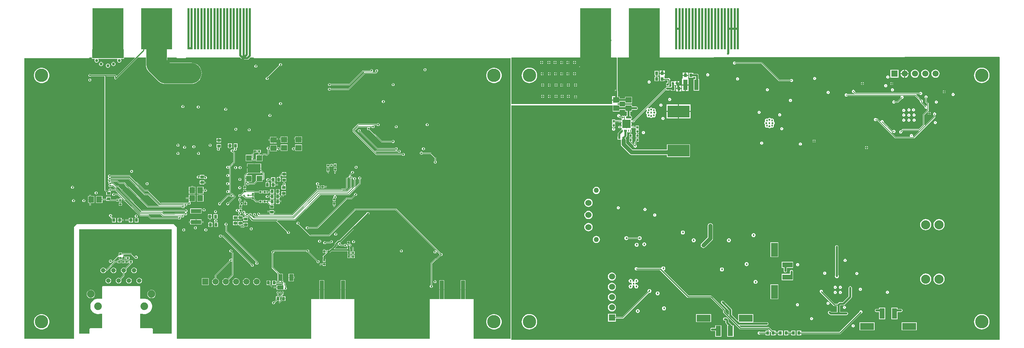
<source format=gbl>
G04*
G04 #@! TF.GenerationSoftware,Altium Limited,Altium Designer,21.5.1 (32)*
G04*
G04 Layer_Physical_Order=4*
G04 Layer_Color=16711680*
%FSLAX25Y25*%
%MOIN*%
G70*
G04*
G04 #@! TF.SameCoordinates,35C82D64-DDB0-4193-90F1-2314E746331E*
G04*
G04*
G04 #@! TF.FilePolarity,Positive*
G04*
G01*
G75*
%ADD11R,0.21300X0.11400*%
%ADD17O,0.02362X0.00945*%
%ADD18O,0.00945X0.02362*%
%ADD19R,0.08071X0.08071*%
%ADD26R,0.02362X0.01968*%
%ADD27R,0.01968X0.02362*%
%ADD28R,0.05906X0.05512*%
%ADD34R,0.05512X0.05906*%
%ADD42R,0.03150X0.03543*%
%ADD43R,0.03543X0.03150*%
%ADD49R,0.30300X0.40000*%
%ADD50R,0.01968X0.40000*%
%ADD51R,0.04331X0.10236*%
%ADD52C,0.02000*%
%ADD53C,0.01000*%
%ADD54C,0.00500*%
%ADD55C,0.04000*%
%ADD57C,0.30000*%
%ADD73R,0.05906X0.05906*%
%ADD88C,0.01772*%
%ADD102R,0.03937X0.17953*%
%ADD105R,0.10236X0.04331*%
%ADD107C,0.00679*%
%ADD108C,0.00451*%
%ADD109C,0.01500*%
%ADD110C,0.08800*%
%ADD111C,0.05000*%
%ADD112C,0.06000*%
%ADD113C,0.13000*%
%ADD114C,0.01968*%
%ADD115C,0.05906*%
%ADD116R,0.05906X0.05906*%
%ADD117C,0.01800*%
%ADD118C,0.07400*%
%ADD119C,0.04500*%
%ADD120C,0.03000*%
%ADD121C,0.02000*%
%ADD142R,0.13583X0.06693*%
%ADD143R,0.05118X0.10236*%
%ADD144R,0.06693X0.13583*%
%ADD145R,0.10236X0.05118*%
%ADD146C,0.08000*%
%ADD147R,0.05512X0.05512*%
%ADD148R,0.12992X0.08661*%
%ADD149O,0.01181X0.01378*%
%ADD150R,0.06299X0.03937*%
%ADD151R,0.04331X0.06693*%
%ADD152C,0.20000*%
%ADD153R,0.30500X0.09000*%
%ADD154C,0.01000*%
G36*
X324388Y375193D02*
X324562Y374932D01*
X324823Y374758D01*
X325130Y374697D01*
X574327D01*
Y101303D01*
X538130D01*
Y140000D01*
X530263D01*
Y149002D01*
X527945D01*
X525626D01*
Y140000D01*
X509633D01*
Y149002D01*
X507315D01*
X504996D01*
Y140000D01*
X495630D01*
Y101303D01*
X422130D01*
Y140000D01*
X413579D01*
Y149002D01*
X411260D01*
X408942D01*
Y140000D01*
X392949D01*
Y149002D01*
X390631D01*
X388312D01*
Y140000D01*
X380130D01*
Y101303D01*
X249630D01*
Y210000D01*
X246630Y213000D01*
X152130D01*
X149630Y210500D01*
Y101303D01*
X101303D01*
Y374697D01*
X163630D01*
X163937Y374758D01*
X164198Y374932D01*
X164372Y375193D01*
X164433Y375500D01*
X167062D01*
Y374500D01*
X167174Y374229D01*
X167446Y374116D01*
X169580D01*
X169772Y373655D01*
X169750Y373633D01*
X169446Y372898D01*
Y372102D01*
X169750Y371367D01*
X170313Y370805D01*
X171048Y370500D01*
X171843D01*
X172578Y370805D01*
X173141Y371367D01*
X173445Y372102D01*
Y372898D01*
X173141Y373633D01*
X173119Y373655D01*
X173311Y374116D01*
X191580D01*
X191772Y373655D01*
X191750Y373633D01*
X191446Y372898D01*
Y372102D01*
X191750Y371367D01*
X192313Y370805D01*
X193048Y370500D01*
X193843D01*
X194578Y370805D01*
X195141Y371367D01*
X195446Y372102D01*
Y372898D01*
X195141Y373633D01*
X195119Y373655D01*
X195311Y374116D01*
X197945D01*
X198217Y374229D01*
X198329Y374500D01*
Y375500D01*
X208560D01*
X208752Y375038D01*
X191293Y357580D01*
X190751Y357744D01*
X190750Y357748D01*
X190561Y358030D01*
X189976Y358616D01*
X189693Y358805D01*
X189360Y358871D01*
X166054D01*
X165738Y359187D01*
X165224Y359400D01*
X164667D01*
X164152Y359187D01*
X163759Y358793D01*
X163546Y358278D01*
Y357721D01*
X163759Y357207D01*
X164152Y356813D01*
X164667Y356600D01*
X165224D01*
X165738Y356813D01*
X166054Y357129D01*
X179259D01*
Y246256D01*
X179325Y245923D01*
X179514Y245640D01*
X181004Y244150D01*
Y241327D01*
X185256D01*
Y245185D01*
X185379Y245295D01*
X185423Y245313D01*
X185817Y245707D01*
X185874Y245846D01*
X189859D01*
X192551Y243154D01*
X192344Y242654D01*
X189374D01*
X189317Y242793D01*
X188923Y243187D01*
X188408Y243400D01*
X187851D01*
X187337Y243187D01*
X186943Y242793D01*
X186730Y242279D01*
Y241722D01*
X186943Y241207D01*
X187337Y240813D01*
X187851Y240600D01*
X188408D01*
X188923Y240813D01*
X189317Y241207D01*
X189374Y241346D01*
X192359D01*
X195239Y238466D01*
X195048Y238004D01*
X193291D01*
Y237454D01*
X192919Y237328D01*
X192791Y237318D01*
X192423Y237687D01*
X191908Y237900D01*
X191351D01*
X190837Y237687D01*
X190443Y237293D01*
X190385Y237154D01*
X185256D01*
Y239673D01*
X181004D01*
Y237654D01*
X177177D01*
Y240307D01*
X170957D01*
Y233693D01*
X177177D01*
Y236346D01*
X181004D01*
Y235815D01*
X185256D01*
Y235846D01*
X190385D01*
X190443Y235707D01*
X190837Y235313D01*
X191351Y235100D01*
X191908D01*
X192423Y235313D01*
X192791Y235682D01*
X192919Y235672D01*
X193291Y235546D01*
Y234933D01*
X195968D01*
Y237083D01*
X196430Y237274D01*
X198167Y235538D01*
X198630Y235346D01*
X199151D01*
X213459Y221038D01*
X213922Y220846D01*
X221359D01*
X223817Y218388D01*
X224280Y218196D01*
X250954D01*
X251337Y217813D01*
X251852Y217600D01*
X252408D01*
X252923Y217813D01*
X253317Y218207D01*
X253530Y218722D01*
Y219279D01*
X253317Y219793D01*
X253273Y219837D01*
X253451Y220268D01*
X253933D01*
X253955Y220215D01*
X254345Y219825D01*
X254854Y219614D01*
X255406D01*
X255915Y219825D01*
X256305Y220215D01*
X256516Y220724D01*
Y221276D01*
X256305Y221785D01*
X256244Y221846D01*
X256439Y222317D01*
X256913D01*
X256955Y222215D01*
X257345Y221825D01*
X257854Y221614D01*
X258406D01*
X258915Y221825D01*
X259305Y222215D01*
X259516Y222724D01*
Y223276D01*
X259305Y223785D01*
X258955Y224135D01*
X258945Y224233D01*
X258955Y224342D01*
X259033Y224667D01*
X259415Y224825D01*
X259805Y225215D01*
X260016Y225724D01*
Y226276D01*
X259805Y226785D01*
X259415Y227175D01*
X258906Y227386D01*
X258354D01*
X257845Y227175D01*
X257455Y226785D01*
X257401Y226654D01*
X216067D01*
X196601Y246121D01*
Y247010D01*
X196409Y247472D01*
X193669Y250213D01*
X193207Y250404D01*
X190890D01*
X188032Y253262D01*
X187569Y253454D01*
X185874D01*
X185817Y253593D01*
X185557Y253852D01*
X185748Y254352D01*
X191435D01*
X193032Y252756D01*
X193494Y252564D01*
X198128D01*
X199192Y251501D01*
Y251197D01*
X199384Y250734D01*
X201693Y248425D01*
X202156Y248234D01*
X202471D01*
X221167Y229538D01*
X221630Y229346D01*
X254385D01*
X254443Y229207D01*
X254837Y228813D01*
X255351Y228600D01*
X255908D01*
X256423Y228813D01*
X256817Y229207D01*
X257030Y229721D01*
Y230278D01*
X257024Y230293D01*
X257150Y230441D01*
X257427Y230626D01*
X257852Y230450D01*
X258408D01*
X258923Y230663D01*
X259317Y231057D01*
X259530Y231572D01*
Y232129D01*
X259440Y232346D01*
X259767Y232846D01*
X260385D01*
X260443Y232707D01*
X260837Y232313D01*
X261351Y232100D01*
X261908D01*
X262423Y232313D01*
X262817Y232707D01*
X263030Y233222D01*
Y233779D01*
X262817Y234293D01*
X262423Y234687D01*
X262398Y234697D01*
X262497Y235197D01*
X264333D01*
Y238500D01*
Y241803D01*
X261403D01*
Y239154D01*
X257446D01*
X256983Y238963D01*
X256791Y238500D01*
X256983Y238037D01*
X257446Y237846D01*
X261403D01*
Y235362D01*
X261381Y235166D01*
X261132Y234809D01*
X260837Y234687D01*
X260443Y234293D01*
X260385Y234154D01*
X234401D01*
X222342Y246213D01*
X221880Y246404D01*
X218651D01*
X204592Y260462D01*
X204130Y260654D01*
X185374D01*
X185317Y260793D01*
X184923Y261187D01*
X184408Y261400D01*
X183851D01*
X183337Y261187D01*
X182943Y260793D01*
X182730Y260279D01*
Y259721D01*
X182943Y259207D01*
X183073Y259077D01*
X183294Y258750D01*
X183073Y258423D01*
X182943Y258293D01*
X182730Y257779D01*
Y257222D01*
X182943Y256707D01*
X182996Y256654D01*
X183188Y256193D01*
X182794Y255800D01*
X182581Y255285D01*
Y254728D01*
X182794Y254214D01*
X183188Y253820D01*
X183306Y253263D01*
X183230Y253079D01*
Y252521D01*
X183443Y252007D01*
X183800Y251650D01*
X183443Y251293D01*
X183230Y250779D01*
Y250221D01*
X183443Y249707D01*
X183837Y249313D01*
X184351Y249100D01*
X184908D01*
X185423Y249313D01*
X185817Y249707D01*
X185874Y249846D01*
X187280D01*
X189510Y247616D01*
X189319Y247154D01*
X185874D01*
X185817Y247293D01*
X185423Y247687D01*
X184908Y247900D01*
X184351D01*
X183837Y247687D01*
X183443Y247293D01*
X183230Y246778D01*
Y246221D01*
X183443Y245707D01*
X183465Y245685D01*
X183258Y245185D01*
X182433D01*
X181001Y246617D01*
Y357129D01*
X188999D01*
X189074Y357053D01*
Y355000D01*
X189141Y354667D01*
X189330Y354384D01*
X189612Y354195D01*
X189945Y354129D01*
X190279Y354195D01*
X190561Y354384D01*
X211677Y375500D01*
X219459D01*
Y368600D01*
X219587Y366975D01*
X219968Y365390D01*
X220591Y363885D01*
X221443Y362495D01*
X222501Y361256D01*
X231101Y352656D01*
X232341Y351597D01*
X233730Y350746D01*
X235236Y350122D01*
X236821Y349742D01*
X238445Y349614D01*
X263445D01*
X265070Y349742D01*
X266655Y350122D01*
X268161Y350746D01*
X269550Y351597D01*
X270790Y352656D01*
X271848Y353895D01*
X272700Y355285D01*
X273323Y356790D01*
X273704Y358375D01*
X273832Y360000D01*
X273704Y361625D01*
X273323Y363210D01*
X272700Y364715D01*
X271848Y366105D01*
X270790Y367344D01*
X269550Y368403D01*
X268161Y369254D01*
X266655Y369878D01*
X265070Y370258D01*
X263445Y370386D01*
X242748D01*
X240232Y372902D01*
Y375500D01*
X249327D01*
X249388Y375193D01*
X249562Y374932D01*
X249823Y374758D01*
X250130Y374697D01*
X257630D01*
X257937Y374758D01*
X258198Y374932D01*
X258372Y375193D01*
X258433Y375500D01*
X311263D01*
X312639Y374124D01*
X312670Y373972D01*
X312969Y373524D01*
X313417Y373224D01*
X313946Y373119D01*
X314474Y373224D01*
X314603Y373310D01*
X318237D01*
X318237Y373310D01*
X318765Y373416D01*
X319213Y373715D01*
X320998Y375500D01*
X324327D01*
X324388Y375193D01*
D02*
G37*
G36*
X1050000Y375609D02*
X1050000Y100500D01*
X575000Y100500D01*
X575000Y328901D01*
X673497D01*
Y322857D01*
X680403D01*
Y324583D01*
X685497D01*
Y322857D01*
X687403D01*
Y319212D01*
X686946Y318793D01*
X686567Y318717D01*
X686245Y318502D01*
X685679D01*
X685357Y318717D01*
X684978Y318793D01*
X684598Y318717D01*
X684277Y318502D01*
X683710D01*
X683389Y318717D01*
X683009Y318793D01*
X682630Y318717D01*
X682308Y318502D01*
X682093Y318181D01*
X682029Y317857D01*
X681248D01*
X680916Y318230D01*
X680979Y318550D01*
X680863Y319135D01*
X680531Y319631D01*
X680035Y319963D01*
X679450Y320079D01*
X678865Y319963D01*
X678369Y319631D01*
X678037Y319135D01*
X677921Y318550D01*
X678037Y317964D01*
X678369Y317468D01*
X678865Y317137D01*
X679450Y317020D01*
X679824Y317095D01*
X680366Y316552D01*
X680614Y316386D01*
X680907Y316328D01*
X680907Y316328D01*
X682029D01*
X682093Y316005D01*
X682308Y315683D01*
X682394Y315626D01*
X682411Y315132D01*
X682411Y315132D01*
X682411Y315132D01*
Y314326D01*
X681911Y314174D01*
X681860Y314251D01*
X681538Y314466D01*
X681159Y314541D01*
X679741D01*
X679362Y314466D01*
X679135Y314314D01*
X675934D01*
Y315199D01*
X672966D01*
Y311837D01*
X675934D01*
Y312785D01*
X679135D01*
X679362Y312634D01*
X679741Y312558D01*
X681159D01*
X681538Y312634D01*
X681860Y312849D01*
X681911Y312925D01*
X682411Y312773D01*
Y311947D01*
X682026Y311371D01*
X681872Y310597D01*
X682026Y309822D01*
X682411Y309246D01*
Y308420D01*
X681911Y308269D01*
X681860Y308345D01*
X681538Y308560D01*
X681159Y308636D01*
X679741D01*
X679362Y308560D01*
X679040Y308345D01*
X678825Y308024D01*
X678750Y307644D01*
X678825Y307265D01*
X679040Y306943D01*
X679362Y306728D01*
X679741Y306653D01*
X681159D01*
X681538Y306728D01*
X681860Y306943D01*
X681911Y307020D01*
X682411Y306868D01*
Y306062D01*
X682411Y306062D01*
X682395Y305568D01*
X682308Y305510D01*
X682093Y305189D01*
X682063Y305038D01*
X681920Y305010D01*
X681424Y304678D01*
X678900Y302154D01*
X678569Y301658D01*
X678452Y301073D01*
Y298534D01*
X678300D01*
Y295565D01*
X679755D01*
X679982Y295520D01*
X680208Y295565D01*
X681173D01*
X681583Y295065D01*
X681551Y294900D01*
Y290900D01*
X681745Y289925D01*
X682297Y289098D01*
X690148Y281247D01*
X690975Y280695D01*
X691950Y280501D01*
X726348D01*
Y278522D01*
X748648D01*
Y290922D01*
X726348D01*
Y285599D01*
X693006D01*
X686649Y291956D01*
Y294900D01*
X686455Y295876D01*
X685902Y296703D01*
X685887Y296855D01*
X687031Y298000D01*
X687363Y298496D01*
X687479Y299081D01*
Y302578D01*
X687647Y302691D01*
X688214D01*
X688535Y302476D01*
X688915Y302400D01*
X689294Y302476D01*
X689592Y302675D01*
X689628Y302692D01*
X690119Y302543D01*
Y300699D01*
X689466D01*
Y297337D01*
X692434D01*
Y300699D01*
X691648D01*
Y302786D01*
X691799Y303012D01*
X691875Y303392D01*
Y304809D01*
X691799Y305189D01*
X691584Y305510D01*
X691498Y305568D01*
X691482Y306062D01*
X691482Y306062D01*
X691482Y306062D01*
Y306867D01*
X691982Y307019D01*
X692032Y306943D01*
X692354Y306728D01*
X692733Y306653D01*
X694151D01*
X694530Y306728D01*
X694757Y306879D01*
X695966D01*
Y305837D01*
X698934D01*
Y309199D01*
X695966D01*
Y308409D01*
X694757D01*
X694530Y308560D01*
X694151Y308636D01*
X692733D01*
X692354Y308560D01*
X692032Y308345D01*
X691982Y308270D01*
X691482Y308421D01*
Y309247D01*
X691866Y309822D01*
X692020Y310597D01*
X691866Y311371D01*
X691482Y311946D01*
Y312773D01*
X691982Y312924D01*
X692032Y312849D01*
X692354Y312634D01*
X692733Y312558D01*
X694151D01*
X694530Y312634D01*
X694852Y312849D01*
X695067Y313170D01*
X695142Y313550D01*
X695080Y313864D01*
X706030Y324814D01*
X706152Y324800D01*
X706553Y324254D01*
X706513Y324050D01*
X706660Y323308D01*
X706732Y323201D01*
X706472Y323027D01*
X706034Y322371D01*
X705880Y321597D01*
X706034Y320822D01*
X706472Y320166D01*
X706775Y319963D01*
X706660Y319791D01*
X706513Y319050D01*
X706660Y318308D01*
X707080Y317680D01*
X707709Y317260D01*
X708450Y317112D01*
X709191Y317260D01*
X709354Y317369D01*
X709523Y317115D01*
X710180Y316676D01*
X710954Y316522D01*
X711728Y316676D01*
X712385Y317115D01*
X712552Y317365D01*
X712709Y317260D01*
X713450Y317112D01*
X714191Y317260D01*
X714820Y317680D01*
X715240Y318308D01*
X715387Y319050D01*
X715240Y319791D01*
X715127Y319960D01*
X715436Y320166D01*
X715874Y320822D01*
X716028Y321597D01*
X715874Y322371D01*
X715436Y323027D01*
X715170Y323204D01*
X715240Y323308D01*
X715387Y324050D01*
X715240Y324791D01*
X714820Y325419D01*
X714191Y325839D01*
X713450Y325987D01*
X712709Y325839D01*
X712595Y325763D01*
X712385Y326078D01*
X711728Y326517D01*
X710954Y326671D01*
X710180Y326517D01*
X709523Y326078D01*
X709310Y325760D01*
X709191Y325839D01*
X708450Y325987D01*
X708246Y325946D01*
X707699Y326347D01*
X707686Y326470D01*
X725004Y343788D01*
X725466Y343596D01*
Y343400D01*
X728434D01*
Y343721D01*
X730184D01*
Y342979D01*
X734333D01*
Y347522D01*
X733649D01*
Y348102D01*
X733737Y348565D01*
X734149Y348565D01*
X735419D01*
Y350550D01*
Y352534D01*
X733737D01*
Y352503D01*
X733663Y352034D01*
X733237Y352034D01*
X732331D01*
X732104Y352079D01*
X731982D01*
X731755Y352034D01*
X730300D01*
Y349065D01*
X730590D01*
Y347522D01*
X730184D01*
Y346780D01*
X726966D01*
X726878Y346762D01*
X725466D01*
Y345846D01*
X725216D01*
X724923Y345788D01*
X724675Y345622D01*
X693695Y314642D01*
X693628Y314541D01*
X692733D01*
X692354Y314466D01*
X692032Y314251D01*
X691982Y314175D01*
X691482Y314327D01*
Y315132D01*
X691482Y315132D01*
X691499Y315626D01*
X691584Y315683D01*
X691674Y315817D01*
X691965Y316011D01*
X692296Y316507D01*
X692413Y317093D01*
X692296Y317678D01*
X691965Y318174D01*
X691674Y318368D01*
X691584Y318502D01*
X691263Y318717D01*
X690883Y318793D01*
X690462Y319219D01*
Y322857D01*
X692403D01*
Y324583D01*
X696133D01*
X696450Y324520D01*
X697035Y324637D01*
X697531Y324968D01*
X697863Y325464D01*
X697979Y326050D01*
X697863Y326635D01*
X697531Y327131D01*
X697469Y327194D01*
X696972Y327526D01*
X696387Y327642D01*
X692403D01*
Y329369D01*
X685497D01*
Y327642D01*
X680403D01*
Y329369D01*
X678306D01*
Y330731D01*
X680403D01*
Y332457D01*
X685497D01*
Y330731D01*
X692403D01*
Y337243D01*
X685497D01*
Y335516D01*
X680403D01*
Y337243D01*
X678479D01*
Y342550D01*
X678363Y343135D01*
X678306Y343220D01*
Y375500D01*
X1049646Y375962D01*
X1050000Y375609D01*
D02*
G37*
G36*
X638337Y375500D02*
X677096Y375549D01*
X677450Y375196D01*
Y344489D01*
Y342550D01*
Y340726D01*
Y337743D01*
D01*
Y333987D01*
X676950D01*
Y333487D01*
X672997D01*
Y330231D01*
X672572Y330050D01*
X575021D01*
X575000Y330100D01*
Y375196D01*
X575354Y375549D01*
X638337Y375500D01*
D02*
G37*
G36*
X217917Y245287D02*
X218380Y245096D01*
X221609D01*
X233667Y233037D01*
X234130Y232846D01*
X255974D01*
X256272Y232346D01*
X256250Y232304D01*
X232751D01*
X222592Y242462D01*
X222130Y242654D01*
X218901D01*
X203543Y258012D01*
X203081Y258203D01*
X185354D01*
X185317Y258293D01*
X185187Y258423D01*
X184966Y258750D01*
X185187Y259077D01*
X185317Y259207D01*
X185374Y259346D01*
X203859D01*
X217917Y245287D01*
D02*
G37*
G36*
X218167Y241537D02*
X218630Y241346D01*
X221859D01*
X232017Y231188D01*
X232098Y231154D01*
X231998Y230654D01*
X221901D01*
X203205Y249350D01*
X202742Y249542D01*
X202427D01*
X200501Y251468D01*
Y251771D01*
X200309Y252234D01*
X198862Y253681D01*
X198399Y253873D01*
X193765D01*
X192169Y255469D01*
X191706Y255661D01*
X185225D01*
X185168Y255800D01*
X185115Y255852D01*
X184923Y256313D01*
X185317Y256707D01*
X185395Y256895D01*
X202810D01*
X218167Y241537D01*
D02*
G37*
G36*
X190619Y249096D02*
X192936D01*
X195293Y246739D01*
Y245850D01*
X195484Y245387D01*
X215217Y225654D01*
X215052Y225154D01*
X213822D01*
X190282Y248694D01*
X190565Y249118D01*
X190619Y249096D01*
D02*
G37*
G36*
X257455Y225215D02*
X257805Y224865D01*
X257815Y224767D01*
X257805Y224658D01*
X257727Y224333D01*
X257345Y224175D01*
X256955Y223785D01*
X256901Y223654D01*
X247572D01*
X247110Y223463D01*
X246937Y223290D01*
X237265D01*
X235709Y224846D01*
X235874Y225346D01*
X257401D01*
X257455Y225215D01*
D02*
G37*
G36*
X235745Y220537D02*
X236208Y220346D01*
X250710D01*
X250923Y219901D01*
X250684Y219504D01*
X224551D01*
X222209Y221846D01*
X222374Y222346D01*
X233937D01*
X235745Y220537D01*
D02*
G37*
G36*
X244630Y106500D02*
X226298D01*
Y110800D01*
X226237Y111107D01*
X226063Y111368D01*
X225803Y111542D01*
X225496Y111603D01*
X213998D01*
Y125697D01*
X216296D01*
X217208Y125516D01*
X218683D01*
X220128Y125803D01*
X221491Y126368D01*
X222716Y127187D01*
X223759Y128229D01*
X224578Y129455D01*
X225142Y130817D01*
X225430Y132263D01*
Y133737D01*
X225142Y135183D01*
X224578Y136545D01*
X223759Y137771D01*
X222716Y138813D01*
X221491Y139632D01*
X220128Y140197D01*
X218683Y140484D01*
X217208D01*
X216296Y140303D01*
X213998D01*
Y151900D01*
X213937Y152207D01*
X213763Y152468D01*
X213503Y152642D01*
X213195Y152703D01*
X177696D01*
X177388Y152642D01*
X177128Y152468D01*
X176954Y152207D01*
X176893Y151900D01*
Y140303D01*
X174595D01*
X173683Y140484D01*
X172208D01*
X170762Y140197D01*
X169400Y139632D01*
X168175Y138813D01*
X167132Y137771D01*
X166313Y136545D01*
X165749Y135183D01*
X165461Y133737D01*
Y132263D01*
X165749Y130817D01*
X166313Y129455D01*
X167132Y128229D01*
X168175Y127187D01*
X169400Y126368D01*
X170762Y125803D01*
X172208Y125516D01*
X173683D01*
X174595Y125697D01*
X176893D01*
Y111603D01*
X165395D01*
X165088Y111542D01*
X164828Y111368D01*
X164654Y111107D01*
X164593Y110800D01*
Y106500D01*
X154630D01*
Y208000D01*
X244630D01*
Y106500D01*
D02*
G37*
%LPC*%
G36*
X188343Y371000D02*
X187548D01*
X186813Y370695D01*
X186250Y370133D01*
X185945Y369398D01*
Y368602D01*
X186250Y367867D01*
X186813Y367304D01*
X187548Y367000D01*
X188343D01*
X189078Y367304D01*
X189641Y367867D01*
X189945Y368602D01*
Y369398D01*
X189641Y370133D01*
X189078Y370695D01*
X188343Y371000D01*
D02*
G37*
G36*
X176343D02*
X175548D01*
X174813Y370695D01*
X174250Y370133D01*
X173945Y369398D01*
Y368602D01*
X174250Y367867D01*
X174813Y367304D01*
X175548Y367000D01*
X176343D01*
X177078Y367304D01*
X177641Y367867D01*
X177945Y368602D01*
Y369398D01*
X177641Y370133D01*
X177078Y370695D01*
X176343Y371000D01*
D02*
G37*
G36*
X326724Y368400D02*
X326167D01*
X325652Y368187D01*
X325259Y367793D01*
X325045Y367279D01*
Y366722D01*
X325259Y366207D01*
X325652Y365813D01*
X326167Y365600D01*
X326724D01*
X327238Y365813D01*
X327632Y366207D01*
X327846Y366722D01*
Y367279D01*
X327632Y367793D01*
X327238Y368187D01*
X326724Y368400D01*
D02*
G37*
G36*
X182843Y369500D02*
X182048D01*
X181313Y369196D01*
X180750Y368633D01*
X180446Y367898D01*
Y367102D01*
X180750Y366367D01*
X181313Y365805D01*
X182048Y365500D01*
X182843D01*
X183578Y365805D01*
X184141Y366367D01*
X184446Y367102D01*
Y367898D01*
X184141Y368633D01*
X183578Y369196D01*
X182843Y369500D01*
D02*
G37*
G36*
X491224Y364900D02*
X490667D01*
X490152Y364687D01*
X489759Y364293D01*
X489545Y363778D01*
Y363222D01*
X489759Y362707D01*
X490152Y362313D01*
X490667Y362100D01*
X491224D01*
X491739Y362313D01*
X492132Y362707D01*
X492346Y363222D01*
Y363778D01*
X492132Y364293D01*
X491739Y364687D01*
X491224Y364900D01*
D02*
G37*
G36*
X350724Y369900D02*
X350167D01*
X349652Y369687D01*
X349259Y369293D01*
X349045Y368778D01*
Y368221D01*
X349176Y367906D01*
X337670Y356400D01*
X337167D01*
X336652Y356187D01*
X336259Y355793D01*
X336046Y355278D01*
Y354721D01*
X336259Y354207D01*
X336652Y353813D01*
X337167Y353600D01*
X337724D01*
X338239Y353813D01*
X338632Y354207D01*
X338845Y354721D01*
Y355278D01*
X338715Y355594D01*
X350220Y367100D01*
X350724D01*
X351238Y367313D01*
X351632Y367707D01*
X351846Y368221D01*
Y368778D01*
X351632Y369293D01*
X351238Y369687D01*
X350724Y369900D01*
D02*
G37*
G36*
X165224Y354900D02*
X164667D01*
X164152Y354687D01*
X163759Y354293D01*
X163546Y353779D01*
Y353222D01*
X163759Y352707D01*
X164152Y352313D01*
X164667Y352100D01*
X165224D01*
X165738Y352313D01*
X166132Y352707D01*
X166346Y353222D01*
Y353779D01*
X166132Y354293D01*
X165738Y354687D01*
X165224Y354900D01*
D02*
G37*
G36*
X558733Y365435D02*
X557258D01*
X555812Y365147D01*
X554450Y364583D01*
X553225Y363764D01*
X552182Y362721D01*
X551363Y361495D01*
X550799Y360133D01*
X550511Y358687D01*
Y357213D01*
X550799Y355767D01*
X551363Y354405D01*
X552182Y353179D01*
X553225Y352137D01*
X554450Y351318D01*
X555812Y350754D01*
X557258Y350466D01*
X558733D01*
X560179Y350754D01*
X561541Y351318D01*
X562766Y352137D01*
X563809Y353179D01*
X564628Y354405D01*
X565192Y355767D01*
X565480Y357213D01*
Y358687D01*
X565192Y360133D01*
X564628Y361495D01*
X563809Y362721D01*
X562766Y363764D01*
X561541Y364583D01*
X560179Y365147D01*
X558733Y365435D01*
D02*
G37*
G36*
X118733D02*
X117258D01*
X115812Y365147D01*
X114450Y364583D01*
X113224Y363764D01*
X112182Y362721D01*
X111363Y361495D01*
X110799Y360133D01*
X110511Y358687D01*
Y357213D01*
X110799Y355767D01*
X111363Y354405D01*
X112182Y353179D01*
X113224Y352137D01*
X114450Y351318D01*
X115812Y350754D01*
X117258Y350466D01*
X118733D01*
X120178Y350754D01*
X121541Y351318D01*
X122766Y352137D01*
X123809Y353179D01*
X124628Y354405D01*
X125192Y355767D01*
X125480Y357213D01*
Y358687D01*
X125192Y360133D01*
X124628Y361495D01*
X123809Y362721D01*
X122766Y363764D01*
X121541Y364583D01*
X120178Y365147D01*
X118733Y365435D01*
D02*
G37*
G36*
X460224Y350400D02*
X459667D01*
X459152Y350187D01*
X458759Y349793D01*
X458545Y349278D01*
Y348722D01*
X458759Y348207D01*
X459152Y347813D01*
X459667Y347600D01*
X460224D01*
X460739Y347813D01*
X461132Y348207D01*
X461345Y348722D01*
Y349278D01*
X461132Y349793D01*
X460739Y350187D01*
X460224Y350400D01*
D02*
G37*
G36*
X439224Y364050D02*
X438667D01*
X438152Y363837D01*
X437759Y363443D01*
X437545Y362929D01*
Y362654D01*
X430445D01*
X429983Y362462D01*
X417174Y349654D01*
X399190D01*
X399132Y349793D01*
X398739Y350187D01*
X398224Y350400D01*
X397667D01*
X397152Y350187D01*
X396759Y349793D01*
X396546Y349278D01*
Y348722D01*
X396759Y348207D01*
X397152Y347813D01*
X397667Y347600D01*
X398224D01*
X398739Y347813D01*
X399132Y348207D01*
X399190Y348346D01*
X417446D01*
X417908Y348537D01*
X430716Y361346D01*
X431701D01*
X431866Y360846D01*
X416175Y345154D01*
X399190D01*
X399132Y345293D01*
X398739Y345687D01*
X398224Y345900D01*
X397667D01*
X397152Y345687D01*
X396759Y345293D01*
X396546Y344778D01*
Y344221D01*
X396759Y343707D01*
X397152Y343313D01*
X397667Y343100D01*
X398224D01*
X398739Y343313D01*
X399132Y343707D01*
X399190Y343846D01*
X416445D01*
X416908Y344038D01*
X432716Y359846D01*
X443027D01*
X443489Y360037D01*
X444159Y360708D01*
X444342Y361149D01*
X444738Y361313D01*
X445132Y361707D01*
X445345Y362222D01*
Y362778D01*
X445132Y363293D01*
X444738Y363687D01*
X444224Y363900D01*
X443667D01*
X443152Y363687D01*
X442759Y363293D01*
X442546Y362778D01*
Y362222D01*
X442759Y361707D01*
X442851Y361615D01*
X442604Y361154D01*
X440137D01*
X439929Y361654D01*
X440132Y361857D01*
X440345Y362371D01*
Y362929D01*
X440132Y363443D01*
X439739Y363837D01*
X439224Y364050D01*
D02*
G37*
G36*
X450724Y333900D02*
X450167D01*
X449652Y333687D01*
X449259Y333293D01*
X449046Y332779D01*
Y332222D01*
X449259Y331707D01*
X449652Y331313D01*
X450167Y331100D01*
X450724D01*
X451238Y331313D01*
X451632Y331707D01*
X451846Y332222D01*
Y332779D01*
X451632Y333293D01*
X451238Y333687D01*
X450724Y333900D01*
D02*
G37*
G36*
X350724Y331900D02*
X350167D01*
X349652Y331687D01*
X349259Y331293D01*
X349045Y330779D01*
Y330222D01*
X349259Y329707D01*
X349652Y329313D01*
X350167Y329100D01*
X350724D01*
X351238Y329313D01*
X351632Y329707D01*
X351846Y330222D01*
Y330779D01*
X351632Y331293D01*
X351238Y331687D01*
X350724Y331900D01*
D02*
G37*
G36*
X255724Y329085D02*
X255167D01*
X254652Y328872D01*
X254259Y328478D01*
X254046Y327963D01*
Y327407D01*
X254259Y326892D01*
X254652Y326498D01*
X255167Y326285D01*
X255724D01*
X256239Y326498D01*
X256632Y326892D01*
X256845Y327407D01*
Y327963D01*
X256632Y328478D01*
X256239Y328872D01*
X255724Y329085D01*
D02*
G37*
G36*
X270724Y328585D02*
X270167D01*
X269652Y328372D01*
X269259Y327978D01*
X269045Y327464D01*
Y326907D01*
X269259Y326392D01*
X269652Y325998D01*
X270167Y325785D01*
X270724D01*
X271238Y325998D01*
X271632Y326392D01*
X271846Y326907D01*
Y327464D01*
X271632Y327978D01*
X271238Y328372D01*
X270724Y328585D01*
D02*
G37*
G36*
X297408Y326400D02*
X296851D01*
X296337Y326187D01*
X295943Y325793D01*
X295730Y325278D01*
Y324722D01*
X295943Y324207D01*
X296337Y323813D01*
X296851Y323600D01*
X297408D01*
X297923Y323813D01*
X298317Y324207D01*
X298530Y324722D01*
Y325278D01*
X298317Y325793D01*
X297923Y326187D01*
X297408Y326400D01*
D02*
G37*
G36*
X340408Y320400D02*
X339851D01*
X339337Y320187D01*
X338943Y319793D01*
X338730Y319279D01*
Y318722D01*
X338943Y318207D01*
X339337Y317813D01*
X339851Y317600D01*
X340408D01*
X340923Y317813D01*
X341317Y318207D01*
X341530Y318722D01*
Y319279D01*
X341317Y319793D01*
X340923Y320187D01*
X340408Y320400D01*
D02*
G37*
G36*
X493408Y311400D02*
X492851D01*
X492337Y311187D01*
X491943Y310793D01*
X491730Y310279D01*
Y309721D01*
X491943Y309207D01*
X492337Y308813D01*
X492851Y308600D01*
X493408D01*
X493923Y308813D01*
X494317Y309207D01*
X494530Y309721D01*
Y310279D01*
X494317Y310793D01*
X493923Y311187D01*
X493408Y311400D01*
D02*
G37*
G36*
X445724D02*
X445167D01*
X444652Y311187D01*
X444270Y310804D01*
X426181D01*
X425719Y310613D01*
X420690Y305584D01*
X420498Y305121D01*
Y303879D01*
X420690Y303416D01*
X443569Y280538D01*
X444031Y280346D01*
X468701D01*
X468759Y280207D01*
X469152Y279813D01*
X469667Y279600D01*
X470224D01*
X470739Y279813D01*
X471132Y280207D01*
X471346Y280721D01*
Y281278D01*
X471132Y281793D01*
X470739Y282187D01*
X470224Y282400D01*
X469667D01*
X469152Y282187D01*
X468759Y281793D01*
X468701Y281654D01*
X444302D01*
X443072Y282884D01*
X443264Y283346D01*
X464701D01*
X464759Y283207D01*
X465152Y282813D01*
X465667Y282600D01*
X466224D01*
X466739Y282813D01*
X467132Y283207D01*
X467346Y283721D01*
Y284278D01*
X467132Y284793D01*
X466739Y285187D01*
X466224Y285400D01*
X465667D01*
X465152Y285187D01*
X464759Y284793D01*
X464701Y284654D01*
X463454D01*
X463355Y285154D01*
X463738Y285313D01*
X464132Y285707D01*
X464346Y286222D01*
Y286778D01*
X464132Y287293D01*
X463738Y287687D01*
X463224Y287900D01*
X462667D01*
X462152Y287687D01*
X461759Y287293D01*
X461701Y287154D01*
X444866D01*
X428288Y303733D01*
X428345Y303871D01*
Y304429D01*
X428132Y304943D01*
X427739Y305337D01*
X427224Y305550D01*
X426667D01*
X426152Y305337D01*
X425759Y304943D01*
X425546Y304429D01*
Y303871D01*
X425759Y303357D01*
X426152Y302963D01*
X426667Y302750D01*
X427224D01*
X427363Y302807D01*
X444133Y286037D01*
X444595Y285846D01*
X461701D01*
X461759Y285707D01*
X462152Y285313D01*
X462536Y285154D01*
X462437Y284654D01*
X442716D01*
X424627Y302743D01*
X424627Y302743D01*
X422870Y304500D01*
X425866Y307496D01*
X434754D01*
X434961Y306996D01*
X434759Y306793D01*
X434546Y306278D01*
Y305721D01*
X434759Y305207D01*
X435152Y304813D01*
X435667Y304600D01*
X436224D01*
X436716Y304804D01*
X448483Y293038D01*
X448946Y292846D01*
X458770D01*
X459152Y292463D01*
X459667Y292250D01*
X460224D01*
X460739Y292463D01*
X461132Y292857D01*
X461345Y293372D01*
Y293929D01*
X461132Y294443D01*
X460739Y294837D01*
X460224Y295050D01*
X459667D01*
X459152Y294837D01*
X458759Y294443D01*
X458639Y294154D01*
X449216D01*
X437346Y306025D01*
Y306278D01*
X437132Y306793D01*
X436930Y306996D01*
X437137Y307496D01*
X439139D01*
X439259Y307207D01*
X439652Y306813D01*
X440167Y306600D01*
X440724D01*
X441238Y306813D01*
X441632Y307207D01*
X441846Y307721D01*
Y308278D01*
X441632Y308793D01*
X441430Y308996D01*
X441637Y309496D01*
X444139D01*
X444259Y309207D01*
X444652Y308813D01*
X445167Y308600D01*
X445724D01*
X446239Y308813D01*
X446632Y309207D01*
X446845Y309721D01*
Y310279D01*
X446632Y310793D01*
X446239Y311187D01*
X445724Y311400D01*
D02*
G37*
G36*
X463224Y309400D02*
X462667D01*
X462152Y309187D01*
X461759Y308793D01*
X461546Y308278D01*
Y307721D01*
X461759Y307207D01*
X462152Y306813D01*
X462667Y306600D01*
X463224D01*
X463738Y306813D01*
X464132Y307207D01*
X464346Y307721D01*
Y308278D01*
X464132Y308793D01*
X463738Y309187D01*
X463224Y309400D01*
D02*
G37*
G36*
X307224Y306900D02*
X306667D01*
X306152Y306687D01*
X305759Y306293D01*
X305545Y305779D01*
Y305222D01*
X305759Y304707D01*
X306152Y304313D01*
X306667Y304100D01*
X307224D01*
X307738Y304313D01*
X308132Y304707D01*
X308346Y305222D01*
Y305779D01*
X308132Y306293D01*
X307738Y306687D01*
X307224Y306900D01*
D02*
G37*
G36*
X320224Y306400D02*
X319667D01*
X319152Y306187D01*
X318759Y305793D01*
X318546Y305278D01*
Y304721D01*
X318759Y304207D01*
X319152Y303813D01*
X319667Y303600D01*
X320224D01*
X320739Y303813D01*
X321132Y304207D01*
X321345Y304721D01*
Y305278D01*
X321132Y305793D01*
X320739Y306187D01*
X320224Y306400D01*
D02*
G37*
G36*
X353770Y298543D02*
X350643D01*
Y296654D01*
X346748D01*
Y298043D01*
X343620D01*
Y295112D01*
X346748D01*
Y295346D01*
X350643D01*
Y292331D01*
X353770D01*
Y295437D01*
Y298543D01*
D02*
G37*
G36*
X371248D02*
X368120D01*
Y295612D01*
X371248D01*
Y298543D01*
D02*
G37*
G36*
X357248D02*
X354120D01*
Y295612D01*
X357248D01*
Y298543D01*
D02*
G37*
G36*
X367770D02*
X364643D01*
Y297154D01*
X362946D01*
X362483Y296962D01*
X362291Y296500D01*
X362483Y296038D01*
X362946Y295846D01*
X364643D01*
Y295612D01*
X367770D01*
Y298543D01*
D02*
G37*
G36*
X289925Y298134D02*
X289463Y297942D01*
X289271Y297480D01*
Y296681D01*
X288324D01*
Y294931D01*
X290445D01*
X292567D01*
Y296681D01*
X290579D01*
Y297480D01*
X290388Y297942D01*
X289925Y298134D01*
D02*
G37*
G36*
X292567Y294581D02*
X290620D01*
Y292831D01*
X292567D01*
Y294581D01*
D02*
G37*
G36*
X290270D02*
X288324D01*
Y292831D01*
X290270D01*
Y294581D01*
D02*
G37*
G36*
X371248Y295262D02*
X368120D01*
Y292331D01*
X371248D01*
Y295262D01*
D02*
G37*
G36*
X367770D02*
X364643D01*
Y292331D01*
X367770D01*
Y295262D01*
D02*
G37*
G36*
X357248D02*
X354120D01*
Y292331D01*
X357248D01*
Y295262D01*
D02*
G37*
G36*
X346748Y294762D02*
X343620D01*
Y291831D01*
X346748D01*
Y294762D01*
D02*
G37*
G36*
X343270Y298043D02*
X340143D01*
Y295654D01*
X337946D01*
X337483Y295462D01*
X337291Y295000D01*
X337483Y294537D01*
X337946Y294346D01*
X340143D01*
Y291831D01*
X343270D01*
Y294937D01*
Y298043D01*
D02*
G37*
G36*
X303114Y291622D02*
X301365D01*
Y289675D01*
X303114D01*
Y291622D01*
D02*
G37*
G36*
X301015D02*
X299265D01*
Y289675D01*
X301015D01*
Y291622D01*
D02*
G37*
G36*
X282224Y291400D02*
X281667D01*
X281152Y291187D01*
X280759Y290793D01*
X280545Y290279D01*
Y289721D01*
X280759Y289207D01*
X281152Y288813D01*
X281667Y288600D01*
X282224D01*
X282738Y288813D01*
X283132Y289207D01*
X283346Y289721D01*
Y290279D01*
X283132Y290793D01*
X282738Y291187D01*
X282224Y291400D01*
D02*
G37*
G36*
X250908D02*
X250352D01*
X249837Y291187D01*
X249443Y290793D01*
X249230Y290279D01*
Y289721D01*
X249443Y289207D01*
X249837Y288813D01*
X250352Y288600D01*
X250908D01*
X251423Y288813D01*
X251817Y289207D01*
X252030Y289721D01*
Y290279D01*
X251817Y290793D01*
X251423Y291187D01*
X250908Y291400D01*
D02*
G37*
G36*
X371252Y290673D02*
X364638D01*
Y287378D01*
X364138Y287278D01*
X364132Y287293D01*
X363738Y287687D01*
X363224Y287900D01*
X362667D01*
X362152Y287687D01*
X361759Y287293D01*
X361545Y286778D01*
Y286222D01*
X361759Y285707D01*
X362152Y285313D01*
X362667Y285100D01*
X363224D01*
X363738Y285313D01*
X364132Y285707D01*
X364138Y285722D01*
X364638Y285622D01*
Y284453D01*
X371252D01*
Y290673D01*
D02*
G37*
G36*
X357253D02*
X350638D01*
Y287154D01*
X349690D01*
X349632Y287293D01*
X349238Y287687D01*
X348724Y287900D01*
X348167D01*
X347652Y287687D01*
X347638Y287673D01*
X347531Y287717D01*
X346753D01*
Y290173D01*
X340138D01*
Y287878D01*
X339638Y287778D01*
X339632Y287793D01*
X339239Y288187D01*
X338724Y288400D01*
X338167D01*
X337652Y288187D01*
X337259Y287793D01*
X337046Y287279D01*
Y286721D01*
X337259Y286207D01*
X337652Y285813D01*
X337791Y285756D01*
Y281981D01*
X336940Y281130D01*
X336667Y281403D01*
X336205Y281594D01*
X333270D01*
X332808Y281403D01*
X332015Y280610D01*
X330253D01*
Y282661D01*
X331134D01*
Y285339D01*
X328063D01*
Y282661D01*
X328944D01*
Y280610D01*
X326720D01*
Y276154D01*
X323220D01*
X323143Y276309D01*
X323350Y276847D01*
X323580Y277000D01*
X323733Y277229D01*
X323787Y277500D01*
Y281125D01*
X325320Y282658D01*
X325320Y282658D01*
X325325Y282666D01*
X325486D01*
Y283825D01*
X324130D01*
Y283469D01*
X322579Y281918D01*
X322426Y281689D01*
X322372Y281418D01*
X322372Y281418D01*
Y280610D01*
X316520D01*
Y274390D01*
X322740D01*
Y274846D01*
X326720D01*
Y274390D01*
X332940D01*
Y279685D01*
X333541Y280286D01*
X335934D01*
X336271Y279949D01*
X336733Y279758D01*
X337147D01*
X337610Y279949D01*
X338908Y281247D01*
X339100Y281710D01*
Y285756D01*
X339239Y285813D01*
X339632Y286207D01*
X339638Y286222D01*
X340138Y286122D01*
Y283953D01*
X346753D01*
Y285622D01*
X347252Y285722D01*
X347259Y285707D01*
X347652Y285313D01*
X348167Y285100D01*
X348724D01*
X349238Y285313D01*
X349632Y285707D01*
X349690Y285846D01*
X350638D01*
Y284453D01*
X357253D01*
Y290673D01*
D02*
G37*
G36*
X266408Y289900D02*
X265851D01*
X265337Y289687D01*
X264943Y289293D01*
X264730Y288778D01*
Y288222D01*
X264943Y287707D01*
X265337Y287313D01*
X265851Y287100D01*
X266408D01*
X266923Y287313D01*
X267317Y287707D01*
X267530Y288222D01*
Y288778D01*
X267317Y289293D01*
X266923Y289687D01*
X266408Y289900D01*
D02*
G37*
G36*
X257408Y289400D02*
X256852D01*
X256337Y289187D01*
X255943Y288793D01*
X255730Y288279D01*
Y287721D01*
X255943Y287207D01*
X256337Y286813D01*
X256852Y286600D01*
X257408D01*
X257923Y286813D01*
X258317Y287207D01*
X258530Y287721D01*
Y288279D01*
X258317Y288793D01*
X257923Y289187D01*
X257408Y289400D01*
D02*
G37*
G36*
X303114Y289325D02*
X301190D01*
X299265D01*
Y287378D01*
X300291D01*
Y286000D01*
X300483Y285538D01*
X300945Y285346D01*
X301408Y285538D01*
X301600Y286000D01*
Y287378D01*
X303114D01*
Y289325D01*
D02*
G37*
G36*
X489724Y287900D02*
X489167D01*
X488652Y287687D01*
X488259Y287293D01*
X488046Y286778D01*
Y286222D01*
X488259Y285707D01*
X488652Y285313D01*
X489167Y285100D01*
X489724D01*
X490239Y285313D01*
X490632Y285707D01*
X490845Y286222D01*
Y286778D01*
X490632Y287293D01*
X490239Y287687D01*
X489724Y287900D01*
D02*
G37*
G36*
X308630Y291626D02*
X304772D01*
Y287374D01*
X305133D01*
X305340Y286874D01*
X305259Y286793D01*
X305046Y286279D01*
Y285721D01*
X305259Y285207D01*
X305652Y284813D01*
X306167Y284600D01*
X306724D01*
X307239Y284813D01*
X307632Y285207D01*
X307845Y285721D01*
Y286279D01*
X307632Y286793D01*
X307551Y286874D01*
X307758Y287374D01*
X308630D01*
Y291626D01*
D02*
G37*
G36*
X292571Y291173D02*
X288319D01*
Y287315D01*
X288573D01*
X288780Y286815D01*
X288759Y286793D01*
X288545Y286279D01*
Y285721D01*
X288759Y285207D01*
X289152Y284813D01*
X289667Y284600D01*
X290224D01*
X290739Y284813D01*
X291132Y285207D01*
X291346Y285721D01*
Y286279D01*
X291132Y286793D01*
X291110Y286815D01*
X291318Y287315D01*
X292571D01*
Y291173D01*
D02*
G37*
G36*
X327192Y285334D02*
X325836D01*
Y284175D01*
X327192D01*
Y285334D01*
D02*
G37*
G36*
X325486D02*
X324130D01*
Y284175D01*
X325486D01*
Y285334D01*
D02*
G37*
G36*
X327192Y283825D02*
X325836D01*
Y282666D01*
X327192D01*
Y283825D01*
D02*
G37*
G36*
X270908Y283400D02*
X270352D01*
X269837Y283187D01*
X269443Y282793D01*
X269230Y282278D01*
Y281721D01*
X269443Y281207D01*
X269837Y280813D01*
X270352Y280600D01*
X270908D01*
X271423Y280813D01*
X271817Y281207D01*
X272030Y281721D01*
Y282278D01*
X271817Y282793D01*
X271423Y283187D01*
X270908Y283400D01*
D02*
G37*
G36*
X250908D02*
X250352D01*
X249837Y283187D01*
X249443Y282793D01*
X249230Y282278D01*
Y281721D01*
X249443Y281207D01*
X249837Y280813D01*
X250352Y280600D01*
X250908D01*
X251423Y280813D01*
X251817Y281207D01*
X252030Y281721D01*
Y282278D01*
X251817Y282793D01*
X251423Y283187D01*
X250908Y283400D01*
D02*
G37*
G36*
X487674Y283657D02*
X487117D01*
X486603Y283444D01*
X486209Y283050D01*
X485996Y282535D01*
Y281978D01*
X486209Y281464D01*
X486603Y281070D01*
X487117Y280857D01*
X487674D01*
X488189Y281070D01*
X488465Y281346D01*
X496677D01*
X500291Y277732D01*
Y274744D01*
X500152Y274687D01*
X499759Y274293D01*
X499545Y273779D01*
Y273221D01*
X499759Y272707D01*
X500152Y272313D01*
X500667Y272100D01*
X501224D01*
X501739Y272313D01*
X502132Y272707D01*
X502346Y273221D01*
Y273779D01*
X502132Y274293D01*
X501739Y274687D01*
X501600Y274744D01*
Y278003D01*
X501408Y278465D01*
X497411Y282463D01*
X496948Y282654D01*
X488747D01*
X488583Y283050D01*
X488189Y283444D01*
X487674Y283657D01*
D02*
G37*
G36*
X404784Y272004D02*
X402107D01*
Y271154D01*
X401190D01*
X401132Y271293D01*
X400738Y271687D01*
X400224Y271900D01*
X399667D01*
X399152Y271687D01*
X398759Y271293D01*
X398546Y270778D01*
Y270623D01*
X397784D01*
Y271504D01*
X395107D01*
Y268433D01*
X397784D01*
Y269314D01*
X399062D01*
X399125Y269340D01*
X399152Y269313D01*
X399667Y269100D01*
X400224D01*
X400738Y269313D01*
X401132Y269707D01*
X401190Y269846D01*
X402107D01*
Y268933D01*
X404784D01*
Y272004D01*
D02*
G37*
G36*
X303724Y285900D02*
X303167D01*
X302652Y285687D01*
X302259Y285293D01*
X302045Y284778D01*
Y284222D01*
X302259Y283707D01*
X302652Y283313D01*
X303167Y283100D01*
X303724D01*
X303863Y283157D01*
X304441Y282579D01*
Y273462D01*
X300725Y269745D01*
X300665Y269599D01*
X300080Y269493D01*
X299907Y269666D01*
X299392Y269879D01*
X298835D01*
X298321Y269666D01*
X297927Y269272D01*
X297713Y268758D01*
Y268201D01*
X297927Y267686D01*
X298321Y267292D01*
X298835Y267079D01*
X299392D01*
X299907Y267292D01*
X300034Y267420D01*
X300534Y267212D01*
Y261539D01*
X300034Y261370D01*
X299759Y261645D01*
X299245Y261858D01*
X298688D01*
X298173Y261645D01*
X297779Y261251D01*
X297566Y260736D01*
Y260179D01*
X297779Y259665D01*
X298173Y259271D01*
X298688Y259058D01*
X299245D01*
X299759Y259271D01*
X300034Y259545D01*
X300534Y259377D01*
Y253522D01*
X300312Y253415D01*
X300034Y253369D01*
X299699Y253703D01*
X299184Y253917D01*
X298627D01*
X298113Y253703D01*
X297719Y253310D01*
X297506Y252795D01*
Y252238D01*
X297719Y251724D01*
X298113Y251330D01*
X298627Y251117D01*
X299184D01*
X299699Y251330D01*
X300034Y251665D01*
X300312Y251618D01*
X300534Y251511D01*
Y245937D01*
X300034Y245730D01*
X299833Y245930D01*
X299318Y246144D01*
X298762D01*
X298247Y245930D01*
X297853Y245537D01*
X297640Y245022D01*
Y244465D01*
X297853Y243951D01*
X298247Y243557D01*
X298762Y243344D01*
X299318D01*
X299833Y243557D01*
X300072Y243796D01*
X300617Y243697D01*
X300623Y243693D01*
X300725Y243445D01*
X302176Y241994D01*
X302177Y241987D01*
X301790Y241600D01*
X301709Y241404D01*
X298983D01*
X298521Y241213D01*
X291583Y234275D01*
X291444Y234333D01*
X290887D01*
X290373Y234119D01*
X289979Y233726D01*
X289766Y233211D01*
Y232654D01*
X289979Y232139D01*
X290373Y231746D01*
X290887Y231533D01*
X291444D01*
X291959Y231746D01*
X292353Y232139D01*
X292566Y232654D01*
Y233211D01*
X292508Y233350D01*
X299254Y240096D01*
X301756D01*
X301790Y240014D01*
X302184Y239620D01*
X302698Y239407D01*
X303255D01*
X303770Y239620D01*
X304164Y240014D01*
X304254Y240231D01*
X304839Y240353D01*
X305291Y239901D01*
Y239771D01*
X299736Y234216D01*
X299358Y234372D01*
X298801D01*
X298287Y234159D01*
X297893Y233766D01*
X297680Y233251D01*
Y232694D01*
X297893Y232179D01*
X298287Y231786D01*
X298801Y231572D01*
X299358D01*
X299873Y231786D01*
X300267Y232179D01*
X300480Y232694D01*
Y233109D01*
X306408Y239037D01*
X306600Y239500D01*
Y240172D01*
X306408Y240634D01*
X304123Y242919D01*
X303660Y243111D01*
X302909D01*
X301842Y244178D01*
Y269012D01*
X305558Y272728D01*
X305750Y273190D01*
Y282850D01*
X305558Y283313D01*
X304788Y284083D01*
X304845Y284222D01*
Y284778D01*
X304632Y285293D01*
X304239Y285687D01*
X303724Y285900D01*
D02*
G37*
G36*
X331576Y272181D02*
X324905D01*
Y267675D01*
X331576D01*
Y272181D01*
D02*
G37*
G36*
X324555D02*
X317884D01*
Y267675D01*
X324555D01*
Y272181D01*
D02*
G37*
G36*
X424224Y269900D02*
X423667D01*
X423152Y269687D01*
X422759Y269293D01*
X422545Y268778D01*
Y268221D01*
X422759Y267707D01*
X423152Y267313D01*
X423667Y267100D01*
X424224D01*
X424739Y267313D01*
X425132Y267707D01*
X425346Y268221D01*
Y268778D01*
X425132Y269293D01*
X424739Y269687D01*
X424224Y269900D01*
D02*
G37*
G36*
X306993Y269586D02*
X306436D01*
X305921Y269373D01*
X305528Y268980D01*
X305314Y268465D01*
Y267908D01*
X305528Y267393D01*
X305921Y267000D01*
X306436Y266786D01*
X306993D01*
X307507Y267000D01*
X307901Y267393D01*
X308114Y267908D01*
Y268465D01*
X307901Y268980D01*
X307507Y269373D01*
X306993Y269586D01*
D02*
G37*
G36*
X311381Y269519D02*
X310824D01*
X310310Y269306D01*
X309916Y268912D01*
X309703Y268398D01*
Y267841D01*
X309916Y267326D01*
X310310Y266933D01*
X310824Y266719D01*
X311381D01*
X311896Y266933D01*
X312290Y267326D01*
X312503Y267841D01*
Y268398D01*
X312290Y268912D01*
X311896Y269306D01*
X311381Y269519D01*
D02*
G37*
G36*
X404780Y268063D02*
X403620D01*
Y266706D01*
X404780D01*
Y268063D01*
D02*
G37*
G36*
X403270D02*
X402111D01*
Y266706D01*
X403270D01*
Y268063D01*
D02*
G37*
G36*
X397780Y267563D02*
X396620D01*
Y266207D01*
X397780D01*
Y267563D01*
D02*
G37*
G36*
X396270D02*
X395111D01*
Y266207D01*
X396270D01*
Y267563D01*
D02*
G37*
G36*
X205906Y265886D02*
X205354D01*
X204845Y265675D01*
X204455Y265285D01*
X204244Y264776D01*
Y264224D01*
X204455Y263715D01*
X204845Y263325D01*
X205354Y263114D01*
X205906D01*
X206415Y263325D01*
X206805Y263715D01*
X207016Y264224D01*
Y264776D01*
X206805Y265285D01*
X206415Y265675D01*
X205906Y265886D01*
D02*
G37*
G36*
X420724Y264900D02*
X420167D01*
X419652Y264687D01*
X419259Y264293D01*
X419045Y263778D01*
Y263222D01*
X419103Y263083D01*
X414483Y258463D01*
X414291Y258000D01*
Y248771D01*
X413174Y247654D01*
X410097D01*
X409635Y247463D01*
X409326Y247154D01*
X386324D01*
X385862Y246962D01*
X361553Y222654D01*
X344499D01*
X344067Y222819D01*
X344067Y223154D01*
Y224346D01*
X345946D01*
X346408Y224537D01*
X346600Y225000D01*
X346408Y225463D01*
X345946Y225654D01*
X344067D01*
Y226669D01*
X342121D01*
Y224744D01*
X341771D01*
Y226669D01*
X339824D01*
Y226154D01*
X336946D01*
X336483Y225962D01*
X336291Y225500D01*
X336483Y225038D01*
X336946Y224846D01*
X339824D01*
X339824Y222819D01*
X339392Y222654D01*
X330818D01*
X330346Y223135D01*
Y223278D01*
X330132Y223793D01*
X329738Y224187D01*
X329224Y224400D01*
X328667D01*
X328152Y224187D01*
X327759Y223793D01*
X327545Y223278D01*
Y222722D01*
X327759Y222207D01*
X328152Y221813D01*
X328536Y221654D01*
X328437Y221154D01*
X327216D01*
X326288Y222083D01*
X326345Y222221D01*
Y222779D01*
X326132Y223293D01*
X325739Y223687D01*
X325224Y223900D01*
X324667D01*
X324152Y223687D01*
X323759Y223293D01*
X323546Y222779D01*
Y222221D01*
X323759Y221707D01*
X324152Y221313D01*
X324667Y221100D01*
X325224D01*
X325363Y221158D01*
X326366Y220154D01*
X326201Y219654D01*
X324716D01*
X322288Y222083D01*
X322345Y222221D01*
Y222779D01*
X322132Y223293D01*
X321739Y223687D01*
X321224Y223900D01*
X320667D01*
X320152Y223687D01*
X319759Y223293D01*
X319674Y223088D01*
X319316Y222947D01*
X319083Y222923D01*
X318724Y223072D01*
X318632Y223293D01*
X318238Y223687D01*
X317724Y223900D01*
X317167D01*
X316652Y223687D01*
X316259Y223293D01*
X315955Y223352D01*
X315871Y223761D01*
X316084Y224276D01*
Y224833D01*
X315871Y225347D01*
X315477Y225741D01*
X314963Y225954D01*
X314406D01*
X313891Y225741D01*
X313497Y225347D01*
X313284Y224833D01*
Y224276D01*
X313497Y223761D01*
X313891Y223367D01*
X314054Y223300D01*
Y222904D01*
X314245Y222442D01*
X316183Y220504D01*
X315976Y220004D01*
X314319D01*
Y218910D01*
X313572D01*
Y221504D01*
X311355D01*
Y222663D01*
X311494Y222721D01*
X311888Y223114D01*
X312101Y223629D01*
Y224186D01*
X311973Y224495D01*
X312100Y224801D01*
Y224996D01*
X312784D01*
Y228067D01*
X310107D01*
Y227454D01*
X309735Y227328D01*
X309607Y227319D01*
X309239Y227687D01*
X308724Y227900D01*
X308167D01*
X307652Y227687D01*
X307259Y227293D01*
X307046Y226779D01*
Y226221D01*
X307259Y225707D01*
X307652Y225313D01*
X308167Y225100D01*
X308724D01*
X309239Y225313D01*
X309387Y225462D01*
X309898Y225266D01*
X309908Y225094D01*
X309514Y224700D01*
X309301Y224186D01*
Y223629D01*
X309514Y223114D01*
X309908Y222721D01*
X310047Y222663D01*
Y221504D01*
X309319D01*
Y220410D01*
X308572D01*
Y221504D01*
X304320D01*
Y217646D01*
X308572D01*
Y219102D01*
X309319D01*
Y217646D01*
X312658D01*
X312764Y217602D01*
X314319D01*
Y216146D01*
X318571D01*
Y219846D01*
X319133D01*
X322796Y216183D01*
X323258Y215992D01*
X346213D01*
X356787Y205417D01*
X356730Y205278D01*
Y204721D01*
X356943Y204207D01*
X357337Y203813D01*
X357852Y203600D01*
X358408D01*
X358923Y203813D01*
X359317Y204207D01*
X359530Y204721D01*
Y205278D01*
X359317Y205793D01*
X358923Y206187D01*
X358408Y206400D01*
X357852D01*
X357713Y206343D01*
X347671Y216384D01*
X347862Y216846D01*
X364445D01*
X364908Y217038D01*
X389216Y241346D01*
X402937D01*
X403036Y240846D01*
X402652Y240687D01*
X402259Y240293D01*
X402045Y239778D01*
Y239222D01*
X402136Y239004D01*
X401808Y238504D01*
X401107D01*
Y235433D01*
X403784D01*
Y237582D01*
X403834Y237703D01*
Y238145D01*
X404239Y238313D01*
X404632Y238707D01*
X404846Y239222D01*
Y239778D01*
X404632Y240293D01*
X404239Y240687D01*
X403855Y240846D01*
X403954Y241346D01*
X416946D01*
X417408Y241537D01*
X427908Y252038D01*
X428100Y252500D01*
Y256756D01*
X428238Y256813D01*
X428632Y257207D01*
X428846Y257721D01*
Y258278D01*
X428632Y258793D01*
X428238Y259187D01*
X427724Y259400D01*
X427167D01*
X426652Y259187D01*
X426259Y258793D01*
X426046Y258278D01*
Y257721D01*
X426259Y257207D01*
X426652Y256813D01*
X426791Y256756D01*
Y252771D01*
X423372Y249352D01*
X422949Y249635D01*
X423100Y250000D01*
Y256256D01*
X423239Y256313D01*
X423632Y256707D01*
X423845Y257222D01*
Y257779D01*
X423632Y258293D01*
X423239Y258687D01*
X422724Y258900D01*
X422167D01*
X421652Y258687D01*
X421259Y258293D01*
X421045Y257779D01*
Y257222D01*
X421259Y256707D01*
X421652Y256313D01*
X421791Y256256D01*
Y250271D01*
X420070Y248549D01*
X419600Y248786D01*
Y257390D01*
X419738Y257447D01*
X420132Y257841D01*
X420345Y258356D01*
Y258913D01*
X420132Y259427D01*
X419738Y259821D01*
X419224Y260034D01*
X418667D01*
X418573Y259995D01*
X418290Y260419D01*
X420028Y262158D01*
X420167Y262100D01*
X420724D01*
X421239Y262313D01*
X421632Y262707D01*
X421845Y263222D01*
Y263778D01*
X421632Y264293D01*
X421239Y264687D01*
X420724Y264900D01*
D02*
G37*
G36*
X356067Y263681D02*
X354120D01*
Y261931D01*
X356067D01*
Y263681D01*
D02*
G37*
G36*
X404780Y266356D02*
X402111D01*
Y265000D01*
X402791D01*
Y263283D01*
X402983Y262821D01*
X404062Y261742D01*
X404148Y261533D01*
X404611Y261342D01*
X405073Y261533D01*
X405265Y261996D01*
Y262118D01*
X405073Y262580D01*
X404100Y263554D01*
Y265000D01*
X404780D01*
Y266356D01*
D02*
G37*
G36*
X397780Y265857D02*
X395111D01*
Y264500D01*
X395791D01*
Y263160D01*
X395487Y262856D01*
X395295Y262393D01*
Y261996D01*
X395487Y261533D01*
X395949Y261342D01*
X396412Y261533D01*
X396603Y261996D01*
Y262123D01*
X396908Y262427D01*
X397100Y262890D01*
Y264500D01*
X397780D01*
Y265857D01*
D02*
G37*
G36*
X276256Y261185D02*
X272004D01*
Y260103D01*
X271504Y259921D01*
X271238Y260187D01*
X270724Y260400D01*
X270167D01*
X269652Y260187D01*
X269259Y259793D01*
X269045Y259278D01*
Y258721D01*
X269259Y258207D01*
X269652Y257813D01*
X270167Y257600D01*
X270724D01*
X271238Y257813D01*
X271504Y258079D01*
X272004Y257897D01*
Y257327D01*
X276256D01*
X276256Y257327D01*
X276695Y257181D01*
X277086Y257019D01*
X277643D01*
X278158Y257232D01*
X278551Y257626D01*
X278765Y258141D01*
Y258698D01*
X278551Y259212D01*
X278158Y259606D01*
X277643Y259819D01*
X277086D01*
X276756Y259682D01*
X276256Y259875D01*
Y261185D01*
D02*
G37*
G36*
X356067Y261581D02*
X354120D01*
Y259831D01*
X356067D01*
Y261581D01*
D02*
G37*
G36*
X353770Y263681D02*
X351824D01*
Y262410D01*
X351424D01*
X350961Y262218D01*
X348233Y259490D01*
X348041Y259028D01*
Y258622D01*
X346777D01*
Y256675D01*
X348701D01*
X350626D01*
Y258622D01*
X349922D01*
X349715Y259122D01*
X351324Y260731D01*
X351824Y260524D01*
Y259831D01*
X353770D01*
Y261756D01*
Y263681D01*
D02*
G37*
G36*
X322736Y260606D02*
X319805D01*
Y257675D01*
X322736D01*
Y260606D01*
D02*
G37*
G36*
X345119Y258626D02*
X341260D01*
Y257154D01*
X339374D01*
X339317Y257293D01*
X338923Y257687D01*
X338408Y257900D01*
X337852D01*
X337337Y257687D01*
X336943Y257293D01*
X336730Y256779D01*
Y256222D01*
X336943Y255707D01*
X337285Y255365D01*
Y255121D01*
X337227Y255063D01*
X337035Y254600D01*
Y253626D01*
X335760D01*
Y249374D01*
X339619D01*
Y253626D01*
X338344D01*
Y254329D01*
X338402Y254387D01*
X338594Y254850D01*
Y255177D01*
X338923Y255313D01*
X339317Y255707D01*
X339374Y255846D01*
X341260D01*
Y254374D01*
X345119D01*
Y258626D01*
D02*
G37*
G36*
X311203Y258068D02*
X310646D01*
X310132Y257855D01*
X309738Y257461D01*
X309525Y256947D01*
Y256390D01*
X309738Y255875D01*
X310132Y255481D01*
X310646Y255268D01*
X311203D01*
X311718Y255481D01*
X312111Y255875D01*
X312325Y256390D01*
Y256947D01*
X312111Y257461D01*
X311718Y257855D01*
X311203Y258068D01*
D02*
G37*
G36*
X322736Y257325D02*
X319805D01*
Y254394D01*
X322736D01*
Y257325D01*
D02*
G37*
G36*
X350626Y256325D02*
X348876D01*
Y254378D01*
X350626D01*
Y256325D01*
D02*
G37*
G36*
X348526D02*
X346777D01*
Y254378D01*
X348526D01*
Y256325D01*
D02*
G37*
G36*
X331576Y267325D02*
X324905D01*
Y262819D01*
X331576D01*
Y263414D01*
X332038Y263606D01*
X333003Y262641D01*
Y261084D01*
X332940Y260610D01*
X332503Y260610D01*
X326720D01*
Y255315D01*
X324559Y253154D01*
X319874D01*
X319817Y253293D01*
X319423Y253687D01*
X318908Y253900D01*
X318923Y254394D01*
X319455D01*
Y257500D01*
Y260606D01*
X317303D01*
X317095Y261106D01*
X318809Y262819D01*
X324555D01*
Y267325D01*
X317884D01*
Y263744D01*
X315483Y261343D01*
X315291Y260881D01*
Y258033D01*
X315389Y257797D01*
X315291Y257561D01*
Y250500D01*
X314111D01*
Y249144D01*
X316780D01*
Y250500D01*
X316600D01*
Y254394D01*
X318337D01*
X318351Y253900D01*
X317837Y253687D01*
X317443Y253293D01*
X317230Y252779D01*
Y252221D01*
X317443Y251707D01*
X317837Y251313D01*
X318352Y251100D01*
X318908D01*
X319423Y251313D01*
X319817Y251707D01*
X319874Y251846D01*
X324830D01*
X325292Y252038D01*
X327645Y254390D01*
X332940D01*
Y256079D01*
X333440Y256347D01*
X333710Y256293D01*
X333981Y256347D01*
X334210Y256500D01*
X334364Y256729D01*
X334417Y257000D01*
Y262934D01*
X334418Y262934D01*
X334364Y263204D01*
X334210Y263434D01*
X334210Y263434D01*
X331644Y266000D01*
X331576Y266045D01*
Y267325D01*
D02*
G37*
G36*
X276252Y255669D02*
X274305D01*
Y253744D01*
Y251819D01*
X276252D01*
Y252846D01*
X278446D01*
X278908Y253038D01*
X279100Y253500D01*
X278908Y253962D01*
X278446Y254154D01*
X276252D01*
Y255669D01*
D02*
G37*
G36*
X273955D02*
X272008D01*
Y254154D01*
X270445D01*
X269983Y253962D01*
X269791Y253500D01*
X269983Y253038D01*
X270445Y252846D01*
X272008D01*
Y251819D01*
X273955D01*
Y253744D01*
Y255669D01*
D02*
G37*
G36*
X343026Y253622D02*
X341277D01*
Y251675D01*
X343026D01*
Y253622D01*
D02*
G37*
G36*
X220908Y253900D02*
X220352D01*
X219837Y253687D01*
X219443Y253293D01*
X219230Y252779D01*
Y252221D01*
X219443Y251707D01*
X219837Y251313D01*
X220352Y251100D01*
X220908D01*
X221423Y251313D01*
X221817Y251707D01*
X222030Y252221D01*
Y252779D01*
X221817Y253293D01*
X221423Y253687D01*
X220908Y253900D01*
D02*
G37*
G36*
X391239Y250834D02*
X389883D01*
Y249675D01*
X391239D01*
Y250834D01*
D02*
G37*
G36*
X345126Y253622D02*
X343376D01*
Y251500D01*
Y249378D01*
X345126D01*
Y250846D01*
X347112D01*
X347574Y251038D01*
X347634Y251097D01*
X348197D01*
X348659Y251289D01*
X348908Y251537D01*
X349100Y252000D01*
X348908Y252463D01*
X348446Y252654D01*
X347983Y252463D01*
X347926Y252405D01*
X347363D01*
X346901Y252214D01*
X346841Y252154D01*
X345126D01*
Y253622D01*
D02*
G37*
G36*
X343026Y251325D02*
X341277D01*
Y249378D01*
X343026D01*
Y251325D01*
D02*
G37*
G36*
X392945Y250834D02*
X391589D01*
Y249500D01*
Y248166D01*
X392945D01*
Y248846D01*
X394785D01*
X395090Y248541D01*
X395552Y248350D01*
X395949D01*
X396412Y248541D01*
X396603Y249004D01*
X396412Y249466D01*
X395949Y249658D01*
X395823D01*
X395518Y249962D01*
X395056Y250154D01*
X392945D01*
Y250834D01*
D02*
G37*
G36*
X391239Y249325D02*
X389883D01*
Y248166D01*
X391239D01*
Y249325D01*
D02*
G37*
G36*
X386724Y253900D02*
X386167D01*
X385652Y253687D01*
X385259Y253293D01*
X385046Y252779D01*
Y252221D01*
X385259Y251707D01*
X385652Y251313D01*
X385892Y251214D01*
Y250234D01*
X385942Y250114D01*
Y248161D01*
X389012D01*
Y250839D01*
X387399D01*
X387273Y251211D01*
X387264Y251339D01*
X387632Y251707D01*
X387845Y252221D01*
Y252779D01*
X387632Y253293D01*
X387239Y253687D01*
X386724Y253900D01*
D02*
G37*
G36*
X148408Y250400D02*
X147851D01*
X147337Y250187D01*
X146943Y249793D01*
X146730Y249278D01*
Y248722D01*
X146943Y248207D01*
X147337Y247813D01*
X147851Y247600D01*
X148408D01*
X148923Y247813D01*
X149317Y248207D01*
X149530Y248722D01*
Y249278D01*
X149317Y249793D01*
X148923Y250187D01*
X148408Y250400D01*
D02*
G37*
G36*
X316780Y248794D02*
X315620D01*
Y247437D01*
X316780D01*
Y248794D01*
D02*
G37*
G36*
X315270D02*
X314111D01*
Y247437D01*
X315270D01*
Y248794D01*
D02*
G37*
G36*
X311064Y250047D02*
X310507D01*
X309993Y249834D01*
X309599Y249440D01*
X309386Y248925D01*
Y248368D01*
X309599Y247854D01*
X309993Y247460D01*
X310507Y247247D01*
X311064D01*
X311579Y247460D01*
X311973Y247854D01*
X312186Y248368D01*
Y248925D01*
X311973Y249440D01*
X311579Y249834D01*
X311064Y250047D01*
D02*
G37*
G36*
X356071Y258173D02*
X351819D01*
Y254315D01*
X353291D01*
Y253229D01*
X353161Y253175D01*
X352771Y252785D01*
X352560Y252276D01*
Y251724D01*
X352771Y251215D01*
X352791Y251194D01*
Y250685D01*
X351320D01*
Y246827D01*
X355572D01*
Y250685D01*
X355297D01*
X355090Y251185D01*
X355120Y251215D01*
X355331Y251724D01*
Y252276D01*
X355120Y252785D01*
X354731Y253175D01*
X354600Y253229D01*
Y254315D01*
X356071D01*
Y258173D01*
D02*
G37*
G36*
X264445Y251654D02*
X263983Y251463D01*
X263791Y251000D01*
Y249303D01*
X261403D01*
Y246175D01*
X264508D01*
X267614D01*
Y249303D01*
X265100D01*
Y251000D01*
X264908Y251463D01*
X264445Y251654D01*
D02*
G37*
G36*
X349626Y247122D02*
X347876D01*
Y245175D01*
X349626D01*
Y247122D01*
D02*
G37*
G36*
X347526D02*
X345777D01*
Y245175D01*
X347526D01*
Y247122D01*
D02*
G37*
G36*
X344119Y247126D02*
X340260D01*
Y244982D01*
X338862D01*
X338804Y245121D01*
X338410Y245515D01*
X337896Y245728D01*
X337339D01*
X336949Y245567D01*
X336449Y245793D01*
Y245839D01*
X333379D01*
Y243161D01*
X336449D01*
X336449Y243161D01*
X336924Y243100D01*
X337339Y242928D01*
X337896D01*
X338410Y243141D01*
X338804Y243535D01*
X338862Y243674D01*
X340260D01*
Y242874D01*
X344119D01*
Y247126D01*
D02*
G37*
G36*
X275493Y249307D02*
X269272D01*
Y242693D01*
X271728D01*
Y241807D01*
X269272D01*
Y235193D01*
X275493D01*
Y241807D01*
X273037D01*
Y242693D01*
X275493D01*
Y245346D01*
X276201D01*
X276259Y245207D01*
X276652Y244813D01*
X277167Y244600D01*
X277724D01*
X278239Y244813D01*
X278632Y245207D01*
X278846Y245722D01*
Y246279D01*
X278632Y246793D01*
X278239Y247187D01*
X277724Y247400D01*
X277167D01*
X276652Y247187D01*
X276259Y246793D01*
X276201Y246654D01*
X275493D01*
Y249307D01*
D02*
G37*
G36*
X355567Y245169D02*
X353621D01*
Y243419D01*
X355567D01*
Y245169D01*
D02*
G37*
G36*
X353271D02*
X351324D01*
Y243419D01*
X353271D01*
Y245169D01*
D02*
G37*
G36*
X316784Y246567D02*
X314107D01*
Y244421D01*
X311662Y241976D01*
X311644Y241993D01*
X311129Y242207D01*
X310573D01*
X310058Y241993D01*
X309664Y241600D01*
X309451Y241085D01*
Y240528D01*
X309664Y240014D01*
X310058Y239620D01*
X310573Y239407D01*
X311129D01*
X311644Y239620D01*
X312038Y240014D01*
X312251Y240528D01*
Y240715D01*
X312950Y241414D01*
X313332Y241197D01*
X313388Y241145D01*
Y240608D01*
X313601Y240093D01*
X313995Y239700D01*
X314510Y239486D01*
X315066D01*
X315205Y239544D01*
X316332Y238418D01*
X316794Y238226D01*
X322107D01*
Y236996D01*
X324056D01*
X326514Y234537D01*
X326977Y234346D01*
X329441D01*
Y233661D01*
X332512D01*
Y236339D01*
X329441D01*
Y235654D01*
X327248D01*
X324839Y238063D01*
X324784Y238086D01*
Y240067D01*
X322610D01*
X322481Y240423D01*
X322469Y240567D01*
X322838Y240936D01*
X322842Y240937D01*
X323271D01*
Y242469D01*
X323446D01*
Y242643D01*
X324780D01*
Y243656D01*
X325064Y243846D01*
X325129Y243846D01*
X329441D01*
Y243161D01*
X332512D01*
Y245839D01*
X329441D01*
Y245154D01*
X325335D01*
X325327Y245162D01*
X324865Y245354D01*
X316784D01*
Y246567D01*
D02*
G37*
G36*
X267614Y245825D02*
X264683D01*
Y242697D01*
X267614D01*
Y245825D01*
D02*
G37*
G36*
X264333D02*
X261403D01*
Y242697D01*
X264333D01*
Y245825D01*
D02*
G37*
G36*
X171408Y244900D02*
X170851D01*
X170337Y244687D01*
X169943Y244293D01*
X169730Y243778D01*
Y243221D01*
X169943Y242707D01*
X170337Y242313D01*
X170851Y242100D01*
X171408D01*
X171923Y242313D01*
X172317Y242707D01*
X172530Y243221D01*
Y243778D01*
X172317Y244293D01*
X171923Y244687D01*
X171408Y244900D01*
D02*
G37*
G36*
X324780Y242294D02*
X323621D01*
Y240937D01*
X324780D01*
Y242294D01*
D02*
G37*
G36*
X344119Y242126D02*
X340260D01*
Y240654D01*
X338690D01*
X338632Y240793D01*
X338239Y241187D01*
X337724Y241400D01*
X337167D01*
X336652Y241187D01*
X336259Y240793D01*
X336046Y240279D01*
Y239721D01*
X336259Y239207D01*
X336652Y238813D01*
X337167Y238600D01*
X337724D01*
X338239Y238813D01*
X338632Y239207D01*
X338690Y239346D01*
X340260D01*
Y237874D01*
X344119D01*
Y242126D01*
D02*
G37*
G36*
X423724Y243400D02*
X423167D01*
X422652Y243187D01*
X422259Y242793D01*
X422046Y242279D01*
Y241722D01*
X422103Y241583D01*
X419324Y238804D01*
X414636D01*
X414174Y238613D01*
X385715Y210154D01*
X377690D01*
X377632Y210293D01*
X377238Y210687D01*
X376724Y210900D01*
X376167D01*
X375652Y210687D01*
X375259Y210293D01*
X375045Y209778D01*
Y209222D01*
X375259Y208707D01*
X375652Y208313D01*
X376167Y208100D01*
X376724D01*
X377238Y208313D01*
X377632Y208707D01*
X377690Y208846D01*
X385986D01*
X386449Y209037D01*
X414907Y237496D01*
X419595D01*
X420058Y237687D01*
X423028Y240657D01*
X423167Y240600D01*
X423724D01*
X424238Y240813D01*
X424632Y241207D01*
X424846Y241722D01*
Y242279D01*
X424632Y242793D01*
X424238Y243187D01*
X423724Y243400D01*
D02*
G37*
G36*
X267614Y241803D02*
X264683D01*
Y238675D01*
X267614D01*
Y241803D01*
D02*
G37*
G36*
X349626Y244825D02*
X347701D01*
X345777D01*
Y242878D01*
X347047D01*
Y242122D01*
X345777D01*
Y240175D01*
X347701D01*
Y240000D01*
X347876D01*
Y237878D01*
X349626D01*
Y239346D01*
X351945D01*
X352408Y239538D01*
X353408Y240538D01*
X353600Y241000D01*
Y241319D01*
X355567D01*
Y243069D01*
X351324D01*
Y241319D01*
X351324D01*
X351482Y240819D01*
X351367Y240654D01*
X349626D01*
Y242122D01*
X348356D01*
Y242878D01*
X349626D01*
Y244825D01*
D02*
G37*
G36*
X347526Y239825D02*
X345777D01*
Y237878D01*
X347526D01*
Y239825D01*
D02*
G37*
G36*
X165130Y243154D02*
X164667Y242963D01*
X164476Y242500D01*
Y240303D01*
X163087D01*
Y237175D01*
X166018D01*
Y240303D01*
X165784D01*
Y242500D01*
X165593Y242963D01*
X165130Y243154D01*
D02*
G37*
G36*
X344119Y237126D02*
X340260D01*
Y236154D01*
X338297D01*
X338279Y236146D01*
X338239Y236187D01*
X337724Y236400D01*
X337167D01*
X336949Y236310D01*
X336449Y236339D01*
X336449Y236339D01*
X336449Y236339D01*
X333379D01*
Y233661D01*
X336449D01*
X336449Y233661D01*
Y233661D01*
X336949Y233690D01*
X337167Y233600D01*
X337479D01*
X339820Y231260D01*
Y228327D01*
X344072D01*
Y232185D01*
X341019D01*
X340879Y232374D01*
X341132Y232874D01*
X344119D01*
Y237126D01*
D02*
G37*
G36*
X267614Y238325D02*
X264683D01*
Y235197D01*
X267614D01*
Y238325D01*
D02*
G37*
G36*
X347526Y237122D02*
X345777D01*
Y235175D01*
X347526D01*
Y237122D01*
D02*
G37*
G36*
X159408Y237400D02*
X158851D01*
X158337Y237187D01*
X157943Y236793D01*
X157730Y236279D01*
Y235721D01*
X157943Y235207D01*
X158337Y234813D01*
X158851Y234600D01*
X159408D01*
X159923Y234813D01*
X160317Y235207D01*
X160530Y235721D01*
Y236279D01*
X160317Y236793D01*
X159923Y237187D01*
X159408Y237400D01*
D02*
G37*
G36*
X149408D02*
X148851D01*
X148337Y237187D01*
X147943Y236793D01*
X147730Y236279D01*
Y235721D01*
X147943Y235207D01*
X148337Y234813D01*
X148851Y234600D01*
X149408D01*
X149923Y234813D01*
X150317Y235207D01*
X150530Y235721D01*
Y236279D01*
X150317Y236793D01*
X149923Y237187D01*
X149408Y237400D01*
D02*
G37*
G36*
X169299Y240303D02*
X166368D01*
Y237000D01*
Y233697D01*
X169299D01*
Y236869D01*
X169353Y237000D01*
X169299Y237131D01*
Y240303D01*
D02*
G37*
G36*
X403780Y234563D02*
X402621D01*
Y233207D01*
X403780D01*
Y234563D01*
D02*
G37*
G36*
X402271D02*
X401111D01*
Y233207D01*
X402271D01*
Y234563D01*
D02*
G37*
G36*
X314707Y237393D02*
X314668D01*
X314205Y237201D01*
X314014Y236739D01*
X314205Y236276D01*
X314271Y236249D01*
X315686Y234834D01*
X315582Y234334D01*
X314883D01*
Y233175D01*
X316414D01*
X317945D01*
Y234334D01*
X317068D01*
Y235032D01*
X316877Y235494D01*
X315169Y237201D01*
X314707Y237393D01*
D02*
G37*
G36*
X349626Y237122D02*
X347876D01*
Y235000D01*
Y232878D01*
X349626D01*
Y234846D01*
X351945D01*
X352408Y235037D01*
X352600Y235500D01*
X352408Y235963D01*
X351945Y236154D01*
X349626D01*
Y237122D01*
D02*
G37*
G36*
X347526Y234825D02*
X345777D01*
Y232878D01*
X347526D01*
Y234825D01*
D02*
G37*
G36*
X194455Y234063D02*
X193296D01*
Y232706D01*
X194455D01*
Y234063D01*
D02*
G37*
G36*
X317945Y232825D02*
X316589D01*
Y231666D01*
X317945D01*
Y232825D01*
D02*
G37*
G36*
X316239D02*
X314883D01*
Y231666D01*
X316239D01*
Y232825D01*
D02*
G37*
G36*
X195964Y234063D02*
X194805D01*
Y232531D01*
Y231000D01*
X195964D01*
Y231846D01*
X197130D01*
X197592Y232037D01*
X197784Y232500D01*
X197592Y232962D01*
X197130Y233154D01*
X195964D01*
Y234063D01*
D02*
G37*
G36*
X194455Y232357D02*
X193296D01*
Y231000D01*
X194455D01*
Y232357D01*
D02*
G37*
G36*
X166018Y236825D02*
X163087D01*
Y233697D01*
X164476D01*
Y230500D01*
X164667Y230037D01*
X165130Y229846D01*
X165593Y230037D01*
X165784Y230500D01*
Y233697D01*
X166018D01*
Y236825D01*
D02*
G37*
G36*
X311129Y238270D02*
X310573D01*
X310058Y238056D01*
X309664Y237663D01*
X309451Y237148D01*
Y236591D01*
X309664Y236076D01*
X310058Y235683D01*
X310228Y235612D01*
Y234594D01*
X310420Y234132D01*
X310942Y233610D01*
Y232004D01*
X310107D01*
Y228933D01*
X312784D01*
Y231661D01*
X314012D01*
Y234339D01*
X312031D01*
X312008Y234394D01*
X311537Y234865D01*
Y235638D01*
X311644Y235683D01*
X312038Y236076D01*
X312251Y236591D01*
Y237148D01*
X312038Y237663D01*
X311644Y238056D01*
X311129Y238270D01*
D02*
G37*
G36*
X403780Y232856D02*
X401111D01*
Y231500D01*
X401791D01*
Y229000D01*
X401983Y228538D01*
X402446Y228346D01*
X402908Y228538D01*
X403100Y229000D01*
Y231500D01*
X403780D01*
Y232856D01*
D02*
G37*
G36*
X276408Y228400D02*
X275851D01*
X275337Y228187D01*
X274943Y227793D01*
X274886Y227654D01*
X273602D01*
Y228335D01*
X262657D01*
Y223295D01*
X273602D01*
Y226346D01*
X274886D01*
X274943Y226207D01*
X275337Y225813D01*
X275851Y225600D01*
X276408D01*
X276923Y225813D01*
X277317Y226207D01*
X277530Y226722D01*
Y227278D01*
X277317Y227793D01*
X276923Y228187D01*
X276408Y228400D01*
D02*
G37*
G36*
X287506Y226682D02*
X286949D01*
X286435Y226469D01*
X286041Y226075D01*
X285828Y225561D01*
Y225004D01*
X286041Y224489D01*
X286435Y224095D01*
X286949Y223882D01*
X287506D01*
X288021Y224095D01*
X288415Y224489D01*
X288628Y225004D01*
Y225561D01*
X288415Y226075D01*
X288021Y226469D01*
X287506Y226682D01*
D02*
G37*
G36*
X283614Y222622D02*
X281865D01*
Y220675D01*
X283614D01*
Y222622D01*
D02*
G37*
G36*
X281515D02*
X279765D01*
Y220675D01*
X281515D01*
Y222622D01*
D02*
G37*
G36*
X204699Y219122D02*
X202949D01*
Y217654D01*
X195811D01*
Y219122D01*
X194061D01*
Y217000D01*
Y214878D01*
X195811D01*
Y216346D01*
X202949D01*
Y214878D01*
X204699D01*
Y217000D01*
Y219122D01*
D02*
G37*
G36*
X206799D02*
X205049D01*
Y217175D01*
X206799D01*
Y219122D01*
D02*
G37*
G36*
X193711Y219122D02*
X191961D01*
Y217175D01*
X193711D01*
Y219122D01*
D02*
G37*
G36*
X311270Y215988D02*
X309324D01*
Y214898D01*
X308567D01*
Y215988D01*
X306621D01*
Y214063D01*
Y212138D01*
X308567D01*
Y213590D01*
X309324D01*
Y212138D01*
X310291D01*
Y210500D01*
X310483Y210037D01*
X310690Y209830D01*
X311153Y209639D01*
X314175D01*
X314638Y209830D01*
X315386Y210579D01*
X315411Y210638D01*
X316270D01*
Y212388D01*
X314324D01*
Y211369D01*
X314322Y211365D01*
X313904Y210947D01*
X311600D01*
Y212138D01*
X313567D01*
Y213888D01*
X311445D01*
Y214063D01*
X311270D01*
Y215988D01*
D02*
G37*
G36*
X206799Y216825D02*
X205049D01*
Y214878D01*
X206799D01*
Y216825D01*
D02*
G37*
G36*
X193711Y216825D02*
X191961D01*
Y214878D01*
X193711D01*
Y216825D01*
D02*
G37*
G36*
X210408Y222400D02*
X209852D01*
X209337Y222187D01*
X208943Y221793D01*
X208730Y221279D01*
Y220722D01*
X208943Y220207D01*
X209337Y219813D01*
X209476Y219756D01*
Y219126D01*
X208457D01*
Y214874D01*
X212315D01*
Y219126D01*
X210784D01*
Y219756D01*
X210923Y219813D01*
X211317Y220207D01*
X211530Y220722D01*
Y221279D01*
X211317Y221793D01*
X210923Y222187D01*
X210408Y222400D01*
D02*
G37*
G36*
X185406Y222886D02*
X184854D01*
X184345Y222675D01*
X183955Y222285D01*
X183744Y221776D01*
Y221224D01*
X183955Y220715D01*
X184345Y220325D01*
X184772Y220148D01*
X184939Y219744D01*
X186445Y218239D01*
Y214874D01*
X190303D01*
Y219126D01*
X187332D01*
X186024Y220434D01*
X186305Y220715D01*
X186516Y221224D01*
Y221776D01*
X186305Y222285D01*
X185915Y222675D01*
X185406Y222886D01*
D02*
G37*
G36*
X313567Y215988D02*
X311620D01*
Y214238D01*
X313567D01*
Y215988D01*
D02*
G37*
G36*
X306271D02*
X304324D01*
Y214238D01*
X306271D01*
Y215988D01*
D02*
G37*
G36*
X318567Y214488D02*
X316620D01*
Y212738D01*
X318567D01*
Y214488D01*
D02*
G37*
G36*
X316270D02*
X314324D01*
Y212738D01*
X316270D01*
Y214488D01*
D02*
G37*
G36*
X283614Y220325D02*
X281690D01*
X279765D01*
Y218378D01*
X281291D01*
Y214622D01*
X280265D01*
Y212675D01*
X282190D01*
X284114D01*
Y214622D01*
X282600D01*
Y218378D01*
X283614D01*
Y220325D01*
D02*
G37*
G36*
X268445Y217755D02*
X268315Y217700D01*
X268305D01*
Y215185D01*
Y212670D01*
X273598D01*
Y214346D01*
X276130D01*
X276592Y214538D01*
X276784Y215000D01*
X276592Y215462D01*
X276130Y215654D01*
X273598D01*
Y217700D01*
X268576D01*
X268445Y217755D01*
D02*
G37*
G36*
X267955Y217700D02*
X262662D01*
Y215654D01*
X260630D01*
X260167Y215462D01*
X259976Y215000D01*
X260167Y214538D01*
X260630Y214346D01*
X262662D01*
Y212670D01*
X267955D01*
Y215185D01*
Y217700D01*
D02*
G37*
G36*
X306271Y213888D02*
X304324D01*
Y212138D01*
X306271D01*
Y213888D01*
D02*
G37*
G36*
X318567Y212388D02*
X316620D01*
Y210638D01*
X318567D01*
Y212388D01*
D02*
G37*
G36*
X284114Y212325D02*
X282365D01*
Y210378D01*
X284114D01*
Y212325D01*
D02*
G37*
G36*
X282015D02*
X280265D01*
Y210378D01*
X282015D01*
Y212325D01*
D02*
G37*
G36*
X289130Y222626D02*
X285272D01*
Y218374D01*
X286791D01*
Y217744D01*
X286652Y217687D01*
X286259Y217293D01*
X286046Y216778D01*
Y216221D01*
X286259Y215707D01*
X286652Y215313D01*
X286791Y215256D01*
Y214626D01*
X285772D01*
Y210374D01*
X289631D01*
Y214626D01*
X288100D01*
Y215256D01*
X288239Y215313D01*
X288632Y215707D01*
X288845Y216221D01*
Y216778D01*
X288632Y217293D01*
X288239Y217687D01*
X288100Y217744D01*
Y218374D01*
X289130D01*
Y222626D01*
D02*
G37*
G36*
X267908Y210900D02*
X267352D01*
X266837Y210687D01*
X266443Y210293D01*
X266230Y209778D01*
Y209222D01*
X266443Y208707D01*
X266837Y208313D01*
X267352Y208100D01*
X267908D01*
X268423Y208313D01*
X268817Y208707D01*
X269030Y209222D01*
Y209778D01*
X268817Y210293D01*
X268423Y210687D01*
X267908Y210900D01*
D02*
G37*
G36*
X322224Y209900D02*
X321667D01*
X321152Y209687D01*
X320759Y209293D01*
X320546Y208779D01*
Y208222D01*
X320759Y207707D01*
X321152Y207313D01*
X321667Y207100D01*
X322224D01*
X322739Y207313D01*
X323132Y207707D01*
X323345Y208222D01*
Y208779D01*
X323132Y209293D01*
X322739Y209687D01*
X322224Y209900D01*
D02*
G37*
G36*
X278093Y208900D02*
X277536D01*
X277021Y208687D01*
X276627Y208293D01*
X276414Y207779D01*
Y207222D01*
X276627Y206707D01*
X277021Y206313D01*
X277536Y206100D01*
X278093D01*
X278607Y206313D01*
X279001Y206707D01*
X279214Y207222D01*
Y207779D01*
X279001Y208293D01*
X278607Y208687D01*
X278093Y208900D01*
D02*
G37*
G36*
X256593D02*
X256036D01*
X255521Y208687D01*
X255128Y208293D01*
X254914Y207779D01*
Y207222D01*
X255128Y206707D01*
X255521Y206313D01*
X256036Y206100D01*
X256593D01*
X257107Y206313D01*
X257501Y206707D01*
X257714Y207222D01*
Y207779D01*
X257501Y208293D01*
X257107Y208687D01*
X256593Y208900D01*
D02*
G37*
G36*
X404396Y204750D02*
X403839D01*
X403324Y204537D01*
X402930Y204143D01*
X402717Y203628D01*
Y203071D01*
X402930Y202557D01*
X403324Y202163D01*
X403839Y201950D01*
X404396D01*
X404910Y202163D01*
X405304Y202557D01*
X405517Y203071D01*
Y203628D01*
X405304Y204143D01*
X404910Y204537D01*
X404396Y204750D01*
D02*
G37*
G36*
X400224Y197400D02*
X399667D01*
X399152Y197187D01*
X398759Y196793D01*
X398546Y196279D01*
Y195859D01*
X398341Y195654D01*
X394690D01*
X394632Y195793D01*
X394238Y196187D01*
X393724Y196400D01*
X393167D01*
X392652Y196187D01*
X392259Y195793D01*
X392045Y195279D01*
Y194721D01*
X392259Y194207D01*
X392652Y193813D01*
X393167Y193600D01*
X393724D01*
X394238Y193813D01*
X394632Y194207D01*
X394690Y194346D01*
X398612D01*
X399075Y194537D01*
X399292Y194755D01*
X399667Y194600D01*
X400224D01*
X400738Y194813D01*
X401132Y195207D01*
X401345Y195721D01*
Y196279D01*
X401132Y196793D01*
X400738Y197187D01*
X400224Y197400D01*
D02*
G37*
G36*
X417780Y196500D02*
X416620D01*
Y195143D01*
X417780D01*
Y196500D01*
D02*
G37*
G36*
X416270D02*
X415111D01*
Y195143D01*
X416270D01*
Y196500D01*
D02*
G37*
G36*
X388724Y197900D02*
X388167D01*
X387652Y197687D01*
X387259Y197293D01*
X387046Y196779D01*
Y196221D01*
X387259Y195707D01*
X387652Y195313D01*
X388167Y195100D01*
X388724D01*
X389239Y195313D01*
X389632Y195707D01*
X389845Y196221D01*
Y196779D01*
X389632Y197293D01*
X389239Y197687D01*
X388724Y197900D01*
D02*
G37*
G36*
X421724Y197400D02*
X421167D01*
X420652Y197187D01*
X420259Y196793D01*
X420046Y196279D01*
Y195721D01*
X420259Y195207D01*
X420652Y194813D01*
X421167Y194600D01*
X421724D01*
X422238Y194813D01*
X422632Y195207D01*
X422846Y195721D01*
Y196279D01*
X422632Y196793D01*
X422238Y197187D01*
X421724Y197400D01*
D02*
G37*
G36*
X416270Y194793D02*
X415111D01*
Y193437D01*
X416270D01*
Y194793D01*
D02*
G37*
G36*
X377224Y188400D02*
X376667D01*
X376152Y188187D01*
X375759Y187793D01*
X375701Y187654D01*
X343946D01*
X343483Y187462D01*
X343363Y187343D01*
X343224Y187400D01*
X342667D01*
X342152Y187187D01*
X341759Y186793D01*
X341546Y186278D01*
Y185722D01*
X341759Y185207D01*
X341791Y185174D01*
Y171000D01*
X341983Y170537D01*
X347402Y165118D01*
X347611Y164701D01*
X347611D01*
X347611Y164701D01*
Y158382D01*
X347573Y158366D01*
X347108Y157902D01*
X346917Y157439D01*
Y156798D01*
X346890Y156780D01*
X346806Y156654D01*
X346130D01*
Y158126D01*
X342272D01*
Y153874D01*
X346130D01*
Y155346D01*
X346806D01*
X346890Y155220D01*
X347202Y155011D01*
X347571Y154938D01*
X347940Y155011D01*
X348252Y155220D01*
X348461Y155533D01*
X348534Y155902D01*
Y156098D01*
X348461Y156467D01*
X348252Y156780D01*
X348309Y157252D01*
X348356Y157299D01*
X349326D01*
X349478Y156799D01*
X349449Y156780D01*
X349240Y156467D01*
X349166Y156098D01*
Y155902D01*
X349240Y155533D01*
X349449Y155220D01*
X349761Y155011D01*
X350130Y154938D01*
X350499Y155011D01*
X350811Y155220D01*
X351020Y155533D01*
X351093Y155902D01*
Y156098D01*
X351020Y156467D01*
X350811Y156780D01*
X350782Y156799D01*
X350934Y157299D01*
X351893D01*
X351934Y157255D01*
X352016Y156845D01*
X352011Y156776D01*
X351803Y156465D01*
X351745Y156175D01*
X352689D01*
Y155825D01*
X351745D01*
X351803Y155535D01*
X351982Y155267D01*
Y153692D01*
X350305D01*
Y151374D01*
Y149056D01*
X353629D01*
Y149313D01*
X354130Y149521D01*
X354337Y149313D01*
X354852Y149100D01*
X355408D01*
X355923Y149313D01*
X356317Y149707D01*
X356530Y150222D01*
Y150778D01*
X356317Y151293D01*
X355923Y151687D01*
X355784Y151744D01*
Y153150D01*
X355592Y153613D01*
X355100Y154106D01*
Y156032D01*
X354908Y156494D01*
X353646Y157756D01*
X353036Y158366D01*
X352650Y158526D01*
Y164701D01*
X349670D01*
X343100Y171271D01*
Y184600D01*
X343224D01*
X343739Y184813D01*
X344132Y185207D01*
X344345Y185722D01*
Y186278D01*
X344391Y186346D01*
X375701D01*
X375759Y186207D01*
X376152Y185813D01*
X376667Y185600D01*
X376920D01*
X385603Y176917D01*
X385545Y176778D01*
Y176222D01*
X385759Y175707D01*
X386152Y175313D01*
X386667Y175100D01*
X387224D01*
X387738Y175313D01*
X388132Y175707D01*
X388346Y176222D01*
Y176778D01*
X388132Y177293D01*
X387738Y177687D01*
X387224Y177900D01*
X386667D01*
X386528Y177842D01*
X378141Y186229D01*
X378345Y186722D01*
Y187278D01*
X378132Y187793D01*
X377738Y188187D01*
X377224Y188400D01*
D02*
G37*
G36*
X462630Y228154D02*
X422945D01*
X422483Y227962D01*
X397175Y202654D01*
X379716D01*
X368788Y213583D01*
X368846Y213721D01*
Y214279D01*
X368632Y214793D01*
X368238Y215187D01*
X367724Y215400D01*
X367167D01*
X366652Y215187D01*
X366259Y214793D01*
X366045Y214279D01*
Y213721D01*
X366259Y213207D01*
X366652Y212813D01*
X367167Y212600D01*
X367724D01*
X367863Y212657D01*
X378983Y201537D01*
X379446Y201346D01*
X397446D01*
X397908Y201537D01*
X423216Y226846D01*
X462359D01*
X501515Y187690D01*
X501232Y187266D01*
X500908Y187400D01*
X500351D01*
X499837Y187187D01*
X499443Y186793D01*
X499230Y186278D01*
Y185722D01*
X499443Y185207D01*
X499837Y184813D01*
X500351Y184600D01*
X500908D01*
X501423Y184813D01*
X501817Y185207D01*
X502030Y185722D01*
Y186278D01*
X501896Y186602D01*
X502320Y186885D01*
X505288Y183917D01*
X505230Y183779D01*
Y183221D01*
X505288Y183083D01*
X501985Y179780D01*
X501256D01*
X500793Y179588D01*
X496667Y175462D01*
X496476Y175000D01*
Y153744D01*
X496337Y153687D01*
X495943Y153293D01*
X495730Y152778D01*
Y152222D01*
X495943Y151707D01*
X496337Y151313D01*
X496851Y151100D01*
X497408D01*
X497923Y151313D01*
X498317Y151707D01*
X498530Y152222D01*
Y152778D01*
X498317Y153293D01*
X497923Y153687D01*
X497784Y153744D01*
Y174729D01*
X501526Y178472D01*
X502256D01*
X502718Y178663D01*
X506213Y182158D01*
X506352Y182100D01*
X506908D01*
X507423Y182313D01*
X507817Y182707D01*
X508030Y183221D01*
Y183779D01*
X507817Y184293D01*
X507423Y184687D01*
X506908Y184900D01*
X506352D01*
X506213Y184843D01*
X463093Y227962D01*
X462630Y228154D01*
D02*
G37*
G36*
X392946Y190154D02*
X392483Y189962D01*
X392291Y189500D01*
Y187834D01*
X391446D01*
Y186675D01*
X392977D01*
X394508D01*
Y187834D01*
X393600D01*
Y189500D01*
X393408Y189962D01*
X392946Y190154D01*
D02*
G37*
G36*
X468224Y188400D02*
X467667D01*
X467152Y188187D01*
X466759Y187793D01*
X466545Y187278D01*
Y186722D01*
X466759Y186207D01*
X467152Y185813D01*
X467667Y185600D01*
X468224D01*
X468739Y185813D01*
X469132Y186207D01*
X469346Y186722D01*
Y187278D01*
X469132Y187793D01*
X468739Y188187D01*
X468224Y188400D01*
D02*
G37*
G36*
X435724Y224900D02*
X435167D01*
X434652Y224687D01*
X434259Y224293D01*
X434046Y223779D01*
Y223692D01*
X407745Y197392D01*
X406796D01*
X406365Y197306D01*
X406000Y197062D01*
X403599Y194661D01*
X403355Y194296D01*
X403269Y193865D01*
Y192916D01*
X399479Y189126D01*
X399446D01*
X399015Y189040D01*
X398649Y188796D01*
X397692Y187839D01*
X395378D01*
Y185525D01*
X395000Y185147D01*
X394508Y185362D01*
X394508Y185584D01*
Y186325D01*
X393152D01*
Y185166D01*
X394056D01*
X394312Y185166D01*
X394527Y184673D01*
X392753Y182900D01*
X392667D01*
X392152Y182687D01*
X391759Y182293D01*
X391546Y181779D01*
Y181221D01*
X391759Y180707D01*
X391820Y180646D01*
Y179504D01*
X391607D01*
Y176433D01*
X394284D01*
Y179504D01*
X394071D01*
Y180646D01*
X394132Y180707D01*
X394345Y181221D01*
Y181308D01*
X398199Y185161D01*
X398449D01*
Y185412D01*
X399912Y186874D01*
X415835D01*
Y186339D01*
X415442D01*
Y183661D01*
X415867D01*
Y182839D01*
X415473D01*
Y180161D01*
X418544D01*
Y182839D01*
X418119D01*
Y183661D01*
X418512D01*
Y186339D01*
X418087D01*
Y187162D01*
X418132Y187207D01*
X418345Y187722D01*
Y188278D01*
X418132Y188793D01*
X417806Y189120D01*
Y190797D01*
X417784Y190906D01*
Y191855D01*
X418246Y192046D01*
X419255Y191037D01*
X419354Y190996D01*
X419483Y190686D01*
X420260Y189909D01*
Y186334D01*
X419383D01*
Y185175D01*
X420914D01*
X422445D01*
Y186334D01*
X421568D01*
Y190180D01*
X421377Y190642D01*
X420600Y191419D01*
Y191500D01*
X420408Y191963D01*
X420018Y192124D01*
X417780Y194362D01*
Y194793D01*
X416620D01*
Y193437D01*
X416855D01*
X417263Y193029D01*
X417072Y192567D01*
X415287D01*
X414973Y192717D01*
X414782Y192932D01*
X414632Y193293D01*
X414239Y193687D01*
X413724Y193900D01*
X413167D01*
X412652Y193687D01*
X412259Y193293D01*
X412201Y193154D01*
X409756D01*
X409294Y193337D01*
Y193894D01*
X409081Y194409D01*
X408748Y194741D01*
X408721Y194864D01*
X408725Y195042D01*
X408769Y195310D01*
X409007Y195470D01*
X435638Y222100D01*
X435724D01*
X436238Y222313D01*
X436632Y222707D01*
X436845Y223221D01*
Y223779D01*
X436632Y224293D01*
X436238Y224687D01*
X435724Y224900D01*
D02*
G37*
G36*
X392802Y186325D02*
X391446D01*
Y185166D01*
X392802D01*
Y186325D01*
D02*
G37*
G36*
X422445Y184825D02*
X420914D01*
X419383D01*
Y183666D01*
X420291D01*
Y182834D01*
X419414D01*
Y181675D01*
X420945D01*
Y181500D01*
D01*
Y181675D01*
X422477D01*
Y182834D01*
X421600D01*
Y183666D01*
X422445D01*
Y184825D01*
D02*
G37*
G36*
X422477Y181325D02*
X421120D01*
Y180166D01*
X422477D01*
Y181325D01*
D02*
G37*
G36*
X420770D02*
X419414D01*
Y180166D01*
X420770D01*
Y181325D01*
D02*
G37*
G36*
X302408Y188400D02*
X301852D01*
X301337Y188187D01*
X300943Y187793D01*
X300730Y187278D01*
Y186722D01*
X300943Y186207D01*
X301337Y185813D01*
X301852Y185600D01*
X302408D01*
X302547Y185658D01*
X303126Y185079D01*
Y179637D01*
X302626Y179310D01*
X302408Y179400D01*
X301852D01*
X301337Y179187D01*
X300943Y178793D01*
X300730Y178279D01*
Y177722D01*
X300787Y177583D01*
X286667Y163462D01*
X286476Y163000D01*
Y160248D01*
X285853Y160082D01*
X285099Y159646D01*
X284484Y159031D01*
X284048Y158276D01*
X283823Y157435D01*
Y156565D01*
X284048Y155724D01*
X284484Y154969D01*
X285099Y154354D01*
X285853Y153918D01*
X286695Y153693D01*
X287565D01*
X288406Y153918D01*
X289160Y154354D01*
X289776Y154969D01*
X290212Y155724D01*
X290437Y156565D01*
Y157435D01*
X290212Y158276D01*
X289776Y159031D01*
X289160Y159646D01*
X288406Y160082D01*
X287784Y160248D01*
Y162729D01*
X301712Y176657D01*
X301852Y176600D01*
X302408D01*
X302626Y176690D01*
X303126Y176363D01*
Y163921D01*
X298964Y159759D01*
X298406Y160082D01*
X297565Y160307D01*
X296694D01*
X295853Y160082D01*
X295099Y159646D01*
X294484Y159031D01*
X294048Y158276D01*
X293823Y157435D01*
Y156565D01*
X294048Y155724D01*
X294484Y154969D01*
X295099Y154354D01*
X295853Y153918D01*
X296694Y153693D01*
X297565D01*
X298406Y153918D01*
X299161Y154354D01*
X299776Y154969D01*
X300212Y155724D01*
X300437Y156565D01*
Y157435D01*
X300212Y158276D01*
X299889Y158835D01*
X304242Y163188D01*
X304434Y163650D01*
Y185350D01*
X304242Y185812D01*
X303472Y186583D01*
X303530Y186722D01*
Y187278D01*
X303317Y187793D01*
X302923Y188187D01*
X302408Y188400D01*
D02*
G37*
G36*
X394280Y175563D02*
X393121D01*
Y174206D01*
X394280D01*
Y175563D01*
D02*
G37*
G36*
X297724Y214400D02*
X297167D01*
X296652Y214187D01*
X296259Y213793D01*
X296045Y213279D01*
Y212721D01*
X296259Y212207D01*
X296652Y211813D01*
X296791Y211756D01*
Y206500D01*
X296983Y206037D01*
X326427Y176593D01*
X326414Y175949D01*
X326259Y175793D01*
X326045Y175278D01*
Y174722D01*
X326259Y174207D01*
X326652Y173813D01*
X327167Y173600D01*
X327724D01*
X328239Y173813D01*
X328632Y174207D01*
X328846Y174722D01*
Y175278D01*
X328632Y175793D01*
X328239Y176187D01*
X328100Y176244D01*
Y176500D01*
X327908Y176962D01*
X298100Y206771D01*
Y211756D01*
X298238Y211813D01*
X298632Y212207D01*
X298846Y212721D01*
Y213279D01*
X298632Y213793D01*
X298238Y214187D01*
X297724Y214400D01*
D02*
G37*
G36*
X394280Y173856D02*
X393121D01*
Y172500D01*
X394280D01*
Y173856D01*
D02*
G37*
G36*
X392771Y175563D02*
X391611D01*
Y174686D01*
X389477D01*
X389014Y174494D01*
X387483Y172962D01*
X387291Y172500D01*
X387483Y172037D01*
X387946Y171846D01*
X388408Y172037D01*
X389748Y173377D01*
X391611D01*
Y172500D01*
X392771D01*
Y174031D01*
Y175563D01*
D02*
G37*
G36*
X292224Y202900D02*
X291667D01*
X291152Y202687D01*
X290759Y202293D01*
X290546Y201779D01*
Y201221D01*
X290759Y200707D01*
X291152Y200313D01*
X291667Y200100D01*
X292224D01*
X292739Y200313D01*
X293132Y200707D01*
X293190Y200846D01*
X294175D01*
X321603Y173417D01*
X321546Y173278D01*
Y172722D01*
X321759Y172207D01*
X322152Y171813D01*
X322667Y171600D01*
X323224D01*
X323739Y171813D01*
X324132Y172207D01*
X324345Y172722D01*
Y173278D01*
X324132Y173793D01*
X323739Y174187D01*
X323224Y174400D01*
X322667D01*
X322528Y174343D01*
X294908Y201962D01*
X294445Y202154D01*
X293190D01*
X293132Y202293D01*
X292739Y202687D01*
X292224Y202900D01*
D02*
G37*
G36*
X360585Y164697D02*
X358245D01*
Y161175D01*
X360585D01*
Y164697D01*
D02*
G37*
G36*
X363276D02*
X360935D01*
Y161000D01*
Y157304D01*
X363276D01*
Y160346D01*
X364946D01*
X365408Y160538D01*
X365600Y161000D01*
X365408Y161462D01*
X364946Y161654D01*
X363276D01*
Y164697D01*
D02*
G37*
G36*
X360585Y160825D02*
X358245D01*
Y157304D01*
X360585D01*
Y160825D01*
D02*
G37*
G36*
X317565Y160303D02*
X317305D01*
Y157175D01*
X320433D01*
Y157435D01*
X320208Y158275D01*
X319773Y159028D01*
X319158Y159643D01*
X318405Y160078D01*
X317565Y160303D01*
D02*
G37*
G36*
X316955D02*
X316695D01*
X315855Y160078D01*
X315102Y159643D01*
X314487Y159028D01*
X314052Y158275D01*
X313827Y157435D01*
Y157175D01*
X316955D01*
Y160303D01*
D02*
G37*
G36*
X340614Y158122D02*
X338865D01*
Y156175D01*
X340614D01*
Y158122D01*
D02*
G37*
G36*
X338515D02*
X336765D01*
Y156175D01*
X338515D01*
Y158122D01*
D02*
G37*
G36*
X500908Y158400D02*
X500351D01*
X499837Y158187D01*
X499443Y157793D01*
X499230Y157279D01*
Y156721D01*
X499443Y156207D01*
X499837Y155813D01*
X500351Y155600D01*
X500908D01*
X501423Y155813D01*
X501817Y156207D01*
X502030Y156721D01*
Y157279D01*
X501817Y157793D01*
X501423Y158187D01*
X500908Y158400D01*
D02*
G37*
G36*
X338515Y155825D02*
X336765D01*
Y153878D01*
X338515D01*
Y155825D01*
D02*
G37*
G36*
X320433Y156825D02*
X317305D01*
Y153697D01*
X317565D01*
X318405Y153922D01*
X319158Y154357D01*
X319773Y154972D01*
X320208Y155725D01*
X320433Y156565D01*
Y156825D01*
D02*
G37*
G36*
X316955D02*
X313827D01*
Y156565D01*
X314052Y155725D01*
X314487Y154972D01*
X315102Y154357D01*
X315855Y153922D01*
X316695Y153697D01*
X316955D01*
Y156825D01*
D02*
G37*
G36*
X327565Y160307D02*
X326694D01*
X325853Y160082D01*
X325099Y159646D01*
X324484Y159031D01*
X324048Y158276D01*
X323823Y157435D01*
Y156565D01*
X324048Y155724D01*
X324484Y154969D01*
X325099Y154354D01*
X325853Y153918D01*
X326694Y153693D01*
X327565D01*
X328406Y153918D01*
X329160Y154354D01*
X329776Y154969D01*
X330212Y155724D01*
X330437Y156565D01*
Y157435D01*
X330212Y158276D01*
X329776Y159031D01*
X329160Y159646D01*
X328406Y160082D01*
X327565Y160307D01*
D02*
G37*
G36*
X307565D02*
X306695D01*
X305853Y160082D01*
X305099Y159646D01*
X304484Y159031D01*
X304048Y158276D01*
X303823Y157435D01*
Y156565D01*
X304048Y155724D01*
X304484Y154969D01*
X305099Y154354D01*
X305853Y153918D01*
X306695Y153693D01*
X307565D01*
X308406Y153918D01*
X309160Y154354D01*
X309776Y154969D01*
X310212Y155724D01*
X310437Y156565D01*
Y157435D01*
X310212Y158276D01*
X309776Y159031D01*
X309160Y159646D01*
X308406Y160082D01*
X307565Y160307D01*
D02*
G37*
G36*
X280437D02*
X273823D01*
Y153693D01*
X280437D01*
Y160307D01*
D02*
G37*
G36*
X509633Y158503D02*
X507490D01*
Y149352D01*
X509633D01*
Y158503D01*
D02*
G37*
G36*
X530263D02*
X528120D01*
Y149352D01*
X530263D01*
Y158503D01*
D02*
G37*
G36*
X413579D02*
X411435D01*
Y149352D01*
X413579D01*
Y158503D01*
D02*
G37*
G36*
X392949D02*
X390806D01*
Y149352D01*
X392949D01*
Y158503D01*
D02*
G37*
G36*
X411085D02*
X408942D01*
Y149352D01*
X411085D01*
Y158503D01*
D02*
G37*
G36*
X390456D02*
X388312D01*
Y149352D01*
X390456D01*
Y158503D01*
D02*
G37*
G36*
X507140D02*
X504996D01*
Y149352D01*
X507140D01*
Y158503D01*
D02*
G37*
G36*
X527770D02*
X525626D01*
Y149352D01*
X527770D01*
Y158503D01*
D02*
G37*
G36*
X340614Y155825D02*
X338865D01*
Y153878D01*
X339689D01*
X342449Y151118D01*
X342483Y151038D01*
X342946Y150846D01*
X346630D01*
Y149056D01*
X349955D01*
Y151374D01*
Y153692D01*
X346630D01*
Y152154D01*
X343264D01*
X340614Y154803D01*
Y155825D01*
D02*
G37*
G36*
X350130Y147810D02*
X349761Y147737D01*
X349449Y147528D01*
X349240Y147215D01*
X349166Y146846D01*
Y146650D01*
X349240Y146281D01*
X349449Y145968D01*
X349761Y145759D01*
X350130Y145686D01*
X350499Y145759D01*
X350811Y145968D01*
X351020Y146281D01*
X351093Y146650D01*
Y146846D01*
X351020Y147215D01*
X350811Y147528D01*
X350499Y147737D01*
X350130Y147810D01*
D02*
G37*
G36*
X352689D02*
X352320Y147737D01*
X352008Y147528D01*
X351799Y147215D01*
X351726Y146846D01*
Y146650D01*
X351799Y146281D01*
X352008Y145968D01*
X351946Y145497D01*
X350719Y144270D01*
X350383Y144131D01*
X349028Y142776D01*
X348528Y142983D01*
Y146162D01*
X348467Y146310D01*
X348534Y146650D01*
Y146846D01*
X348461Y147215D01*
X348252Y147528D01*
X347940Y147737D01*
X347571Y147810D01*
X347202Y147737D01*
X346890Y147528D01*
X346681Y147215D01*
X346607Y146846D01*
Y146650D01*
X346681Y146281D01*
X346890Y145968D01*
X347202Y145759D01*
X347220Y145756D01*
Y142626D01*
X345945D01*
Y139299D01*
X344359Y137713D01*
X343908Y137900D01*
X343352D01*
X342837Y137687D01*
X342443Y137293D01*
X342230Y136778D01*
Y136222D01*
X342443Y135707D01*
X342837Y135313D01*
X343352Y135100D01*
X343908D01*
X344423Y135313D01*
X344817Y135707D01*
X345030Y136222D01*
Y136534D01*
X346870Y138374D01*
X349154D01*
X349361Y137874D01*
X348890Y137403D01*
X348379D01*
X347916Y137211D01*
X347667Y136962D01*
X347476Y136500D01*
X347667Y136038D01*
X348130Y135846D01*
X348592Y136038D01*
X348650Y136095D01*
X349161D01*
X349624Y136286D01*
X351716Y138378D01*
X353211D01*
Y140325D01*
X351461D01*
Y139954D01*
X351428Y139941D01*
X350303Y138816D01*
X349803Y139023D01*
Y141701D01*
X351169Y143067D01*
X351505Y143206D01*
X353151Y144852D01*
X353343Y145315D01*
Y145950D01*
X353370Y145968D01*
X353579Y146281D01*
X353652Y146650D01*
Y146846D01*
X353579Y147215D01*
X353370Y147528D01*
X353058Y147737D01*
X352689Y147810D01*
D02*
G37*
G36*
X355311Y142622D02*
X353561D01*
Y140675D01*
X355311D01*
Y142622D01*
D02*
G37*
G36*
X353211D02*
X351461D01*
Y140675D01*
X353211D01*
Y142622D01*
D02*
G37*
G36*
X355311Y140325D02*
X353561D01*
Y138378D01*
X355311D01*
Y140325D01*
D02*
G37*
G36*
X558733Y125435D02*
X557258D01*
X555812Y125147D01*
X554450Y124583D01*
X553225Y123764D01*
X552182Y122721D01*
X551363Y121495D01*
X550799Y120133D01*
X550511Y118687D01*
Y117213D01*
X550799Y115767D01*
X551363Y114405D01*
X552182Y113179D01*
X553225Y112137D01*
X554450Y111318D01*
X555812Y110754D01*
X557258Y110466D01*
X558733D01*
X560179Y110754D01*
X561541Y111318D01*
X562766Y112137D01*
X563809Y113179D01*
X564628Y114405D01*
X565192Y115767D01*
X565480Y117213D01*
Y118687D01*
X565192Y120133D01*
X564628Y121495D01*
X563809Y122721D01*
X562766Y123764D01*
X561541Y124583D01*
X560179Y125147D01*
X558733Y125435D01*
D02*
G37*
G36*
X118733D02*
X117258D01*
X115812Y125147D01*
X114450Y124583D01*
X113224Y123764D01*
X112182Y122721D01*
X111363Y121495D01*
X110799Y120133D01*
X110511Y118687D01*
Y117213D01*
X110799Y115767D01*
X111363Y114405D01*
X112182Y113179D01*
X113224Y112137D01*
X114450Y111318D01*
X115812Y110754D01*
X117258Y110466D01*
X118733D01*
X120178Y110754D01*
X121541Y111318D01*
X122766Y112137D01*
X123809Y113179D01*
X124628Y114405D01*
X125192Y115767D01*
X125480Y117213D01*
Y118687D01*
X125192Y120133D01*
X124628Y121495D01*
X123809Y122721D01*
X122766Y123764D01*
X121541Y124583D01*
X120178Y125147D01*
X118733Y125435D01*
D02*
G37*
%LPD*%
G36*
X417584Y259007D02*
X417546Y258913D01*
Y258356D01*
X417759Y257841D01*
X418152Y257447D01*
X418291Y257390D01*
Y248892D01*
X415053Y245654D01*
X410715D01*
X410471Y246154D01*
X410621Y246346D01*
X413446D01*
X413908Y246537D01*
X415408Y248038D01*
X415600Y248500D01*
Y257729D01*
X417161Y259290D01*
X417584Y259007D01*
D02*
G37*
G36*
X406494Y193664D02*
Y193337D01*
X406707Y192823D01*
X407101Y192429D01*
X407615Y192216D01*
X408172D01*
X408383Y192303D01*
X408649Y192037D01*
X409111Y191846D01*
X412201D01*
X412259Y191707D01*
X412652Y191313D01*
X413167Y191100D01*
X413724D01*
X414239Y191313D01*
X414607Y191682D01*
X414735Y191672D01*
X415107Y191546D01*
Y189496D01*
X414793Y189126D01*
X403317D01*
X403126Y189588D01*
X405192Y191654D01*
X405436Y192019D01*
X405521Y192450D01*
Y193399D01*
X405994Y193871D01*
X406494Y193664D01*
D02*
G37*
%LPC*%
G36*
X724281Y362821D02*
X722206D01*
Y360550D01*
X724281D01*
Y362821D01*
D02*
G37*
G36*
X721206D02*
X719131D01*
Y360550D01*
X721206D01*
Y362821D01*
D02*
G37*
G36*
X957994Y363558D02*
Y360137D01*
X961415D01*
X961345Y360669D01*
X960946Y361631D01*
X960313Y362457D01*
X959487Y363090D01*
X958526Y363488D01*
X957994Y363558D01*
D02*
G37*
G36*
X956994D02*
X956462Y363488D01*
X955500Y363090D01*
X954675Y362457D01*
X954041Y361631D01*
X953643Y360669D01*
X953573Y360137D01*
X956994D01*
Y363558D01*
D02*
G37*
G36*
X746769Y360821D02*
X744694D01*
Y358550D01*
X746769D01*
Y360821D01*
D02*
G37*
G36*
X743694D02*
X741619D01*
Y358550D01*
X743694D01*
Y360821D01*
D02*
G37*
G36*
X765950Y360079D02*
X765365Y359963D01*
X764869Y359631D01*
X764537Y359135D01*
X764421Y358550D01*
X764537Y357964D01*
X764869Y357468D01*
X765365Y357137D01*
X765950Y357020D01*
X766535Y357137D01*
X767031Y357468D01*
X767363Y357964D01*
X767479Y358550D01*
X767363Y359135D01*
X767031Y359631D01*
X766535Y359963D01*
X765950Y360079D01*
D02*
G37*
G36*
X961415Y359137D02*
X957994D01*
Y355716D01*
X958526Y355786D01*
X959487Y356185D01*
X960313Y356818D01*
X960946Y357644D01*
X961345Y358606D01*
X961415Y359137D01*
D02*
G37*
G36*
X956994D02*
X953573D01*
X953643Y358606D01*
X954041Y357644D01*
X954675Y356818D01*
X955500Y356185D01*
X956462Y355786D01*
X956994Y355716D01*
Y359137D01*
D02*
G37*
G36*
X951447Y363590D02*
X943541D01*
Y355685D01*
X951447D01*
Y363590D01*
D02*
G37*
G36*
X987494Y363624D02*
X986462Y363488D01*
X985500Y363090D01*
X984675Y362457D01*
X984041Y361631D01*
X983643Y360669D01*
X983507Y359637D01*
X983643Y358606D01*
X984041Y357644D01*
X984675Y356818D01*
X985500Y356185D01*
X986462Y355786D01*
X987494Y355651D01*
X988526Y355786D01*
X989487Y356185D01*
X990313Y356818D01*
X990946Y357644D01*
X991345Y358606D01*
X991481Y359637D01*
X991345Y360669D01*
X990946Y361631D01*
X990313Y362457D01*
X989487Y363090D01*
X988526Y363488D01*
X987494Y363624D01*
D02*
G37*
G36*
X977494D02*
X976462Y363488D01*
X975500Y363090D01*
X974675Y362457D01*
X974041Y361631D01*
X973643Y360669D01*
X973507Y359637D01*
X973643Y358606D01*
X974041Y357644D01*
X974675Y356818D01*
X975500Y356185D01*
X976462Y355786D01*
X977494Y355651D01*
X978526Y355786D01*
X979487Y356185D01*
X980313Y356818D01*
X980947Y357644D01*
X981345Y358606D01*
X981481Y359637D01*
X981345Y360669D01*
X980947Y361631D01*
X980313Y362457D01*
X979487Y363090D01*
X978526Y363488D01*
X977494Y363624D01*
D02*
G37*
G36*
X967494D02*
X966462Y363488D01*
X965500Y363090D01*
X964675Y362457D01*
X964041Y361631D01*
X963643Y360669D01*
X963507Y359637D01*
X963643Y358606D01*
X964041Y357644D01*
X964675Y356818D01*
X965500Y356185D01*
X966462Y355786D01*
X967494Y355651D01*
X968526Y355786D01*
X969487Y356185D01*
X970313Y356818D01*
X970947Y357644D01*
X971345Y358606D01*
X971481Y359637D01*
X971345Y360669D01*
X970947Y361631D01*
X970313Y362457D01*
X969487Y363090D01*
X968526Y363488D01*
X967494Y363624D01*
D02*
G37*
G36*
X941141Y357928D02*
X940556Y357811D01*
X940059Y357480D01*
X939728Y356984D01*
X939612Y356399D01*
X939728Y355813D01*
X940059Y355317D01*
X940556Y354986D01*
X941141Y354869D01*
X941726Y354986D01*
X942222Y355317D01*
X942554Y355813D01*
X942670Y356399D01*
X942554Y356984D01*
X942222Y357480D01*
X941726Y357811D01*
X941141Y357928D01*
D02*
G37*
G36*
X869950Y356579D02*
X869365Y356463D01*
X868869Y356131D01*
X868537Y355635D01*
X868421Y355050D01*
X868537Y354464D01*
X868869Y353968D01*
X869365Y353637D01*
X869950Y353520D01*
X870535Y353637D01*
X871031Y353968D01*
X871363Y354464D01*
X871479Y355050D01*
X871363Y355635D01*
X871031Y356131D01*
X870535Y356463D01*
X869950Y356579D01*
D02*
G37*
G36*
X794950Y356079D02*
X794365Y355963D01*
X793869Y355631D01*
X793537Y355135D01*
X793421Y354550D01*
X793537Y353964D01*
X793869Y353468D01*
X794365Y353137D01*
X794950Y353020D01*
X795535Y353137D01*
X796031Y353468D01*
X796363Y353964D01*
X796479Y354550D01*
X796363Y355135D01*
X796031Y355631D01*
X795535Y355963D01*
X794950Y356079D01*
D02*
G37*
G36*
X718269Y362321D02*
X714119D01*
Y357778D01*
X715174D01*
Y356821D01*
X714119D01*
Y352278D01*
X718269D01*
Y356821D01*
X717214D01*
Y357778D01*
X718269D01*
Y362321D01*
D02*
G37*
G36*
X791950Y371579D02*
X791365Y371463D01*
X790869Y371131D01*
X790537Y370635D01*
X790421Y370050D01*
X790537Y369464D01*
X790869Y368968D01*
X791365Y368637D01*
X791950Y368520D01*
X792535Y368637D01*
X793031Y368968D01*
X793243Y369285D01*
X818133D01*
X834909Y352509D01*
X835157Y352343D01*
X835450Y352285D01*
X846157D01*
X846369Y351968D01*
X846865Y351637D01*
X847450Y351520D01*
X848035Y351637D01*
X848531Y351968D01*
X848863Y352464D01*
X848979Y353050D01*
X848863Y353635D01*
X848531Y354131D01*
X848035Y354463D01*
X847450Y354579D01*
X846865Y354463D01*
X846369Y354131D01*
X846157Y353814D01*
X835767D01*
X818991Y370590D01*
X818743Y370756D01*
X818450Y370814D01*
X793243D01*
X793031Y371131D01*
X792535Y371463D01*
X791950Y371579D01*
D02*
G37*
G36*
X738100Y352534D02*
X736418D01*
Y351050D01*
X738100D01*
Y352534D01*
D02*
G37*
G36*
X945450Y351480D02*
Y350550D01*
X946380D01*
X946363Y350635D01*
X946031Y351131D01*
X945535Y351463D01*
X945450Y351480D01*
D02*
G37*
G36*
X944450D02*
X944365Y351463D01*
X943869Y351131D01*
X943537Y350635D01*
X943520Y350550D01*
X944450D01*
Y351480D01*
D02*
G37*
G36*
X916950D02*
Y350550D01*
X917880D01*
X917863Y350635D01*
X917531Y351131D01*
X917035Y351463D01*
X916950Y351480D01*
D02*
G37*
G36*
X915950D02*
X915865Y351463D01*
X915369Y351131D01*
X915037Y350635D01*
X915020Y350550D01*
X915950D01*
Y351480D01*
D02*
G37*
G36*
X1032500Y365536D02*
X1031030Y365391D01*
X1029616Y364963D01*
X1028313Y364266D01*
X1027171Y363329D01*
X1026234Y362187D01*
X1025537Y360884D01*
X1025109Y359470D01*
X1024964Y358000D01*
X1025109Y356530D01*
X1025537Y355116D01*
X1026234Y353813D01*
X1027171Y352671D01*
X1028313Y351734D01*
X1029616Y351037D01*
X1031030Y350608D01*
X1032500Y350464D01*
X1033970Y350608D01*
X1035384Y351037D01*
X1036687Y351734D01*
X1037829Y352671D01*
X1038766Y353813D01*
X1039463Y355116D01*
X1039892Y356530D01*
X1040036Y358000D01*
X1039892Y359470D01*
X1039463Y360884D01*
X1038766Y362187D01*
X1037829Y363329D01*
X1036687Y364266D01*
X1035384Y364963D01*
X1033970Y365391D01*
X1032500Y365536D01*
D02*
G37*
G36*
X708950Y353079D02*
X708365Y352963D01*
X707869Y352631D01*
X707537Y352135D01*
X707421Y351550D01*
X707537Y350964D01*
X707869Y350468D01*
X708365Y350137D01*
X708950Y350020D01*
X709535Y350137D01*
X710031Y350468D01*
X710363Y350964D01*
X710479Y351550D01*
X710363Y352135D01*
X710031Y352631D01*
X709535Y352963D01*
X708950Y353079D01*
D02*
G37*
G36*
X746769Y357550D02*
X744194D01*
X741619D01*
Y355368D01*
X741619Y355278D01*
X741401Y354869D01*
X741034D01*
Y349250D01*
X744199D01*
X747365D01*
Y354869D01*
X746987D01*
X746769Y355278D01*
X746769Y355368D01*
Y357550D01*
D02*
G37*
G36*
X946380Y349550D02*
X945450D01*
Y348620D01*
X945535Y348637D01*
X946031Y348968D01*
X946363Y349464D01*
X946380Y349550D01*
D02*
G37*
G36*
X944450D02*
X943520D01*
X943537Y349464D01*
X943869Y348968D01*
X944365Y348637D01*
X944450Y348620D01*
Y349550D01*
D02*
G37*
G36*
X917880D02*
X916950D01*
Y348620D01*
X917035Y348637D01*
X917531Y348968D01*
X917863Y349464D01*
X917880Y349550D01*
D02*
G37*
G36*
X915950D02*
X915020D01*
X915037Y349464D01*
X915369Y348968D01*
X915865Y348637D01*
X915950Y348620D01*
Y349550D01*
D02*
G37*
G36*
X738100Y350050D02*
X736418D01*
Y348565D01*
X738100D01*
Y350050D01*
D02*
G37*
G36*
X724281Y359550D02*
X721706D01*
X719131D01*
Y357278D01*
X719527D01*
X719631Y356821D01*
X719631Y356778D01*
Y352278D01*
X723781D01*
Y353030D01*
X726827D01*
X726869Y352968D01*
X726930Y352927D01*
Y350699D01*
X725466D01*
Y347337D01*
X728434D01*
Y349257D01*
X728671Y349494D01*
X728892Y349825D01*
X728970Y350215D01*
Y352927D01*
X729031Y352968D01*
X729363Y353464D01*
X729479Y354050D01*
X729363Y354635D01*
X729031Y355131D01*
X728535Y355463D01*
X727950Y355579D01*
X727365Y355463D01*
X726869Y355131D01*
X726827Y355069D01*
X723781D01*
Y356778D01*
X723781Y356821D01*
X723885Y357278D01*
X724281D01*
Y359550D01*
D02*
G37*
G36*
X939141Y349428D02*
X938556Y349311D01*
X938060Y348980D01*
X937728Y348484D01*
X937612Y347899D01*
X937728Y347313D01*
X938060Y346817D01*
X938556Y346486D01*
X939141Y346369D01*
X939726Y346486D01*
X940222Y346817D01*
X940554Y347313D01*
X940670Y347899D01*
X940554Y348484D01*
X940222Y348980D01*
X939726Y349311D01*
X939141Y349428D01*
D02*
G37*
G36*
X740345Y348022D02*
X738270D01*
Y345750D01*
X740345D01*
Y348022D01*
D02*
G37*
G36*
X737270D02*
X735195D01*
Y345750D01*
X737270D01*
Y348022D01*
D02*
G37*
G36*
X751781Y360321D02*
X747631D01*
Y355778D01*
X750133D01*
X750281Y355749D01*
X750428Y355778D01*
X751781D01*
Y356520D01*
X753921D01*
Y354368D01*
X752164D01*
Y343132D01*
X757494D01*
Y354368D01*
X756979D01*
Y358050D01*
X756863Y358635D01*
X756531Y359131D01*
X756035Y359463D01*
X755450Y359579D01*
X751781D01*
Y360321D01*
D02*
G37*
G36*
X747365Y348250D02*
X744699D01*
Y342632D01*
X747365D01*
Y348250D01*
D02*
G37*
G36*
X743699D02*
X741034D01*
Y342632D01*
X743699D01*
Y348250D01*
D02*
G37*
G36*
X996450Y343480D02*
Y342550D01*
X997380D01*
X997363Y342635D01*
X997031Y343131D01*
X996535Y343463D01*
X996450Y343480D01*
D02*
G37*
G36*
X995450D02*
X995365Y343463D01*
X994869Y343131D01*
X994537Y342635D01*
X994520Y342550D01*
X995450D01*
Y343480D01*
D02*
G37*
G36*
X823950Y345579D02*
X823365Y345463D01*
X822869Y345131D01*
X822537Y344635D01*
X822421Y344050D01*
X822537Y343464D01*
X822869Y342968D01*
X823365Y342637D01*
X823950Y342520D01*
X824535Y342637D01*
X825031Y342968D01*
X825363Y343464D01*
X825479Y344050D01*
X825363Y344635D01*
X825031Y345131D01*
X824535Y345463D01*
X823950Y345579D01*
D02*
G37*
G36*
X740345Y344750D02*
X738270D01*
Y342479D01*
X740345D01*
Y344750D01*
D02*
G37*
G36*
X737270D02*
X735195D01*
Y342479D01*
X737270D01*
Y344750D01*
D02*
G37*
G36*
X945641Y345428D02*
X945056Y345311D01*
X944559Y344980D01*
X944228Y344484D01*
X944112Y343899D01*
X944228Y343313D01*
X944559Y342817D01*
X945056Y342486D01*
X945641Y342369D01*
X946226Y342486D01*
X946722Y342817D01*
X947054Y343313D01*
X947170Y343899D01*
X947054Y344484D01*
X946722Y344980D01*
X946226Y345311D01*
X945641Y345428D01*
D02*
G37*
G36*
X997380Y341550D02*
X996450D01*
Y340620D01*
X996535Y340637D01*
X997031Y340968D01*
X997363Y341464D01*
X997380Y341550D01*
D02*
G37*
G36*
X995450D02*
X994520D01*
X994537Y341464D01*
X994869Y340968D01*
X995365Y340637D01*
X995450Y340620D01*
Y341550D01*
D02*
G37*
G36*
X883141Y342928D02*
X882556Y342811D01*
X882059Y342480D01*
X881728Y341984D01*
X881612Y341399D01*
X881728Y340813D01*
X882059Y340317D01*
X882556Y339986D01*
X883141Y339869D01*
X883726Y339986D01*
X884222Y340317D01*
X884554Y340813D01*
X884670Y341399D01*
X884554Y341984D01*
X884222Y342480D01*
X883726Y342811D01*
X883141Y342928D01*
D02*
G37*
G36*
X907641Y343928D02*
X907056Y343811D01*
X906559Y343480D01*
X906228Y342984D01*
X906112Y342399D01*
X906228Y341813D01*
X906559Y341317D01*
X907056Y340986D01*
X907641Y340869D01*
X908015Y340944D01*
X908795Y340163D01*
X908588Y339663D01*
X901934D01*
X901722Y339980D01*
X901226Y340312D01*
X900641Y340428D01*
X900056Y340312D01*
X899559Y339980D01*
X899228Y339484D01*
X899112Y338898D01*
X899228Y338313D01*
X899559Y337817D01*
X900056Y337486D01*
X900641Y337369D01*
X901226Y337486D01*
X901722Y337817D01*
X901934Y338134D01*
X953692D01*
X953836Y337766D01*
X953863Y337634D01*
X953547Y337161D01*
X953431Y336576D01*
X953505Y336202D01*
X950143Y332840D01*
X948253D01*
X948042Y333157D01*
X947545Y333489D01*
X946960Y333605D01*
X946375Y333489D01*
X945879Y333157D01*
X945547Y332661D01*
X945431Y332076D01*
X945547Y331490D01*
X945879Y330994D01*
X946375Y330663D01*
X946960Y330546D01*
X947545Y330663D01*
X948042Y330994D01*
X948253Y331311D01*
X950460D01*
X950753Y331369D01*
X951001Y331535D01*
X954587Y335121D01*
X954960Y335046D01*
X955545Y335163D01*
X956042Y335494D01*
X956373Y335990D01*
X956490Y336576D01*
X956373Y337161D01*
X956057Y337634D01*
X956084Y337766D01*
X956228Y338134D01*
X967602D01*
X972346Y333390D01*
X972271Y333017D01*
X972388Y332431D01*
X972719Y331935D01*
X973036Y331724D01*
Y331517D01*
X973094Y331224D01*
X973260Y330976D01*
X976845Y327390D01*
X976771Y327017D01*
X976888Y326431D01*
X977219Y325935D01*
X977715Y325604D01*
X978301Y325487D01*
X978786Y325584D01*
X979286Y325315D01*
Y324083D01*
X975420Y320217D01*
X975254Y319969D01*
X975196Y319676D01*
Y309493D01*
X971366Y305663D01*
X955648D01*
X955648Y305663D01*
X955355Y305605D01*
X955107Y305439D01*
X954015Y304347D01*
X953641Y304421D01*
X953056Y304305D01*
X952559Y303973D01*
X952228Y303477D01*
X952112Y302892D01*
X952228Y302307D01*
X952559Y301810D01*
X953056Y301479D01*
X953641Y301362D01*
X954226Y301479D01*
X954722Y301810D01*
X955054Y302307D01*
X955170Y302892D01*
X955096Y303266D01*
X955964Y304134D01*
X971251D01*
X971458Y303634D01*
X966167Y298344D01*
X965860Y298379D01*
X965669Y298649D01*
X965568Y298884D01*
X965670Y299398D01*
X965554Y299984D01*
X965222Y300480D01*
X964726Y300812D01*
X964141Y300928D01*
X963556Y300812D01*
X963060Y300480D01*
X962728Y299984D01*
X962612Y299398D01*
X962728Y298813D01*
X962828Y298663D01*
X962561Y298163D01*
X948983D01*
X944993Y302154D01*
X945083Y302447D01*
X945219Y302634D01*
X945848D01*
X946060Y302317D01*
X946556Y301986D01*
X947141Y301869D01*
X947726Y301986D01*
X948222Y302317D01*
X948554Y302813D01*
X948670Y303398D01*
X948554Y303984D01*
X948222Y304480D01*
X947726Y304812D01*
X947141Y304928D01*
X946556Y304812D01*
X946060Y304480D01*
X945916Y304265D01*
X945390Y304231D01*
X937096Y312525D01*
X937170Y312898D01*
X937054Y313484D01*
X936722Y313980D01*
X936226Y314312D01*
X935641Y314428D01*
X935056Y314312D01*
X934560Y313980D01*
X934285Y313569D01*
X933741Y313405D01*
X931707Y315439D01*
X931459Y315605D01*
X931166Y315663D01*
X930434D01*
X930222Y315980D01*
X929726Y316312D01*
X929141Y316428D01*
X928556Y316312D01*
X928059Y315980D01*
X927728Y315484D01*
X927612Y314898D01*
X927728Y314313D01*
X928059Y313817D01*
X928556Y313486D01*
X929141Y313369D01*
X929726Y313486D01*
X930222Y313817D01*
X930382Y314056D01*
X930896Y314087D01*
X948125Y296858D01*
X948374Y296692D01*
X948666Y296634D01*
X948666Y296634D01*
X966304D01*
X966596Y296692D01*
X966844Y296858D01*
X987182Y317195D01*
X987347Y317443D01*
X987406Y317736D01*
Y319106D01*
X987722Y319317D01*
X988054Y319813D01*
X988170Y320398D01*
X988054Y320984D01*
X987722Y321480D01*
X987226Y321812D01*
X986641Y321928D01*
X986056Y321812D01*
X985559Y321480D01*
X985228Y320984D01*
X985112Y320398D01*
X985228Y319813D01*
X985559Y319317D01*
X985876Y319106D01*
Y318053D01*
X977225Y309401D01*
X976725Y309608D01*
Y319359D01*
X980591Y323226D01*
X980591Y323226D01*
X980757Y323474D01*
X980815Y323767D01*
X980815Y323767D01*
Y330712D01*
X980757Y331004D01*
X980591Y331252D01*
X980591Y331252D01*
X979065Y332778D01*
Y335724D01*
X979382Y335935D01*
X979714Y336431D01*
X979830Y337017D01*
X979714Y337602D01*
X979382Y338098D01*
X978886Y338430D01*
X978301Y338546D01*
X977715Y338430D01*
X977219Y338098D01*
X976888Y337602D01*
X976771Y337017D01*
X976888Y336431D01*
X977219Y335935D01*
X977536Y335724D01*
Y332462D01*
X977594Y332169D01*
X977760Y331921D01*
X979286Y330395D01*
Y328718D01*
X978786Y328450D01*
X978301Y328546D01*
X977927Y328472D01*
X974844Y331554D01*
X974882Y331935D01*
X975214Y332431D01*
X975330Y333017D01*
X975214Y333602D01*
X974882Y334098D01*
X974386Y334430D01*
X973801Y334546D01*
X973427Y334472D01*
X968765Y339134D01*
X968972Y339634D01*
X971848D01*
X972060Y339317D01*
X972556Y338986D01*
X973141Y338869D01*
X973726Y338986D01*
X974222Y339317D01*
X974554Y339813D01*
X974670Y340399D01*
X974554Y340984D01*
X974222Y341480D01*
X973726Y341811D01*
X973141Y341928D01*
X972556Y341811D01*
X972060Y341480D01*
X971848Y341163D01*
X909958D01*
X909096Y342025D01*
X909170Y342399D01*
X909054Y342984D01*
X908722Y343480D01*
X908226Y343811D01*
X907641Y343928D01*
D02*
G37*
G36*
X1004641Y340928D02*
X1004056Y340811D01*
X1003559Y340480D01*
X1003228Y339984D01*
X1003112Y339399D01*
X1003228Y338813D01*
X1003559Y338317D01*
X1004056Y337986D01*
X1004641Y337869D01*
X1005226Y337986D01*
X1005722Y338317D01*
X1006054Y338813D01*
X1006170Y339399D01*
X1006054Y339984D01*
X1005722Y340480D01*
X1005226Y340811D01*
X1004641Y340928D01*
D02*
G37*
G36*
X728950Y336079D02*
X728365Y335963D01*
X727869Y335631D01*
X727537Y335135D01*
X727421Y334550D01*
X727537Y333964D01*
X727869Y333468D01*
X728365Y333137D01*
X728950Y333020D01*
X729535Y333137D01*
X730031Y333468D01*
X730363Y333964D01*
X730479Y334550D01*
X730363Y335135D01*
X730031Y335631D01*
X729535Y335963D01*
X728950Y336079D01*
D02*
G37*
G36*
X846450Y335079D02*
X845865Y334963D01*
X845369Y334631D01*
X845037Y334135D01*
X844921Y333550D01*
X845037Y332964D01*
X845369Y332468D01*
X845865Y332137D01*
X846450Y332020D01*
X847035Y332137D01*
X847531Y332468D01*
X847863Y332964D01*
X847979Y333550D01*
X847863Y334135D01*
X847531Y334631D01*
X847035Y334963D01*
X846450Y335079D01*
D02*
G37*
G36*
X988301Y333546D02*
X987715Y333430D01*
X987219Y333098D01*
X986888Y332602D01*
X986771Y332017D01*
X986888Y331431D01*
X987219Y330935D01*
X987715Y330604D01*
X988301Y330487D01*
X988886Y330604D01*
X989382Y330935D01*
X989713Y331431D01*
X989830Y332017D01*
X989713Y332602D01*
X989382Y333098D01*
X988886Y333430D01*
X988301Y333546D01*
D02*
G37*
G36*
X720450Y330579D02*
X719865Y330463D01*
X719369Y330131D01*
X719037Y329635D01*
X718921Y329050D01*
X719037Y328464D01*
X719369Y327968D01*
X719865Y327637D01*
X720450Y327520D01*
X721035Y327637D01*
X721531Y327968D01*
X721863Y328464D01*
X721979Y329050D01*
X721863Y329635D01*
X721531Y330131D01*
X721035Y330463D01*
X720450Y330579D01*
D02*
G37*
G36*
X749148Y329622D02*
X737998D01*
Y323422D01*
X749148D01*
Y329622D01*
D02*
G37*
G36*
X736998D02*
X725848D01*
Y323422D01*
X736998D01*
Y329622D01*
D02*
G37*
G36*
X966141Y325928D02*
X965556Y325812D01*
X965059Y325480D01*
X964728Y324984D01*
X964612Y324398D01*
X964728Y323813D01*
X965059Y323317D01*
X965556Y322986D01*
X966141Y322869D01*
X966726Y322986D01*
X967222Y323317D01*
X967554Y323813D01*
X967670Y324398D01*
X967554Y324984D01*
X967222Y325480D01*
X966726Y325812D01*
X966141Y325928D01*
D02*
G37*
G36*
X961641D02*
X961056Y325812D01*
X960559Y325480D01*
X960228Y324984D01*
X960112Y324398D01*
X960228Y323813D01*
X960559Y323317D01*
X961056Y322986D01*
X961641Y322869D01*
X962226Y322986D01*
X962722Y323317D01*
X963054Y323813D01*
X963170Y324398D01*
X963054Y324984D01*
X962722Y325480D01*
X962226Y325812D01*
X961641Y325928D01*
D02*
G37*
G36*
X956641Y325428D02*
X956056Y325311D01*
X955560Y324980D01*
X955228Y324484D01*
X955112Y323899D01*
X955228Y323313D01*
X955560Y322817D01*
X956056Y322486D01*
X956641Y322369D01*
X957226Y322486D01*
X957722Y322817D01*
X958054Y323313D01*
X958170Y323899D01*
X958054Y324484D01*
X957722Y324980D01*
X957226Y325311D01*
X956641Y325428D01*
D02*
G37*
G36*
X981950Y322480D02*
Y321550D01*
X982880D01*
X982863Y321635D01*
X982531Y322131D01*
X982035Y322463D01*
X981950Y322480D01*
D02*
G37*
G36*
X980950D02*
X980865Y322463D01*
X980369Y322131D01*
X980037Y321635D01*
X980020Y321550D01*
X980950D01*
Y322480D01*
D02*
G37*
G36*
X815950Y323579D02*
X815365Y323463D01*
X814869Y323131D01*
X814537Y322635D01*
X814421Y322050D01*
X814537Y321464D01*
X814869Y320968D01*
X815365Y320637D01*
X815950Y320520D01*
X816535Y320637D01*
X817031Y320968D01*
X817363Y321464D01*
X817479Y322050D01*
X817363Y322635D01*
X817031Y323131D01*
X816535Y323463D01*
X815950Y323579D01*
D02*
G37*
G36*
X982880Y320550D02*
X981950D01*
Y319620D01*
X982035Y319637D01*
X982531Y319968D01*
X982863Y320464D01*
X982880Y320550D01*
D02*
G37*
G36*
X980950D02*
X980020D01*
X980037Y320464D01*
X980369Y319968D01*
X980865Y319637D01*
X980950Y319620D01*
Y320550D01*
D02*
G37*
G36*
X835950Y321079D02*
X835365Y320963D01*
X834869Y320631D01*
X834537Y320135D01*
X834421Y319550D01*
X834537Y318964D01*
X834869Y318468D01*
X835365Y318137D01*
X835950Y318020D01*
X836535Y318137D01*
X837031Y318468D01*
X837363Y318964D01*
X837479Y319550D01*
X837363Y320135D01*
X837031Y320631D01*
X836535Y320963D01*
X835950Y321079D01*
D02*
G37*
G36*
X966641Y320928D02*
X966056Y320812D01*
X965559Y320480D01*
X965228Y319984D01*
X965112Y319398D01*
X965228Y318813D01*
X965559Y318317D01*
X966056Y317986D01*
X966641Y317869D01*
X967226Y317986D01*
X967722Y318317D01*
X968054Y318813D01*
X968170Y319398D01*
X968054Y319984D01*
X967722Y320480D01*
X967226Y320812D01*
X966641Y320928D01*
D02*
G37*
G36*
X956641D02*
X956056Y320812D01*
X955560Y320480D01*
X955228Y319984D01*
X955112Y319398D01*
X955228Y318813D01*
X955560Y318317D01*
X956056Y317986D01*
X956641Y317869D01*
X957226Y317986D01*
X957722Y318317D01*
X958054Y318813D01*
X958170Y319398D01*
X958054Y319984D01*
X957722Y320480D01*
X957226Y320812D01*
X956641Y320928D01*
D02*
G37*
G36*
X961561Y320770D02*
X960976Y320654D01*
X960480Y320322D01*
X960148Y319826D01*
X960032Y319241D01*
X960148Y318656D01*
X960480Y318160D01*
X960976Y317828D01*
X961561Y317712D01*
X962146Y317828D01*
X962643Y318160D01*
X962974Y318656D01*
X963091Y319241D01*
X962974Y319826D01*
X962643Y320322D01*
X962146Y320654D01*
X961561Y320770D01*
D02*
G37*
G36*
X749148Y322422D02*
X737998D01*
Y316222D01*
X749148D01*
Y322422D01*
D02*
G37*
G36*
X736998D02*
X725848D01*
Y316222D01*
X736998D01*
Y322422D01*
D02*
G37*
G36*
X826013Y316628D02*
X825239Y316474D01*
X824583Y316035D01*
X824371Y315719D01*
X824191Y315839D01*
X823450Y315987D01*
X822709Y315839D01*
X822080Y315420D01*
X821660Y314791D01*
X821513Y314050D01*
X821660Y313308D01*
X821770Y313144D01*
X821532Y312984D01*
X821093Y312328D01*
X820939Y311554D01*
X821093Y310779D01*
X821532Y310123D01*
X821774Y309961D01*
X821660Y309791D01*
X821513Y309050D01*
X821660Y308308D01*
X822080Y307680D01*
X822709Y307260D01*
X823450Y307113D01*
X824191Y307260D01*
X824375Y307383D01*
X824583Y307072D01*
X825239Y306633D01*
X826013Y306479D01*
X826787Y306633D01*
X827444Y307072D01*
X827612Y307324D01*
X827709Y307260D01*
X828450Y307113D01*
X829191Y307260D01*
X829820Y307680D01*
X830240Y308308D01*
X830387Y309050D01*
X830240Y309791D01*
X830165Y309903D01*
X830495Y310123D01*
X830934Y310779D01*
X831088Y311554D01*
X830934Y312328D01*
X830495Y312984D01*
X830169Y313202D01*
X830240Y313308D01*
X830387Y314050D01*
X830240Y314791D01*
X829820Y315420D01*
X829191Y315839D01*
X828450Y315987D01*
X827709Y315839D01*
X827616Y315778D01*
X827444Y316035D01*
X826787Y316474D01*
X826013Y316628D01*
D02*
G37*
G36*
X722450Y317579D02*
X721865Y317463D01*
X721369Y317131D01*
X721037Y316635D01*
X720921Y316050D01*
X721037Y315464D01*
X721369Y314968D01*
X721865Y314637D01*
X722450Y314520D01*
X723035Y314637D01*
X723531Y314968D01*
X723863Y315464D01*
X723979Y316050D01*
X723863Y316635D01*
X723531Y317131D01*
X723035Y317463D01*
X722450Y317579D01*
D02*
G37*
G36*
X966700Y315928D02*
X966115Y315811D01*
X965619Y315480D01*
X965287Y314984D01*
X965171Y314399D01*
X965287Y313813D01*
X965619Y313317D01*
X966115Y312986D01*
X966700Y312869D01*
X967285Y312986D01*
X967782Y313317D01*
X968113Y313813D01*
X968229Y314399D01*
X968113Y314984D01*
X967782Y315480D01*
X967285Y315811D01*
X966700Y315928D01*
D02*
G37*
G36*
X961641D02*
X961056Y315811D01*
X960559Y315480D01*
X960228Y314984D01*
X960112Y314399D01*
X960228Y313813D01*
X960559Y313317D01*
X961056Y312986D01*
X961641Y312869D01*
X962226Y312986D01*
X962722Y313317D01*
X963054Y313813D01*
X963170Y314399D01*
X963054Y314984D01*
X962722Y315480D01*
X962226Y315811D01*
X961641Y315928D01*
D02*
G37*
G36*
X956641D02*
X956056Y315811D01*
X955560Y315480D01*
X955228Y314984D01*
X955112Y314399D01*
X955228Y313813D01*
X955560Y313317D01*
X956056Y312986D01*
X956641Y312869D01*
X957226Y312986D01*
X957722Y313317D01*
X958054Y313813D01*
X958170Y314399D01*
X958054Y314984D01*
X957722Y315480D01*
X957226Y315811D01*
X956641Y315928D01*
D02*
G37*
G36*
X987294Y313579D02*
X986709Y313463D01*
X986213Y313131D01*
X985881Y312635D01*
X985765Y312050D01*
X985881Y311464D01*
X986213Y310968D01*
X986709Y310637D01*
X987294Y310520D01*
X987879Y310637D01*
X988375Y310968D01*
X988707Y311464D01*
X988823Y312050D01*
X988707Y312635D01*
X988375Y313131D01*
X987879Y313463D01*
X987294Y313579D01*
D02*
G37*
G36*
X837950Y307579D02*
X837365Y307463D01*
X836868Y307131D01*
X836537Y306635D01*
X836421Y306050D01*
X836537Y305464D01*
X836868Y304968D01*
X837365Y304637D01*
X837950Y304520D01*
X838535Y304637D01*
X839031Y304968D01*
X839363Y305464D01*
X839479Y306050D01*
X839363Y306635D01*
X839031Y307131D01*
X838535Y307463D01*
X837950Y307579D01*
D02*
G37*
G36*
X675934Y311262D02*
X672966D01*
Y307900D01*
X673685D01*
Y306843D01*
X673369Y306631D01*
X673037Y306135D01*
X672921Y305550D01*
X673037Y304964D01*
X673369Y304468D01*
X673865Y304137D01*
X674450Y304020D01*
X675035Y304137D01*
X675531Y304468D01*
X675863Y304964D01*
X675979Y305550D01*
X675863Y306135D01*
X675531Y306631D01*
X675215Y306843D01*
Y307900D01*
X675934D01*
Y311262D01*
D02*
G37*
G36*
X703364Y303828D02*
X702779Y303711D01*
X702283Y303380D01*
X701951Y302884D01*
X701835Y302298D01*
X701951Y301713D01*
X702283Y301217D01*
X702779Y300885D01*
X703364Y300769D01*
X703949Y300885D01*
X704446Y301217D01*
X704777Y301713D01*
X704893Y302298D01*
X704777Y302884D01*
X704446Y303380D01*
X703949Y303711D01*
X703364Y303828D01*
D02*
G37*
G36*
X698934Y305262D02*
X695966D01*
Y301900D01*
X696685D01*
Y300699D01*
X695966D01*
Y297337D01*
X698934D01*
Y300699D01*
X698215D01*
Y301900D01*
X698934D01*
Y305262D01*
D02*
G37*
G36*
X869950Y295480D02*
Y294550D01*
X870880D01*
X870863Y294635D01*
X870531Y295131D01*
X870035Y295463D01*
X869950Y295480D01*
D02*
G37*
G36*
X868950D02*
X868865Y295463D01*
X868369Y295131D01*
X868037Y294635D01*
X868020Y294550D01*
X868950D01*
Y295480D01*
D02*
G37*
G36*
X870880Y293550D02*
X869950D01*
Y292620D01*
X870035Y292637D01*
X870531Y292968D01*
X870863Y293464D01*
X870880Y293550D01*
D02*
G37*
G36*
X868950D02*
X868020D01*
X868037Y293464D01*
X868369Y292968D01*
X868865Y292637D01*
X868950Y292620D01*
Y293550D01*
D02*
G37*
G36*
X698934Y296762D02*
X695966D01*
Y294481D01*
X694909Y293425D01*
X694743Y293177D01*
X694685Y292884D01*
Y291384D01*
X694223Y291192D01*
X692312Y293104D01*
X692434Y293400D01*
X692434D01*
Y296762D01*
X689466D01*
Y293400D01*
X690185D01*
Y293384D01*
X690243Y293092D01*
X690409Y292844D01*
X693967Y289285D01*
X693921Y289050D01*
X694037Y288464D01*
X694369Y287968D01*
X694865Y287637D01*
X695450Y287520D01*
X696035Y287637D01*
X696531Y287968D01*
X696863Y288464D01*
X696979Y289050D01*
X696863Y289635D01*
X696531Y290131D01*
X696215Y290343D01*
Y292568D01*
X697047Y293400D01*
X698934D01*
Y296762D01*
D02*
G37*
G36*
X818450Y293579D02*
X817865Y293463D01*
X817369Y293131D01*
X817037Y292635D01*
X816921Y292050D01*
X817037Y291464D01*
X817369Y290968D01*
X817865Y290637D01*
X818450Y290520D01*
X819035Y290637D01*
X819531Y290968D01*
X819863Y291464D01*
X819979Y292050D01*
X819863Y292635D01*
X819531Y293131D01*
X819035Y293463D01*
X818450Y293579D01*
D02*
G37*
G36*
X856039Y292668D02*
X855454Y292551D01*
X854957Y292220D01*
X854626Y291724D01*
X854509Y291139D01*
X854626Y290553D01*
X854957Y290057D01*
X855454Y289725D01*
X856039Y289609D01*
X856624Y289725D01*
X857120Y290057D01*
X857452Y290553D01*
X857568Y291139D01*
X857452Y291724D01*
X857120Y292220D01*
X856624Y292551D01*
X856039Y292668D01*
D02*
G37*
G36*
X920950Y288980D02*
Y288050D01*
X921880D01*
X921863Y288135D01*
X921531Y288631D01*
X921035Y288963D01*
X920950Y288980D01*
D02*
G37*
G36*
X919950D02*
X919865Y288963D01*
X919369Y288631D01*
X919037Y288135D01*
X919020Y288050D01*
X919950D01*
Y288980D01*
D02*
G37*
G36*
X921880Y287050D02*
X920950D01*
Y286120D01*
X921035Y286137D01*
X921531Y286468D01*
X921863Y286964D01*
X921880Y287050D01*
D02*
G37*
G36*
X919950D02*
X919020D01*
X919037Y286964D01*
X919369Y286468D01*
X919865Y286137D01*
X919950Y286120D01*
Y287050D01*
D02*
G37*
G36*
X657650Y249480D02*
X656736Y249360D01*
X655885Y249007D01*
X655154Y248446D01*
X654593Y247715D01*
X654240Y246863D01*
X654120Y245950D01*
X654240Y245036D01*
X654593Y244185D01*
X655154Y243454D01*
X655885Y242892D01*
X656736Y242540D01*
X657650Y242420D01*
X658564Y242540D01*
X659415Y242892D01*
X660146Y243454D01*
X660707Y244185D01*
X661060Y245036D01*
X661180Y245950D01*
X661060Y246863D01*
X660707Y247715D01*
X660146Y248446D01*
X659415Y249007D01*
X658564Y249360D01*
X657650Y249480D01*
D02*
G37*
G36*
X649950Y237884D02*
X648906Y237747D01*
X647933Y237344D01*
X647097Y236702D01*
X646456Y235867D01*
X646053Y234894D01*
X645916Y233850D01*
X646053Y232805D01*
X646456Y231832D01*
X647097Y230997D01*
X647933Y230356D01*
X648906Y229953D01*
X649950Y229815D01*
X650994Y229953D01*
X651967Y230356D01*
X652803Y230997D01*
X653444Y231832D01*
X653847Y232805D01*
X653984Y233850D01*
X653847Y234894D01*
X653444Y235867D01*
X652803Y236702D01*
X651967Y237344D01*
X650994Y237747D01*
X649950Y237884D01*
D02*
G37*
G36*
X678950Y230579D02*
X678365Y230463D01*
X677869Y230131D01*
X677537Y229635D01*
X677421Y229050D01*
X677537Y228464D01*
X677869Y227968D01*
X678365Y227637D01*
X678950Y227520D01*
X679535Y227637D01*
X680031Y227968D01*
X680363Y228464D01*
X680479Y229050D01*
X680363Y229635D01*
X680031Y230131D01*
X679535Y230463D01*
X678950Y230579D01*
D02*
G37*
G36*
X704916Y228979D02*
X704331Y228863D01*
X703835Y228531D01*
X703503Y228035D01*
X703387Y227450D01*
X703503Y226864D01*
X703835Y226368D01*
X704331Y226037D01*
X704916Y225920D01*
X705501Y226037D01*
X705998Y226368D01*
X706329Y226864D01*
X706446Y227450D01*
X706329Y228035D01*
X705998Y228531D01*
X705501Y228863D01*
X704916Y228979D01*
D02*
G37*
G36*
X714416Y223479D02*
X713831Y223363D01*
X713335Y223031D01*
X713003Y222535D01*
X712887Y221950D01*
X713003Y221364D01*
X713335Y220868D01*
X713831Y220537D01*
X714416Y220420D01*
X715001Y220537D01*
X715498Y220868D01*
X715829Y221364D01*
X715945Y221950D01*
X715829Y222535D01*
X715498Y223031D01*
X715001Y223363D01*
X714416Y223479D01*
D02*
G37*
G36*
X649950Y226084D02*
X648906Y225947D01*
X647933Y225544D01*
X647097Y224903D01*
X646456Y224067D01*
X646053Y223094D01*
X645916Y222050D01*
X646053Y221006D01*
X646456Y220032D01*
X647097Y219197D01*
X647933Y218556D01*
X648906Y218153D01*
X649950Y218015D01*
X650994Y218153D01*
X651967Y218556D01*
X652803Y219197D01*
X653444Y220032D01*
X653847Y221006D01*
X653984Y222050D01*
X653847Y223094D01*
X653444Y224067D01*
X652803Y224903D01*
X651967Y225544D01*
X650994Y225947D01*
X649950Y226084D01*
D02*
G37*
G36*
X990950Y217996D02*
X989540Y217811D01*
X988227Y217267D01*
X987099Y216401D01*
X986233Y215273D01*
X985689Y213959D01*
X985503Y212550D01*
X985689Y211140D01*
X986233Y209826D01*
X987099Y208698D01*
X988227Y207833D01*
X989540Y207289D01*
X990950Y207103D01*
X992360Y207289D01*
X993673Y207833D01*
X994801Y208698D01*
X995667Y209826D01*
X996211Y211140D01*
X996397Y212550D01*
X996211Y213959D01*
X995667Y215273D01*
X994801Y216401D01*
X993673Y217267D01*
X992360Y217811D01*
X990950Y217996D01*
D02*
G37*
G36*
X977950D02*
X976540Y217811D01*
X975227Y217267D01*
X974099Y216401D01*
X973233Y215273D01*
X972689Y213959D01*
X972503Y212550D01*
X972689Y211140D01*
X973233Y209826D01*
X974099Y208698D01*
X975227Y207833D01*
X976540Y207289D01*
X977950Y207103D01*
X979360Y207289D01*
X980673Y207833D01*
X981801Y208698D01*
X982667Y209826D01*
X983211Y211140D01*
X983397Y212550D01*
X983211Y213959D01*
X982667Y215273D01*
X981801Y216401D01*
X980673Y217267D01*
X979360Y217811D01*
X977950Y217996D01*
D02*
G37*
G36*
X649950Y214284D02*
X648906Y214147D01*
X647933Y213744D01*
X647097Y213103D01*
X646456Y212267D01*
X646053Y211294D01*
X645916Y210250D01*
X646053Y209206D01*
X646456Y208232D01*
X647097Y207397D01*
X647933Y206756D01*
X648906Y206353D01*
X649950Y206215D01*
X650994Y206353D01*
X651967Y206756D01*
X652803Y207397D01*
X653444Y208232D01*
X653847Y209206D01*
X653984Y210250D01*
X653847Y211294D01*
X653444Y212267D01*
X652803Y213103D01*
X651967Y213744D01*
X650994Y214147D01*
X649950Y214284D01*
D02*
G37*
G36*
X741750Y206897D02*
X741009Y206749D01*
X740380Y206329D01*
X739960Y205701D01*
X739813Y204960D01*
X739960Y204218D01*
X740380Y203590D01*
X741009Y203170D01*
X741750Y203022D01*
X742491Y203170D01*
X743120Y203590D01*
X743540Y204218D01*
X743687Y204960D01*
X743540Y205701D01*
X743120Y206329D01*
X742491Y206749D01*
X741750Y206897D01*
D02*
G37*
G36*
X810481Y204307D02*
X809740Y204159D01*
X809111Y203739D01*
X808692Y203111D01*
X808544Y202369D01*
X808692Y201628D01*
X809111Y200999D01*
X809740Y200580D01*
X810481Y200432D01*
X811223Y200580D01*
X811851Y200999D01*
X812271Y201628D01*
X812418Y202369D01*
X812271Y203111D01*
X811851Y203739D01*
X811223Y204159D01*
X810481Y204307D01*
D02*
G37*
G36*
X699750Y201397D02*
X699009Y201249D01*
X698380Y200829D01*
X697976Y200224D01*
X688524D01*
X688120Y200829D01*
X687491Y201249D01*
X686750Y201397D01*
X686009Y201249D01*
X685380Y200829D01*
X684960Y200201D01*
X684813Y199460D01*
X684960Y198718D01*
X685380Y198090D01*
X686009Y197670D01*
X686750Y197522D01*
X687491Y197670D01*
X688120Y198090D01*
X688524Y198695D01*
X697976D01*
X698380Y198090D01*
X699009Y197670D01*
X699750Y197522D01*
X700491Y197670D01*
X701120Y198090D01*
X701540Y198718D01*
X701687Y199460D01*
X701540Y200201D01*
X701120Y200829D01*
X700491Y201249D01*
X699750Y201397D01*
D02*
G37*
G36*
X752340Y199307D02*
X751599Y199159D01*
X750970Y198739D01*
X750550Y198111D01*
X750403Y197369D01*
X750550Y196628D01*
X750970Y196000D01*
X751599Y195580D01*
X752340Y195432D01*
X753082Y195580D01*
X753710Y196000D01*
X754130Y196628D01*
X754277Y197369D01*
X754130Y198111D01*
X753710Y198739D01*
X753082Y199159D01*
X752340Y199307D01*
D02*
G37*
G36*
X786481Y199307D02*
X785740Y199159D01*
X785111Y198739D01*
X784691Y198111D01*
X784544Y197369D01*
X784691Y196628D01*
X785111Y196000D01*
X785740Y195580D01*
X786481Y195432D01*
X787223Y195580D01*
X787851Y196000D01*
X788271Y196628D01*
X788418Y197369D01*
X788271Y198111D01*
X787851Y198739D01*
X787223Y199159D01*
X786481Y199307D01*
D02*
G37*
G36*
X657650Y201680D02*
X656736Y201560D01*
X655885Y201207D01*
X655154Y200646D01*
X654593Y199915D01*
X654240Y199063D01*
X654120Y198150D01*
X654240Y197236D01*
X654593Y196385D01*
X655154Y195653D01*
X655885Y195092D01*
X656736Y194740D01*
X657650Y194620D01*
X658564Y194740D01*
X659415Y195092D01*
X660146Y195653D01*
X660707Y196385D01*
X661060Y197236D01*
X661180Y198150D01*
X661060Y199063D01*
X660707Y199915D01*
X660146Y200646D01*
X659415Y201207D01*
X658564Y201560D01*
X657650Y201680D01*
D02*
G37*
G36*
X704250Y195397D02*
X703509Y195249D01*
X702880Y194829D01*
X702460Y194201D01*
X702313Y193459D01*
X702460Y192718D01*
X702880Y192090D01*
X703509Y191670D01*
X704250Y191522D01*
X704991Y191670D01*
X705620Y192090D01*
X706040Y192718D01*
X706187Y193459D01*
X706040Y194201D01*
X705620Y194829D01*
X704991Y195249D01*
X704250Y195397D01*
D02*
G37*
G36*
X696792Y194901D02*
X696051Y194753D01*
X695422Y194333D01*
X695002Y193705D01*
X694855Y192964D01*
X695002Y192222D01*
X695422Y191594D01*
X696051Y191174D01*
X696792Y191026D01*
X697533Y191174D01*
X698162Y191594D01*
X698582Y192222D01*
X698729Y192964D01*
X698582Y193705D01*
X698162Y194333D01*
X697533Y194753D01*
X696792Y194901D01*
D02*
G37*
G36*
X768450Y214099D02*
X767475Y213905D01*
X766648Y213352D01*
X766095Y212525D01*
X765901Y211550D01*
Y200215D01*
X759948Y194262D01*
X759395Y193435D01*
X759201Y192459D01*
X759395Y191484D01*
X759948Y190657D01*
X760775Y190105D01*
X761750Y189910D01*
X762725Y190105D01*
X763552Y190657D01*
X770252Y197357D01*
X770805Y198184D01*
X770999Y199160D01*
Y211550D01*
X770805Y212525D01*
X770252Y213352D01*
X769425Y213905D01*
X768450Y214099D01*
D02*
G37*
G36*
X834698Y195514D02*
X827005D01*
Y180932D01*
X834698D01*
Y195514D01*
D02*
G37*
G36*
X899608Y179358D02*
X899022Y179242D01*
X898526Y178910D01*
X898195Y178414D01*
X898078Y177829D01*
X898195Y177243D01*
X898526Y176747D01*
X899022Y176416D01*
X899608Y176299D01*
X900193Y176416D01*
X900689Y176747D01*
X901021Y177243D01*
X901137Y177829D01*
X901021Y178414D01*
X900689Y178910D01*
X900193Y179242D01*
X899608Y179358D01*
D02*
G37*
G36*
X803750Y176123D02*
X803009Y175975D01*
X802380Y175555D01*
X801960Y174927D01*
X801813Y174186D01*
X801960Y173444D01*
X802380Y172816D01*
X803009Y172396D01*
X803750Y172248D01*
X804491Y172396D01*
X805120Y172816D01*
X805540Y173444D01*
X805687Y174186D01*
X805540Y174927D01*
X805120Y175555D01*
X804491Y175975D01*
X803750Y176123D01*
D02*
G37*
G36*
X853450Y175079D02*
X852865Y174963D01*
X852369Y174631D01*
X852037Y174135D01*
X851921Y173550D01*
X852037Y172964D01*
X852369Y172468D01*
X852865Y172137D01*
X853450Y172020D01*
X854035Y172137D01*
X854531Y172468D01*
X854863Y172964D01*
X854979Y173550D01*
X854863Y174135D01*
X854531Y174631D01*
X854035Y174963D01*
X853450Y175079D01*
D02*
G37*
G36*
X722750Y171897D02*
X722009Y171749D01*
X721380Y171329D01*
X720960Y170701D01*
X720928Y170537D01*
X720743Y170425D01*
X720379Y170343D01*
X720156Y170492D01*
X719766Y170569D01*
X697573D01*
X697531Y170631D01*
X697035Y170963D01*
X696450Y171079D01*
X695865Y170963D01*
X695369Y170631D01*
X695037Y170135D01*
X694921Y169550D01*
X695037Y168964D01*
X695369Y168468D01*
X695865Y168137D01*
X696450Y168020D01*
X697035Y168137D01*
X697531Y168468D01*
X697573Y168530D01*
X719343D01*
X746295Y141579D01*
X746626Y141358D01*
X747016Y141280D01*
X768778D01*
X780927Y129131D01*
Y127450D01*
X781005Y127060D01*
X781226Y126729D01*
X796990Y110965D01*
X797321Y110743D01*
X797711Y110666D01*
X824845D01*
X825727Y109783D01*
X825536Y109321D01*
X822119D01*
Y108069D01*
X817073D01*
X817031Y108131D01*
X816535Y108463D01*
X815950Y108579D01*
X815365Y108463D01*
X814869Y108131D01*
X814537Y107635D01*
X814421Y107050D01*
X814537Y106464D01*
X814869Y105968D01*
X815365Y105637D01*
X815950Y105520D01*
X816535Y105637D01*
X817031Y105968D01*
X817073Y106030D01*
X822119D01*
Y104778D01*
X826269D01*
Y108588D01*
X826731Y108780D01*
X827631Y107879D01*
Y104778D01*
X831781D01*
Y106030D01*
X834619D01*
Y104778D01*
X838769D01*
Y109321D01*
X834619D01*
Y108069D01*
X831781D01*
Y109321D01*
X829073D01*
X825988Y112407D01*
X825657Y112627D01*
X825267Y112705D01*
X798133D01*
X796780Y114058D01*
X796971Y114520D01*
X823450D01*
X824035Y114637D01*
X824531Y114968D01*
X824863Y115464D01*
X824979Y116050D01*
X824863Y116635D01*
X824531Y117131D01*
X824035Y117463D01*
X823450Y117579D01*
X810674D01*
X810226Y117703D01*
Y125396D01*
X795643D01*
Y119398D01*
X795181Y119207D01*
X789515Y124873D01*
Y129514D01*
X789399Y130099D01*
X789067Y130595D01*
X781531Y138131D01*
X781035Y138463D01*
X780450Y138579D01*
X779865Y138463D01*
X779369Y138131D01*
X779037Y137635D01*
X778921Y137050D01*
X779037Y136464D01*
X779369Y135968D01*
X786456Y128880D01*
Y125035D01*
X785994Y124844D01*
X782966Y127872D01*
Y129553D01*
X782889Y129943D01*
X782668Y130274D01*
X769921Y143021D01*
X769590Y143242D01*
X769200Y143319D01*
X747438D01*
X723163Y167595D01*
X723327Y168137D01*
X723491Y168170D01*
X724120Y168590D01*
X724540Y169218D01*
X724687Y169959D01*
X724540Y170701D01*
X724120Y171329D01*
X723491Y171749D01*
X722750Y171897D01*
D02*
G37*
G36*
X779750Y170897D02*
X779009Y170749D01*
X778380Y170329D01*
X777960Y169701D01*
X777813Y168959D01*
X777960Y168218D01*
X778380Y167590D01*
X779009Y167170D01*
X779750Y167022D01*
X780491Y167170D01*
X781120Y167590D01*
X781540Y168218D01*
X781687Y168959D01*
X781540Y169701D01*
X781120Y170329D01*
X780491Y170749D01*
X779750Y170897D01*
D02*
G37*
G36*
X849068Y176420D02*
X837832D01*
Y170302D01*
X839921D01*
Y167550D01*
X840037Y166964D01*
X840369Y166468D01*
X840865Y166137D01*
X841450Y166020D01*
X842035Y166137D01*
X842531Y166468D01*
X842863Y166964D01*
X842979Y167550D01*
Y170302D01*
X849068D01*
Y176420D01*
D02*
G37*
G36*
X879702Y166827D02*
X879117Y166710D01*
X878621Y166379D01*
X878290Y165883D01*
X878173Y165297D01*
X878290Y164712D01*
X878621Y164216D01*
X879117Y163884D01*
X879702Y163768D01*
X880288Y163884D01*
X880784Y164216D01*
X881115Y164712D01*
X881232Y165297D01*
X881115Y165883D01*
X880784Y166379D01*
X880288Y166710D01*
X879702Y166827D01*
D02*
G37*
G36*
X910950Y166579D02*
X910365Y166463D01*
X909869Y166131D01*
X909537Y165635D01*
X909421Y165050D01*
X909537Y164464D01*
X909869Y163968D01*
X910365Y163637D01*
X910950Y163520D01*
X911535Y163637D01*
X912031Y163968D01*
X912363Y164464D01*
X912479Y165050D01*
X912363Y165635D01*
X912031Y166131D01*
X911535Y166463D01*
X910950Y166579D01*
D02*
G37*
G36*
X891450Y192579D02*
X890865Y192463D01*
X890369Y192131D01*
X890037Y191635D01*
X889921Y191050D01*
Y163224D01*
X889818Y163070D01*
X889670Y162329D01*
X889818Y161587D01*
X890238Y160959D01*
X890866Y160539D01*
X891608Y160391D01*
X892349Y160539D01*
X892978Y160959D01*
X893398Y161587D01*
X893545Y162329D01*
X893398Y163070D01*
X892979Y163696D01*
Y191050D01*
X892863Y191635D01*
X892531Y192131D01*
X892035Y192463D01*
X891450Y192579D01*
D02*
G37*
G36*
X847450Y168390D02*
X846865Y168274D01*
X846369Y167942D01*
X846037Y167446D01*
X845921Y166861D01*
Y164609D01*
X837832D01*
Y158491D01*
X849068D01*
Y164609D01*
X848979D01*
Y166861D01*
X848863Y167446D01*
X848531Y167942D01*
X848035Y168274D01*
X847450Y168390D01*
D02*
G37*
G36*
X672750Y165946D02*
X671718Y165811D01*
X670757Y165412D01*
X669931Y164779D01*
X669297Y163953D01*
X668899Y162991D01*
X668763Y161960D01*
X668899Y160928D01*
X669297Y159966D01*
X669931Y159140D01*
X670757Y158507D01*
X671718Y158108D01*
X672750Y157973D01*
X673782Y158108D01*
X674743Y158507D01*
X675569Y159140D01*
X676203Y159966D01*
X676601Y160928D01*
X676737Y161960D01*
X676601Y162991D01*
X676203Y163953D01*
X675569Y164779D01*
X674743Y165412D01*
X673782Y165811D01*
X672750Y165946D01*
D02*
G37*
G36*
X696481Y159807D02*
X695740Y159659D01*
X695111Y159239D01*
X694692Y158611D01*
X694544Y157869D01*
X694617Y157502D01*
X694192Y157077D01*
X693792Y157157D01*
X693266Y157052D01*
X692854Y157395D01*
X692832Y157437D01*
X692918Y157869D01*
X692771Y158611D01*
X692351Y159239D01*
X691723Y159659D01*
X690981Y159807D01*
X690240Y159659D01*
X689611Y159239D01*
X689191Y158611D01*
X689044Y157869D01*
X689191Y157128D01*
X689611Y156500D01*
X690240Y156080D01*
X690981Y155932D01*
X691507Y156037D01*
X691920Y155694D01*
X691941Y155652D01*
X691855Y155219D01*
X691982Y154578D01*
X691888Y154427D01*
X691795Y154328D01*
X691597Y154184D01*
X690981Y154307D01*
X690240Y154159D01*
X689611Y153739D01*
X689191Y153111D01*
X689044Y152369D01*
X689191Y151628D01*
X689611Y150999D01*
X690240Y150580D01*
X690981Y150432D01*
X691723Y150580D01*
X692351Y150999D01*
X692771Y151628D01*
X692918Y152369D01*
X692791Y153010D01*
X692885Y153162D01*
X692978Y153261D01*
X693176Y153405D01*
X693792Y153282D01*
X694274Y153378D01*
X694385Y153307D01*
X694661Y152960D01*
X694544Y152369D01*
X694692Y151628D01*
X695111Y150999D01*
X695740Y150580D01*
X696481Y150432D01*
X697223Y150580D01*
X697851Y150999D01*
X698271Y151628D01*
X698419Y152369D01*
X698271Y153111D01*
X697851Y153739D01*
X697223Y154159D01*
X696481Y154307D01*
X695999Y154211D01*
X695888Y154282D01*
X695612Y154629D01*
X695729Y155219D01*
X695656Y155587D01*
X696081Y156012D01*
X696481Y155932D01*
X697223Y156080D01*
X697851Y156500D01*
X698271Y157128D01*
X698419Y157869D01*
X698271Y158611D01*
X697851Y159239D01*
X697223Y159659D01*
X696481Y159807D01*
D02*
G37*
G36*
X812481Y158807D02*
X811740Y158659D01*
X811111Y158239D01*
X810692Y157611D01*
X810544Y156869D01*
X810692Y156128D01*
X811111Y155499D01*
X811740Y155080D01*
X812481Y154932D01*
X813223Y155080D01*
X813851Y155499D01*
X814271Y156128D01*
X814419Y156869D01*
X814271Y157611D01*
X813851Y158239D01*
X813223Y158659D01*
X812481Y158807D01*
D02*
G37*
G36*
X990950Y164996D02*
X989540Y164811D01*
X988227Y164267D01*
X987099Y163401D01*
X986233Y162273D01*
X985689Y160959D01*
X985503Y159550D01*
X985689Y158140D01*
X986233Y156826D01*
X987099Y155698D01*
X988227Y154833D01*
X989540Y154289D01*
X990950Y154103D01*
X992360Y154289D01*
X993673Y154833D01*
X994801Y155698D01*
X995667Y156826D01*
X996211Y158140D01*
X996397Y159550D01*
X996211Y160959D01*
X995667Y162273D01*
X994801Y163401D01*
X993673Y164267D01*
X992360Y164811D01*
X990950Y164996D01*
D02*
G37*
G36*
X977950D02*
X976540Y164811D01*
X975227Y164267D01*
X974099Y163401D01*
X973233Y162273D01*
X972689Y160959D01*
X972503Y159550D01*
X972689Y158140D01*
X973233Y156826D01*
X974099Y155698D01*
X975227Y154833D01*
X976540Y154289D01*
X977950Y154103D01*
X979360Y154289D01*
X980673Y154833D01*
X981801Y155698D01*
X982667Y156826D01*
X983211Y158140D01*
X983397Y159550D01*
X983211Y160959D01*
X982667Y162273D01*
X981801Y163401D01*
X980673Y164267D01*
X979360Y164811D01*
X977950Y164996D01*
D02*
G37*
G36*
X894950Y153079D02*
X894365Y152963D01*
X893869Y152631D01*
X893537Y152135D01*
X893421Y151550D01*
X893537Y150964D01*
X893869Y150468D01*
X894365Y150137D01*
X894950Y150020D01*
X895535Y150137D01*
X896031Y150468D01*
X896363Y150964D01*
X896479Y151550D01*
X896363Y152135D01*
X896031Y152631D01*
X895535Y152963D01*
X894950Y153079D01*
D02*
G37*
G36*
X889950D02*
X889365Y152963D01*
X888869Y152631D01*
X888537Y152135D01*
X888421Y151550D01*
X888537Y150964D01*
X888869Y150468D01*
X889365Y150137D01*
X889950Y150020D01*
X890535Y150137D01*
X891031Y150468D01*
X891363Y150964D01*
X891479Y151550D01*
X891363Y152135D01*
X891031Y152631D01*
X890535Y152963D01*
X889950Y153079D01*
D02*
G37*
G36*
X914450Y151079D02*
X913865Y150963D01*
X913369Y150631D01*
X913037Y150135D01*
X912921Y149550D01*
X913037Y148964D01*
X913369Y148468D01*
X913865Y148137D01*
X914450Y148020D01*
X915035Y148137D01*
X915531Y148468D01*
X915863Y148964D01*
X915979Y149550D01*
X915863Y150135D01*
X915531Y150631D01*
X915035Y150963D01*
X914450Y151079D01*
D02*
G37*
G36*
X672750Y155946D02*
X671718Y155810D01*
X670757Y155412D01*
X669931Y154779D01*
X669297Y153953D01*
X668899Y152991D01*
X668763Y151960D01*
X668899Y150928D01*
X669297Y149966D01*
X669931Y149140D01*
X670757Y148507D01*
X671718Y148108D01*
X672750Y147973D01*
X673782Y148108D01*
X674743Y148507D01*
X675569Y149140D01*
X676203Y149966D01*
X676601Y150928D01*
X676737Y151960D01*
X676601Y152991D01*
X676203Y153953D01*
X675569Y154779D01*
X674743Y155412D01*
X673782Y155810D01*
X672750Y155946D01*
D02*
G37*
G36*
X709250Y149897D02*
X708509Y149749D01*
X707880Y149329D01*
X707460Y148701D01*
X707313Y147959D01*
X707455Y147246D01*
X682933Y122724D01*
X676703D01*
Y125912D01*
X668797D01*
Y118007D01*
X676703D01*
Y121195D01*
X683250D01*
X683543Y121253D01*
X683791Y121419D01*
X708536Y146164D01*
X709250Y146022D01*
X709991Y146170D01*
X710620Y146590D01*
X711040Y147218D01*
X711187Y147959D01*
X711040Y148701D01*
X710620Y149329D01*
X709991Y149749D01*
X709250Y149897D01*
D02*
G37*
G36*
X940734Y148295D02*
X940149Y148179D01*
X939653Y147847D01*
X939321Y147351D01*
X939205Y146766D01*
X939321Y146180D01*
X939653Y145684D01*
X940149Y145353D01*
X940734Y145236D01*
X941319Y145353D01*
X941815Y145684D01*
X942147Y146180D01*
X942263Y146766D01*
X942147Y147351D01*
X941815Y147847D01*
X941319Y148179D01*
X940734Y148295D01*
D02*
G37*
G36*
X894950Y148079D02*
X894365Y147963D01*
X893869Y147631D01*
X893537Y147135D01*
X893421Y146550D01*
X893537Y145964D01*
X893869Y145468D01*
X894365Y145137D01*
X894950Y145020D01*
X895535Y145137D01*
X896031Y145468D01*
X896363Y145964D01*
X896479Y146550D01*
X896363Y147135D01*
X896031Y147631D01*
X895535Y147963D01*
X894950Y148079D01*
D02*
G37*
G36*
X889950D02*
X889365Y147963D01*
X888869Y147631D01*
X888537Y147135D01*
X888421Y146550D01*
X888537Y145964D01*
X888869Y145468D01*
X889365Y145137D01*
X889950Y145020D01*
X890535Y145137D01*
X891031Y145468D01*
X891363Y145964D01*
X891479Y146550D01*
X891363Y147135D01*
X891031Y147631D01*
X890535Y147963D01*
X889950Y148079D01*
D02*
G37*
G36*
X717212Y147575D02*
X716471Y147428D01*
X715843Y147008D01*
X715423Y146379D01*
X715275Y145638D01*
X715423Y144897D01*
X715843Y144268D01*
X716471Y143848D01*
X717212Y143701D01*
X717954Y143848D01*
X718582Y144268D01*
X719002Y144897D01*
X719150Y145638D01*
X719002Y146379D01*
X718582Y147008D01*
X717954Y147428D01*
X717212Y147575D01*
D02*
G37*
G36*
X834698Y154530D02*
X827005D01*
Y139947D01*
X834698D01*
Y154530D01*
D02*
G37*
G36*
X672750Y145946D02*
X671718Y145810D01*
X670757Y145412D01*
X669931Y144779D01*
X669297Y143953D01*
X668899Y142991D01*
X668763Y141960D01*
X668899Y140928D01*
X669297Y139966D01*
X669931Y139140D01*
X670757Y138507D01*
X671718Y138109D01*
X672750Y137973D01*
X673782Y138109D01*
X674743Y138507D01*
X675569Y139140D01*
X676203Y139966D01*
X676601Y140928D01*
X676737Y141960D01*
X676601Y142991D01*
X676203Y143953D01*
X675569Y144779D01*
X674743Y145412D01*
X673782Y145810D01*
X672750Y145946D01*
D02*
G37*
G36*
X904608Y152634D02*
X904023Y152517D01*
X903526Y152186D01*
X903195Y151690D01*
X903078Y151104D01*
Y142841D01*
X897316Y137079D01*
X894450D01*
X893865Y136963D01*
X893369Y136631D01*
X892119Y135381D01*
X892077Y135319D01*
X889622D01*
X877882Y147060D01*
X877979Y147550D01*
X877863Y148135D01*
X877531Y148631D01*
X877035Y148963D01*
X876450Y149079D01*
X875865Y148963D01*
X875369Y148631D01*
X875037Y148135D01*
X874921Y147550D01*
X875037Y146964D01*
X875369Y146468D01*
X875865Y146137D01*
X875935Y146123D01*
X888479Y133579D01*
X888810Y133358D01*
X889200Y133280D01*
X891671D01*
Y127579D01*
X886084D01*
X885531Y128131D01*
X885035Y128463D01*
X884450Y128579D01*
X883865Y128463D01*
X883369Y128131D01*
X883037Y127635D01*
X882921Y127050D01*
X883037Y126464D01*
X883369Y125968D01*
X884369Y124968D01*
X884865Y124637D01*
X885450Y124520D01*
X900950D01*
X901535Y124637D01*
X902031Y124968D01*
X902363Y125464D01*
X902479Y126050D01*
X902363Y126635D01*
X902031Y127131D01*
X901535Y127463D01*
X900950Y127579D01*
X894729D01*
Y133666D01*
X895084Y134020D01*
X897950D01*
X898535Y134137D01*
X899031Y134468D01*
X905689Y141126D01*
X906021Y141622D01*
X906137Y142207D01*
Y151104D01*
X906021Y151690D01*
X905689Y152186D01*
X905193Y152517D01*
X904608Y152634D01*
D02*
G37*
G36*
X882950Y137579D02*
X882365Y137463D01*
X881869Y137131D01*
X881537Y136635D01*
X881421Y136050D01*
X881537Y135464D01*
X881869Y134968D01*
X882365Y134637D01*
X882950Y134520D01*
X883535Y134637D01*
X884031Y134968D01*
X884363Y135464D01*
X884479Y136050D01*
X884363Y136635D01*
X884031Y137131D01*
X883535Y137463D01*
X882950Y137579D01*
D02*
G37*
G36*
X853216Y136173D02*
X852630Y136057D01*
X852134Y135725D01*
X851803Y135229D01*
X851686Y134644D01*
X851803Y134059D01*
X852134Y133563D01*
X852630Y133231D01*
X853216Y133115D01*
X853801Y133231D01*
X854297Y133563D01*
X854628Y134059D01*
X854745Y134644D01*
X854628Y135229D01*
X854297Y135725D01*
X853801Y136057D01*
X853216Y136173D01*
D02*
G37*
G36*
X898950Y133579D02*
X898365Y133463D01*
X897869Y133131D01*
X897537Y132635D01*
X897421Y132050D01*
X897537Y131464D01*
X897869Y130968D01*
X898365Y130637D01*
X898950Y130520D01*
X899535Y130637D01*
X900031Y130968D01*
X900363Y131464D01*
X900479Y132050D01*
X900363Y132635D01*
X900031Y133131D01*
X899535Y133463D01*
X898950Y133579D01*
D02*
G37*
G36*
X723450Y132987D02*
X722709Y132839D01*
X722080Y132420D01*
X721660Y131791D01*
X721513Y131050D01*
X721660Y130308D01*
X722080Y129680D01*
X722709Y129260D01*
X723450Y129113D01*
X724191Y129260D01*
X724820Y129680D01*
X725240Y130308D01*
X725387Y131050D01*
X725240Y131791D01*
X724820Y132420D01*
X724191Y132839D01*
X723450Y132987D01*
D02*
G37*
G36*
X672750Y135946D02*
X671718Y135810D01*
X670757Y135412D01*
X669931Y134779D01*
X669297Y133953D01*
X668899Y132991D01*
X668763Y131959D01*
X668899Y130928D01*
X669297Y129966D01*
X669931Y129140D01*
X670757Y128507D01*
X671718Y128109D01*
X672750Y127973D01*
X673782Y128109D01*
X674743Y128507D01*
X675569Y129140D01*
X676203Y129966D01*
X676601Y130928D01*
X676737Y131959D01*
X676601Y132991D01*
X676203Y133953D01*
X675569Y134779D01*
X674743Y135412D01*
X673782Y135810D01*
X672750Y135946D01*
D02*
G37*
G36*
X697957Y130331D02*
X697215Y130184D01*
X696587Y129764D01*
X696167Y129135D01*
X696019Y128394D01*
X696167Y127653D01*
X696587Y127024D01*
X697215Y126604D01*
X697957Y126457D01*
X698698Y126604D01*
X699326Y127024D01*
X699746Y127653D01*
X699894Y128394D01*
X699746Y129135D01*
X699326Y129764D01*
X698698Y130184D01*
X697957Y130331D01*
D02*
G37*
G36*
X914950Y129079D02*
X914365Y128963D01*
X913869Y128631D01*
X913537Y128135D01*
X913421Y127550D01*
X913435Y127477D01*
X894028Y108069D01*
X856781D01*
Y109321D01*
X852631D01*
Y104778D01*
X856781D01*
Y106030D01*
X894450D01*
X894840Y106108D01*
X895171Y106329D01*
X914877Y126035D01*
X914950Y126020D01*
X915535Y126137D01*
X916031Y126468D01*
X916363Y126964D01*
X916479Y127550D01*
X916363Y128135D01*
X916031Y128631D01*
X915535Y128963D01*
X914950Y129079D01*
D02*
G37*
G36*
X950560Y131668D02*
X944442D01*
Y120432D01*
X950560D01*
Y127520D01*
X953950D01*
X954535Y127637D01*
X955031Y127968D01*
X955363Y128464D01*
X955479Y129050D01*
X955363Y129635D01*
X955031Y130131D01*
X954535Y130463D01*
X953950Y130579D01*
X950560D01*
Y131668D01*
D02*
G37*
G36*
X938749D02*
X932631D01*
Y130579D01*
X929950D01*
X929365Y130463D01*
X928869Y130131D01*
X928537Y129635D01*
X928421Y129050D01*
X928537Y128464D01*
X928869Y127968D01*
X929365Y127637D01*
X929950Y127520D01*
X932631D01*
Y120432D01*
X938749D01*
Y131668D01*
D02*
G37*
G36*
X866950Y122579D02*
X866365Y122463D01*
X865869Y122131D01*
X865537Y121635D01*
X865421Y121050D01*
X865537Y120464D01*
X865869Y119968D01*
X866365Y119637D01*
X866950Y119520D01*
X867535Y119637D01*
X868031Y119968D01*
X868363Y120464D01*
X868479Y121050D01*
X868363Y121635D01*
X868031Y122131D01*
X867535Y122463D01*
X866950Y122579D01*
D02*
G37*
G36*
X769241Y125396D02*
X754659D01*
Y117703D01*
X769241D01*
Y125396D01*
D02*
G37*
G36*
X907450Y115579D02*
X906865Y115463D01*
X906369Y115131D01*
X906037Y114635D01*
X905921Y114050D01*
X906037Y113464D01*
X906369Y112968D01*
X906865Y112637D01*
X907450Y112520D01*
X908035Y112637D01*
X908531Y112968D01*
X908863Y113464D01*
X908979Y114050D01*
X908863Y114635D01*
X908531Y115131D01*
X908035Y115463D01*
X907450Y115579D01*
D02*
G37*
G36*
X1032500Y125536D02*
X1031030Y125391D01*
X1029616Y124963D01*
X1028313Y124266D01*
X1027171Y123329D01*
X1026234Y122187D01*
X1025537Y120884D01*
X1025109Y119470D01*
X1024964Y118000D01*
X1025109Y116530D01*
X1025537Y115116D01*
X1026234Y113813D01*
X1027171Y112671D01*
X1028313Y111734D01*
X1029616Y111037D01*
X1031030Y110608D01*
X1032500Y110464D01*
X1033970Y110608D01*
X1035384Y111037D01*
X1036687Y111734D01*
X1037829Y112671D01*
X1038766Y113813D01*
X1039463Y115116D01*
X1039892Y116530D01*
X1040036Y118000D01*
X1039892Y119470D01*
X1039463Y120884D01*
X1038766Y122187D01*
X1037829Y123329D01*
X1036687Y124266D01*
X1035384Y124963D01*
X1033970Y125391D01*
X1032500Y125536D01*
D02*
G37*
G36*
X592500D02*
X591030Y125391D01*
X589616Y124963D01*
X588313Y124266D01*
X587171Y123329D01*
X586234Y122187D01*
X585537Y120884D01*
X585109Y119470D01*
X584964Y118000D01*
X585109Y116530D01*
X585537Y115116D01*
X586234Y113813D01*
X587171Y112671D01*
X588313Y111734D01*
X589616Y111037D01*
X591030Y110608D01*
X592500Y110464D01*
X593970Y110608D01*
X595384Y111037D01*
X596687Y111734D01*
X597829Y112671D01*
X598766Y113813D01*
X599463Y115116D01*
X599892Y116530D01*
X600036Y118000D01*
X599892Y119470D01*
X599463Y120884D01*
X598766Y122187D01*
X597829Y123329D01*
X596687Y124266D01*
X595384Y124963D01*
X593970Y125391D01*
X592500Y125536D01*
D02*
G37*
G36*
X969104Y117298D02*
X954521D01*
Y109605D01*
X969104D01*
Y117298D01*
D02*
G37*
G36*
X928119D02*
X913537D01*
Y109605D01*
X928119D01*
Y117298D01*
D02*
G37*
G36*
X851269Y109321D02*
X847119D01*
Y108069D01*
X844281D01*
Y109321D01*
X840131D01*
Y104778D01*
X844281D01*
Y106030D01*
X847119D01*
Y104778D01*
X851269D01*
Y109321D01*
D02*
G37*
G36*
X783769Y122079D02*
X782450D01*
X781865Y121963D01*
X781369Y121631D01*
X781037Y121135D01*
X780921Y120550D01*
X781037Y119964D01*
X781369Y119468D01*
X781865Y119137D01*
X782450Y119020D01*
X783135D01*
X783348Y118808D01*
Y117205D01*
X783464Y116620D01*
X783796Y116124D01*
X784881Y115039D01*
X785013Y114569D01*
X785013D01*
X785013Y114569D01*
Y103333D01*
X791131D01*
Y114569D01*
X789490D01*
X789485Y114596D01*
X789153Y115092D01*
X786407Y117839D01*
Y119441D01*
X786290Y120027D01*
X785959Y120523D01*
X784850Y121631D01*
X784354Y121963D01*
X783769Y122079D01*
D02*
G37*
G36*
X779320Y114569D02*
X773202D01*
Y112079D01*
X769950D01*
X769365Y111963D01*
X768869Y111631D01*
X768537Y111135D01*
X768421Y110550D01*
X768537Y109964D01*
X768869Y109468D01*
X769365Y109137D01*
X769950Y109020D01*
X773202D01*
Y103333D01*
X779320D01*
Y114569D01*
D02*
G37*
G36*
X636950Y371980D02*
Y371050D01*
X637880D01*
X637863Y371135D01*
X637531Y371631D01*
X637035Y371963D01*
X636950Y371980D01*
D02*
G37*
G36*
X635950D02*
X635865Y371963D01*
X635369Y371631D01*
X635037Y371135D01*
X635020Y371050D01*
X635950D01*
Y371980D01*
D02*
G37*
G36*
X630450D02*
Y371050D01*
X631380D01*
X631363Y371135D01*
X631031Y371631D01*
X630535Y371963D01*
X630450Y371980D01*
D02*
G37*
G36*
X629450D02*
X629365Y371963D01*
X628869Y371631D01*
X628537Y371135D01*
X628520Y371050D01*
X629450D01*
Y371980D01*
D02*
G37*
G36*
X624450D02*
Y371050D01*
X625380D01*
X625363Y371135D01*
X625031Y371631D01*
X624535Y371963D01*
X624450Y371980D01*
D02*
G37*
G36*
X623450D02*
X623365Y371963D01*
X622869Y371631D01*
X622537Y371135D01*
X622520Y371050D01*
X623450D01*
Y371980D01*
D02*
G37*
G36*
X617950D02*
Y371050D01*
X618880D01*
X618863Y371135D01*
X618531Y371631D01*
X618035Y371963D01*
X617950Y371980D01*
D02*
G37*
G36*
X616950D02*
X616865Y371963D01*
X616369Y371631D01*
X616037Y371135D01*
X616020Y371050D01*
X616950D01*
Y371980D01*
D02*
G37*
G36*
X611950D02*
Y371050D01*
X612880D01*
X612863Y371135D01*
X612531Y371631D01*
X612035Y371963D01*
X611950Y371980D01*
D02*
G37*
G36*
X610950D02*
X610865Y371963D01*
X610369Y371631D01*
X610037Y371135D01*
X610020Y371050D01*
X610950D01*
Y371980D01*
D02*
G37*
G36*
X604950D02*
Y371050D01*
X605880D01*
X605863Y371135D01*
X605531Y371631D01*
X605035Y371963D01*
X604950Y371980D01*
D02*
G37*
G36*
X603950D02*
X603865Y371963D01*
X603369Y371631D01*
X603037Y371135D01*
X603020Y371050D01*
X603950D01*
Y371980D01*
D02*
G37*
G36*
X637880Y370050D02*
X636950D01*
Y369120D01*
X637035Y369137D01*
X637531Y369468D01*
X637863Y369964D01*
X637880Y370050D01*
D02*
G37*
G36*
X635950D02*
X635020D01*
X635037Y369964D01*
X635369Y369468D01*
X635865Y369137D01*
X635950Y369120D01*
Y370050D01*
D02*
G37*
G36*
X631380D02*
X630450D01*
Y369120D01*
X630535Y369137D01*
X631031Y369468D01*
X631363Y369964D01*
X631380Y370050D01*
D02*
G37*
G36*
X629450D02*
X628520D01*
X628537Y369964D01*
X628869Y369468D01*
X629365Y369137D01*
X629450Y369120D01*
Y370050D01*
D02*
G37*
G36*
X625380D02*
X624450D01*
Y369120D01*
X624535Y369137D01*
X625031Y369468D01*
X625363Y369964D01*
X625380Y370050D01*
D02*
G37*
G36*
X623450D02*
X622520D01*
X622537Y369964D01*
X622869Y369468D01*
X623365Y369137D01*
X623450Y369120D01*
Y370050D01*
D02*
G37*
G36*
X618880D02*
X617950D01*
Y369120D01*
X618035Y369137D01*
X618531Y369468D01*
X618863Y369964D01*
X618880Y370050D01*
D02*
G37*
G36*
X616950D02*
X616020D01*
X616037Y369964D01*
X616369Y369468D01*
X616865Y369137D01*
X616950Y369120D01*
Y370050D01*
D02*
G37*
G36*
X612880D02*
X611950D01*
Y369120D01*
X612035Y369137D01*
X612531Y369468D01*
X612863Y369964D01*
X612880Y370050D01*
D02*
G37*
G36*
X610950D02*
X610020D01*
X610037Y369964D01*
X610369Y369468D01*
X610865Y369137D01*
X610950Y369120D01*
Y370050D01*
D02*
G37*
G36*
X605880D02*
X604950D01*
Y369120D01*
X605035Y369137D01*
X605531Y369468D01*
X605863Y369964D01*
X605880Y370050D01*
D02*
G37*
G36*
X603950D02*
X603020D01*
X603037Y369964D01*
X603369Y369468D01*
X603865Y369137D01*
X603950Y369120D01*
Y370050D01*
D02*
G37*
G36*
X642950Y366980D02*
Y366050D01*
X643880D01*
X643863Y366135D01*
X643531Y366631D01*
X643035Y366963D01*
X642950Y366980D01*
D02*
G37*
G36*
X641950D02*
X641865Y366963D01*
X641369Y366631D01*
X641037Y366135D01*
X641020Y366050D01*
X641950D01*
Y366980D01*
D02*
G37*
G36*
X643880Y365050D02*
X642950D01*
Y364120D01*
X643035Y364137D01*
X643531Y364468D01*
X643863Y364964D01*
X643880Y365050D01*
D02*
G37*
G36*
X641950D02*
X641020D01*
X641037Y364964D01*
X641369Y364468D01*
X641865Y364137D01*
X641950Y364120D01*
Y365050D01*
D02*
G37*
G36*
X669484Y363446D02*
Y362516D01*
X670413D01*
X670397Y362601D01*
X670065Y363098D01*
X669569Y363429D01*
X669484Y363446D01*
D02*
G37*
G36*
X668483D02*
X668398Y363429D01*
X667902Y363098D01*
X667570Y362601D01*
X667554Y362516D01*
X668483D01*
Y363446D01*
D02*
G37*
G36*
X670413Y361516D02*
X669484D01*
Y360586D01*
X669569Y360603D01*
X670065Y360935D01*
X670397Y361431D01*
X670413Y361516D01*
D02*
G37*
G36*
X668483D02*
X667554D01*
X667570Y361431D01*
X667902Y360935D01*
X668398Y360603D01*
X668483Y360586D01*
Y361516D01*
D02*
G37*
G36*
X636950Y360980D02*
Y360050D01*
X637880D01*
X637863Y360135D01*
X637531Y360631D01*
X637035Y360963D01*
X636950Y360980D01*
D02*
G37*
G36*
X635950D02*
X635865Y360963D01*
X635369Y360631D01*
X635037Y360135D01*
X635020Y360050D01*
X635950D01*
Y360980D01*
D02*
G37*
G36*
X630450D02*
Y360050D01*
X631380D01*
X631363Y360135D01*
X631031Y360631D01*
X630535Y360963D01*
X630450Y360980D01*
D02*
G37*
G36*
X629450D02*
X629365Y360963D01*
X628869Y360631D01*
X628537Y360135D01*
X628520Y360050D01*
X629450D01*
Y360980D01*
D02*
G37*
G36*
X624450D02*
Y360050D01*
X625380D01*
X625363Y360135D01*
X625031Y360631D01*
X624535Y360963D01*
X624450Y360980D01*
D02*
G37*
G36*
X623450D02*
X623365Y360963D01*
X622869Y360631D01*
X622537Y360135D01*
X622520Y360050D01*
X623450D01*
Y360980D01*
D02*
G37*
G36*
X618450D02*
Y360050D01*
X619380D01*
X619363Y360135D01*
X619031Y360631D01*
X618535Y360963D01*
X618450Y360980D01*
D02*
G37*
G36*
X617450D02*
X617365Y360963D01*
X616869Y360631D01*
X616537Y360135D01*
X616520Y360050D01*
X617450D01*
Y360980D01*
D02*
G37*
G36*
X612450D02*
Y360050D01*
X613380D01*
X613363Y360135D01*
X613031Y360631D01*
X612535Y360963D01*
X612450Y360980D01*
D02*
G37*
G36*
X611450D02*
X611365Y360963D01*
X610869Y360631D01*
X610537Y360135D01*
X610520Y360050D01*
X611450D01*
Y360980D01*
D02*
G37*
G36*
X605450D02*
Y360050D01*
X606380D01*
X606363Y360135D01*
X606031Y360631D01*
X605535Y360963D01*
X605450Y360980D01*
D02*
G37*
G36*
X604450D02*
X604365Y360963D01*
X603869Y360631D01*
X603537Y360135D01*
X603520Y360050D01*
X604450D01*
Y360980D01*
D02*
G37*
G36*
X637880Y359050D02*
X636950D01*
Y358120D01*
X637035Y358137D01*
X637531Y358468D01*
X637863Y358964D01*
X637880Y359050D01*
D02*
G37*
G36*
X635950D02*
X635020D01*
X635037Y358964D01*
X635369Y358468D01*
X635865Y358137D01*
X635950Y358120D01*
Y359050D01*
D02*
G37*
G36*
X631380D02*
X630450D01*
Y358120D01*
X630535Y358137D01*
X631031Y358468D01*
X631363Y358964D01*
X631380Y359050D01*
D02*
G37*
G36*
X629450D02*
X628520D01*
X628537Y358964D01*
X628869Y358468D01*
X629365Y358137D01*
X629450Y358120D01*
Y359050D01*
D02*
G37*
G36*
X625380D02*
X624450D01*
Y358120D01*
X624535Y358137D01*
X625031Y358468D01*
X625363Y358964D01*
X625380Y359050D01*
D02*
G37*
G36*
X623450D02*
X622520D01*
X622537Y358964D01*
X622869Y358468D01*
X623365Y358137D01*
X623450Y358120D01*
Y359050D01*
D02*
G37*
G36*
X619380D02*
X618450D01*
Y358120D01*
X618535Y358137D01*
X619031Y358468D01*
X619363Y358964D01*
X619380Y359050D01*
D02*
G37*
G36*
X617450D02*
X616520D01*
X616537Y358964D01*
X616869Y358468D01*
X617365Y358137D01*
X617450Y358120D01*
Y359050D01*
D02*
G37*
G36*
X613380D02*
X612450D01*
Y358120D01*
X612535Y358137D01*
X613031Y358468D01*
X613363Y358964D01*
X613380Y359050D01*
D02*
G37*
G36*
X611450D02*
X610520D01*
X610537Y358964D01*
X610869Y358468D01*
X611365Y358137D01*
X611450Y358120D01*
Y359050D01*
D02*
G37*
G36*
X606380D02*
X605450D01*
Y358120D01*
X605535Y358137D01*
X606031Y358468D01*
X606363Y358964D01*
X606380Y359050D01*
D02*
G37*
G36*
X604450D02*
X603520D01*
X603537Y358964D01*
X603869Y358468D01*
X604365Y358137D01*
X604450Y358120D01*
Y359050D01*
D02*
G37*
G36*
X592500Y365536D02*
X591030Y365391D01*
X589616Y364963D01*
X588313Y364266D01*
X587171Y363329D01*
X586234Y362187D01*
X585537Y360884D01*
X585109Y359470D01*
X584964Y358000D01*
X585109Y356530D01*
X585537Y355116D01*
X586234Y353813D01*
X587171Y352671D01*
X588313Y351734D01*
X589616Y351037D01*
X591030Y350608D01*
X592500Y350464D01*
X593970Y350608D01*
X595384Y351037D01*
X596687Y351734D01*
X597829Y352671D01*
X598766Y353813D01*
X599463Y355116D01*
X599892Y356530D01*
X600036Y358000D01*
X599892Y359470D01*
X599463Y360884D01*
X598766Y362187D01*
X597829Y363329D01*
X596687Y364266D01*
X595384Y364963D01*
X593970Y365391D01*
X592500Y365536D01*
D02*
G37*
G36*
X637950Y349980D02*
Y349050D01*
X638880D01*
X638863Y349135D01*
X638531Y349631D01*
X638035Y349963D01*
X637950Y349980D01*
D02*
G37*
G36*
X636950D02*
X636865Y349963D01*
X636369Y349631D01*
X636037Y349135D01*
X636020Y349050D01*
X636950D01*
Y349980D01*
D02*
G37*
G36*
X630950D02*
Y349050D01*
X631880D01*
X631863Y349135D01*
X631531Y349631D01*
X631035Y349963D01*
X630950Y349980D01*
D02*
G37*
G36*
X629950D02*
X629865Y349963D01*
X629369Y349631D01*
X629037Y349135D01*
X629020Y349050D01*
X629950D01*
Y349980D01*
D02*
G37*
G36*
X624450D02*
Y349050D01*
X625380D01*
X625363Y349135D01*
X625031Y349631D01*
X624535Y349963D01*
X624450Y349980D01*
D02*
G37*
G36*
X623450D02*
X623365Y349963D01*
X622869Y349631D01*
X622537Y349135D01*
X622520Y349050D01*
X623450D01*
Y349980D01*
D02*
G37*
G36*
X618950D02*
Y349050D01*
X619880D01*
X619863Y349135D01*
X619531Y349631D01*
X619035Y349963D01*
X618950Y349980D01*
D02*
G37*
G36*
X617950D02*
X617865Y349963D01*
X617369Y349631D01*
X617037Y349135D01*
X617020Y349050D01*
X617950D01*
Y349980D01*
D02*
G37*
G36*
X612450D02*
Y349050D01*
X613380D01*
X613363Y349135D01*
X613031Y349631D01*
X612535Y349963D01*
X612450Y349980D01*
D02*
G37*
G36*
X611450D02*
X611365Y349963D01*
X610869Y349631D01*
X610537Y349135D01*
X610520Y349050D01*
X611450D01*
Y349980D01*
D02*
G37*
G36*
X605950D02*
Y349050D01*
X606880D01*
X606863Y349135D01*
X606531Y349631D01*
X606035Y349963D01*
X605950Y349980D01*
D02*
G37*
G36*
X604950D02*
X604865Y349963D01*
X604369Y349631D01*
X604037Y349135D01*
X604020Y349050D01*
X604950D01*
Y349980D01*
D02*
G37*
G36*
X638880Y348050D02*
X637950D01*
Y347120D01*
X638035Y347137D01*
X638531Y347468D01*
X638863Y347964D01*
X638880Y348050D01*
D02*
G37*
G36*
X636950D02*
X636020D01*
X636037Y347964D01*
X636369Y347468D01*
X636865Y347137D01*
X636950Y347120D01*
Y348050D01*
D02*
G37*
G36*
X631880D02*
X630950D01*
Y347120D01*
X631035Y347137D01*
X631531Y347468D01*
X631863Y347964D01*
X631880Y348050D01*
D02*
G37*
G36*
X629950D02*
X629020D01*
X629037Y347964D01*
X629369Y347468D01*
X629865Y347137D01*
X629950Y347120D01*
Y348050D01*
D02*
G37*
G36*
X625380D02*
X624450D01*
Y347120D01*
X624535Y347137D01*
X625031Y347468D01*
X625363Y347964D01*
X625380Y348050D01*
D02*
G37*
G36*
X623450D02*
X622520D01*
X622537Y347964D01*
X622869Y347468D01*
X623365Y347137D01*
X623450Y347120D01*
Y348050D01*
D02*
G37*
G36*
X619880D02*
X618950D01*
Y347120D01*
X619035Y347137D01*
X619531Y347468D01*
X619863Y347964D01*
X619880Y348050D01*
D02*
G37*
G36*
X617950D02*
X617020D01*
X617037Y347964D01*
X617369Y347468D01*
X617865Y347137D01*
X617950Y347120D01*
Y348050D01*
D02*
G37*
G36*
X613380D02*
X612450D01*
Y347120D01*
X612535Y347137D01*
X613031Y347468D01*
X613363Y347964D01*
X613380Y348050D01*
D02*
G37*
G36*
X611450D02*
X610520D01*
X610537Y347964D01*
X610869Y347468D01*
X611365Y347137D01*
X611450Y347120D01*
Y348050D01*
D02*
G37*
G36*
X606880D02*
X605950D01*
Y347120D01*
X606035Y347137D01*
X606531Y347468D01*
X606863Y347964D01*
X606880Y348050D01*
D02*
G37*
G36*
X604950D02*
X604020D01*
X604037Y347964D01*
X604369Y347468D01*
X604865Y347137D01*
X604950Y347120D01*
Y348050D01*
D02*
G37*
G36*
X676450Y343980D02*
X676365Y343963D01*
X675869Y343631D01*
X675537Y343135D01*
X675520Y343050D01*
X676450D01*
Y343980D01*
D02*
G37*
G36*
Y342050D02*
X675520D01*
X675537Y341964D01*
X675869Y341468D01*
X676365Y341137D01*
X676450Y341120D01*
Y342050D01*
D02*
G37*
G36*
X630950Y338980D02*
Y338050D01*
X631880D01*
X631863Y338135D01*
X631531Y338631D01*
X631035Y338963D01*
X630950Y338980D01*
D02*
G37*
G36*
X629950D02*
X629865Y338963D01*
X629369Y338631D01*
X629037Y338135D01*
X629020Y338050D01*
X629950D01*
Y338980D01*
D02*
G37*
G36*
X624950D02*
Y338050D01*
X625880D01*
X625863Y338135D01*
X625531Y338631D01*
X625035Y338963D01*
X624950Y338980D01*
D02*
G37*
G36*
X623950D02*
X623865Y338963D01*
X623369Y338631D01*
X623037Y338135D01*
X623020Y338050D01*
X623950D01*
Y338980D01*
D02*
G37*
G36*
X618950D02*
Y338050D01*
X619880D01*
X619863Y338135D01*
X619531Y338631D01*
X619035Y338963D01*
X618950Y338980D01*
D02*
G37*
G36*
X617950D02*
X617865Y338963D01*
X617369Y338631D01*
X617037Y338135D01*
X617020Y338050D01*
X617950D01*
Y338980D01*
D02*
G37*
G36*
X612450D02*
Y338050D01*
X613380D01*
X613363Y338135D01*
X613031Y338631D01*
X612535Y338963D01*
X612450Y338980D01*
D02*
G37*
G36*
X611450D02*
X611365Y338963D01*
X610869Y338631D01*
X610537Y338135D01*
X610520Y338050D01*
X611450D01*
Y338980D01*
D02*
G37*
G36*
X605950D02*
Y338050D01*
X606880D01*
X606863Y338135D01*
X606531Y338631D01*
X606035Y338963D01*
X605950Y338980D01*
D02*
G37*
G36*
X604950D02*
X604865Y338963D01*
X604369Y338631D01*
X604037Y338135D01*
X604020Y338050D01*
X604950D01*
Y338980D01*
D02*
G37*
G36*
X637950Y338480D02*
Y337550D01*
X638880D01*
X638863Y337635D01*
X638531Y338131D01*
X638035Y338463D01*
X637950Y338480D01*
D02*
G37*
G36*
X636950D02*
X636865Y338463D01*
X636369Y338131D01*
X636037Y337635D01*
X636020Y337550D01*
X636950D01*
Y338480D01*
D02*
G37*
G36*
X631880Y337050D02*
X630950D01*
Y336120D01*
X631035Y336137D01*
X631531Y336468D01*
X631863Y336964D01*
X631880Y337050D01*
D02*
G37*
G36*
X629950D02*
X629020D01*
X629037Y336964D01*
X629369Y336468D01*
X629865Y336137D01*
X629950Y336120D01*
Y337050D01*
D02*
G37*
G36*
X625880D02*
X624950D01*
Y336120D01*
X625035Y336137D01*
X625531Y336468D01*
X625863Y336964D01*
X625880Y337050D01*
D02*
G37*
G36*
X623950D02*
X623020D01*
X623037Y336964D01*
X623369Y336468D01*
X623865Y336137D01*
X623950Y336120D01*
Y337050D01*
D02*
G37*
G36*
X619880D02*
X618950D01*
Y336120D01*
X619035Y336137D01*
X619531Y336468D01*
X619863Y336964D01*
X619880Y337050D01*
D02*
G37*
G36*
X617950D02*
X617020D01*
X617037Y336964D01*
X617369Y336468D01*
X617865Y336137D01*
X617950Y336120D01*
Y337050D01*
D02*
G37*
G36*
X613380D02*
X612450D01*
Y336120D01*
X612535Y336137D01*
X613031Y336468D01*
X613363Y336964D01*
X613380Y337050D01*
D02*
G37*
G36*
X611450D02*
X610520D01*
X610537Y336964D01*
X610869Y336468D01*
X611365Y336137D01*
X611450Y336120D01*
Y337050D01*
D02*
G37*
G36*
X606880D02*
X605950D01*
Y336120D01*
X606035Y336137D01*
X606531Y336468D01*
X606863Y336964D01*
X606880Y337050D01*
D02*
G37*
G36*
X604950D02*
X604020D01*
X604037Y336964D01*
X604369Y336468D01*
X604865Y336137D01*
X604950Y336120D01*
Y337050D01*
D02*
G37*
G36*
X638880Y336550D02*
X637950D01*
Y335620D01*
X638035Y335637D01*
X638531Y335968D01*
X638863Y336464D01*
X638880Y336550D01*
D02*
G37*
G36*
X636950D02*
X636020D01*
X636037Y336464D01*
X636369Y335968D01*
X636865Y335637D01*
X636950Y335620D01*
Y336550D01*
D02*
G37*
G36*
X676450Y337743D02*
X672997D01*
Y334487D01*
X676450D01*
Y337743D01*
D02*
G37*
G36*
X195784Y185504D02*
X193107D01*
Y183692D01*
X192983D01*
X192520Y183500D01*
X186760Y177740D01*
X186236Y177803D01*
X186217Y177850D01*
X185795Y178272D01*
X185244Y178500D01*
X184647D01*
X184096Y178272D01*
X183674Y177850D01*
X183446Y177298D01*
Y176702D01*
X183674Y176150D01*
X184096Y175728D01*
X184647Y175500D01*
X185244D01*
X185795Y175728D01*
X186217Y176150D01*
X186298Y176346D01*
X186945D01*
X187408Y176538D01*
X192453Y181582D01*
X192632Y181583D01*
X193111Y181108D01*
X193111Y181075D01*
Y180207D01*
X194446D01*
Y180032D01*
X194621D01*
Y178500D01*
X195780D01*
Y179145D01*
X196446D01*
Y178666D01*
X197802D01*
Y180000D01*
X197977D01*
Y180175D01*
X199508D01*
Y181334D01*
X198937D01*
Y181969D01*
X198959Y182003D01*
X199025Y182336D01*
X198959Y182669D01*
X198841Y182846D01*
X198969Y183220D01*
X199062Y183346D01*
X205174D01*
X207983Y180537D01*
X208446Y180346D01*
X208496D01*
X208674Y179916D01*
X209096Y179494D01*
X209647Y179266D01*
X210244D01*
X210795Y179494D01*
X211217Y179916D01*
X211445Y180467D01*
Y181064D01*
X211217Y181615D01*
X210795Y182037D01*
X210244Y182266D01*
X209647D01*
X209096Y182037D01*
X208715Y181656D01*
X205908Y184462D01*
X205446Y184654D01*
X197945D01*
X197869Y184623D01*
X195784D01*
Y185504D01*
D02*
G37*
G36*
X199508Y179825D02*
X198152D01*
Y178666D01*
X199508D01*
Y179825D01*
D02*
G37*
G36*
X194271Y179857D02*
X193111D01*
Y178500D01*
X194271D01*
Y179857D01*
D02*
G37*
G36*
X203449Y181339D02*
X200378D01*
Y178661D01*
X201260D01*
Y177839D01*
X199473D01*
Y177154D01*
X198949D01*
Y177839D01*
X195879D01*
Y175161D01*
X198949D01*
Y175846D01*
X199473D01*
Y175161D01*
X202544D01*
Y177176D01*
X202568Y177234D01*
Y178661D01*
X203449D01*
Y181339D01*
D02*
G37*
G36*
X195012Y177839D02*
X191941D01*
Y177154D01*
X189445D01*
X188983Y176962D01*
X181025Y169004D01*
X180746Y169031D01*
X180448Y169134D01*
X180133Y169679D01*
X179624Y170188D01*
X179001Y170548D01*
X178305Y170734D01*
X177585D01*
X176890Y170548D01*
X176267Y170188D01*
X175758Y169679D01*
X175398Y169055D01*
X175211Y168360D01*
Y167640D01*
X175398Y166945D01*
X175758Y166321D01*
X176267Y165812D01*
X176890Y165452D01*
X177585Y165266D01*
X178305D01*
X179001Y165452D01*
X179624Y165812D01*
X180133Y166321D01*
X180493Y166945D01*
X180601Y167346D01*
X180946D01*
X181408Y167537D01*
X189716Y175846D01*
X191941D01*
Y175161D01*
X195012D01*
Y177839D01*
D02*
G37*
G36*
X206481Y177839D02*
X203410D01*
Y175161D01*
X203528D01*
X203720Y174699D01*
X199361Y170340D01*
X199001Y170548D01*
X198305Y170734D01*
X197585D01*
X196890Y170548D01*
X196267Y170188D01*
X195757Y169679D01*
X195398Y169055D01*
X195211Y168360D01*
Y167640D01*
X195398Y166945D01*
X195757Y166321D01*
X196267Y165812D01*
X196890Y165452D01*
X197291Y165345D01*
Y163271D01*
X194361Y160340D01*
X194001Y160548D01*
X193305Y160734D01*
X192586D01*
X191890Y160548D01*
X191267Y160188D01*
X190758Y159679D01*
X190398Y159055D01*
X190211Y158360D01*
Y157640D01*
X190398Y156945D01*
X190758Y156321D01*
X191267Y155812D01*
X191890Y155452D01*
X192586Y155266D01*
X193305D01*
X194001Y155452D01*
X194624Y155812D01*
X195133Y156321D01*
X195493Y156945D01*
X195680Y157640D01*
Y158360D01*
X195493Y159055D01*
X195286Y159415D01*
X198408Y162538D01*
X198600Y163000D01*
Y165345D01*
X199001Y165452D01*
X199624Y165812D01*
X200133Y166321D01*
X200493Y166945D01*
X200680Y167640D01*
Y168360D01*
X200493Y169055D01*
X200286Y169415D01*
X205408Y174538D01*
X205600Y175000D01*
Y175161D01*
X206481D01*
Y177839D01*
D02*
G37*
G36*
X208305Y170734D02*
X207586D01*
X206890Y170548D01*
X206267Y170188D01*
X205757Y169679D01*
X205398Y169055D01*
X205211Y168360D01*
Y167640D01*
X205398Y166945D01*
X205757Y166321D01*
X206267Y165812D01*
X206890Y165452D01*
X207586Y165266D01*
X208305D01*
X209001Y165452D01*
X209624Y165812D01*
X210133Y166321D01*
X210493Y166945D01*
X210680Y167640D01*
Y168360D01*
X210493Y169055D01*
X210133Y169679D01*
X209624Y170188D01*
X209001Y170548D01*
X208305Y170734D01*
D02*
G37*
G36*
X188305D02*
X187585D01*
X186890Y170548D01*
X186267Y170188D01*
X185758Y169679D01*
X185398Y169055D01*
X185211Y168360D01*
Y167640D01*
X185398Y166945D01*
X185758Y166321D01*
X186267Y165812D01*
X186890Y165452D01*
X187585Y165266D01*
X188305D01*
X189001Y165452D01*
X189624Y165812D01*
X190133Y166321D01*
X190493Y166945D01*
X190680Y167640D01*
Y168360D01*
X190493Y169055D01*
X190133Y169679D01*
X189624Y170188D01*
X189001Y170548D01*
X188305Y170734D01*
D02*
G37*
G36*
X213305Y160734D02*
X212585D01*
X211890Y160548D01*
X211267Y160188D01*
X210757Y159679D01*
X210398Y159055D01*
X210211Y158360D01*
Y157640D01*
X210398Y156945D01*
X210757Y156321D01*
X211267Y155812D01*
X211890Y155452D01*
X212585Y155266D01*
X213305D01*
X214001Y155452D01*
X214624Y155812D01*
X215133Y156321D01*
X215493Y156945D01*
X215680Y157640D01*
Y158360D01*
X215493Y159055D01*
X215133Y159679D01*
X214624Y160188D01*
X214001Y160548D01*
X213305Y160734D01*
D02*
G37*
G36*
X203305D02*
X202586D01*
X201890Y160548D01*
X201267Y160188D01*
X200758Y159679D01*
X200398Y159055D01*
X200211Y158360D01*
Y157640D01*
X200398Y156945D01*
X200758Y156321D01*
X201267Y155812D01*
X201890Y155452D01*
X202586Y155266D01*
X203305D01*
X204001Y155452D01*
X204624Y155812D01*
X205133Y156321D01*
X205493Y156945D01*
X205680Y157640D01*
Y158360D01*
X205493Y159055D01*
X205133Y159679D01*
X204624Y160188D01*
X204001Y160548D01*
X203305Y160734D01*
D02*
G37*
G36*
X183305D02*
X182586D01*
X181890Y160548D01*
X181267Y160188D01*
X180757Y159679D01*
X180398Y159055D01*
X180211Y158360D01*
Y157640D01*
X180398Y156945D01*
X180757Y156321D01*
X181267Y155812D01*
X181890Y155452D01*
X182586Y155266D01*
X183305D01*
X184001Y155452D01*
X184624Y155812D01*
X185133Y156321D01*
X185493Y156945D01*
X185680Y157640D01*
Y158360D01*
X185493Y159055D01*
X185133Y159679D01*
X184624Y160188D01*
X184001Y160548D01*
X183305Y160734D01*
D02*
G37*
G36*
X225479Y149050D02*
X225120D01*
Y145175D01*
X228995D01*
Y145533D01*
X228719Y146563D01*
X228186Y147487D01*
X227432Y148241D01*
X226509Y148774D01*
X225479Y149050D01*
D02*
G37*
G36*
X166479D02*
X166121D01*
Y145175D01*
X169995D01*
Y145533D01*
X169720Y146563D01*
X169186Y147487D01*
X168432Y148241D01*
X167509Y148774D01*
X166479Y149050D01*
D02*
G37*
G36*
X224770D02*
X224412D01*
X223382Y148774D01*
X222459Y148241D01*
X221705Y147487D01*
X221171Y146563D01*
X220896Y145533D01*
Y145175D01*
X224770D01*
Y149050D01*
D02*
G37*
G36*
X165770D02*
X165412D01*
X164382Y148774D01*
X163459Y148241D01*
X162705Y147487D01*
X162171Y146563D01*
X161896Y145533D01*
Y145175D01*
X165770D01*
Y149050D01*
D02*
G37*
G36*
X228995Y144825D02*
X225120D01*
Y140950D01*
X225479D01*
X226509Y141226D01*
X227432Y141759D01*
X228186Y142513D01*
X228719Y143437D01*
X228995Y144467D01*
Y144825D01*
D02*
G37*
G36*
X224770D02*
X220896D01*
Y144467D01*
X221171Y143437D01*
X221705Y142513D01*
X222459Y141759D01*
X223382Y141226D01*
X224412Y140950D01*
X224770D01*
Y144825D01*
D02*
G37*
G36*
X169995D02*
X166121D01*
Y140950D01*
X166479D01*
X167509Y141226D01*
X168432Y141759D01*
X169186Y142513D01*
X169720Y143437D01*
X169995Y144467D01*
Y144825D01*
D02*
G37*
G36*
X165770D02*
X161896D01*
Y144467D01*
X162171Y143437D01*
X162705Y142513D01*
X163459Y141759D01*
X164382Y141226D01*
X165412Y140950D01*
X165770D01*
Y144825D01*
D02*
G37*
%LPD*%
D11*
X737498Y284722D02*
D03*
Y322922D02*
D03*
D17*
X680450Y313550D02*
D03*
X693442D02*
D03*
Y307644D02*
D03*
X680450D02*
D03*
D18*
X683009Y317093D02*
D03*
X684978D02*
D03*
X686946D02*
D03*
X688915D02*
D03*
X690883D02*
D03*
Y304100D02*
D03*
X688915D02*
D03*
X686946D02*
D03*
X684978D02*
D03*
X683009D02*
D03*
D19*
X686946Y310597D02*
D03*
D26*
X731982Y350550D02*
D03*
X735919D02*
D03*
X683919Y297050D02*
D03*
X679982D02*
D03*
X325661Y284000D02*
D03*
X329598D02*
D03*
X204945Y176500D02*
D03*
X201008D02*
D03*
X193477Y176500D02*
D03*
X197414D02*
D03*
X330977Y244500D02*
D03*
X334914D02*
D03*
X312477Y233000D02*
D03*
X316414D02*
D03*
X330977Y235000D02*
D03*
X334914D02*
D03*
X201914Y180000D02*
D03*
X197977D02*
D03*
X391414Y249500D02*
D03*
X387477D02*
D03*
X420946Y181500D02*
D03*
X417008D02*
D03*
X420914Y185000D02*
D03*
X416977D02*
D03*
X392977Y186500D02*
D03*
X396914D02*
D03*
D27*
X726950Y345081D02*
D03*
Y349018D02*
D03*
X697450Y307518D02*
D03*
Y303581D02*
D03*
X674450Y313518D02*
D03*
Y309581D02*
D03*
X697450Y299018D02*
D03*
Y295081D02*
D03*
X690950Y299018D02*
D03*
Y295081D02*
D03*
X194630Y236469D02*
D03*
Y232531D02*
D03*
X323446Y238531D02*
D03*
Y242469D02*
D03*
X311445Y230469D02*
D03*
Y226532D02*
D03*
X315445Y245031D02*
D03*
Y248969D02*
D03*
X194446Y183968D02*
D03*
Y180032D02*
D03*
X396445Y266032D02*
D03*
Y269969D02*
D03*
X403445Y266531D02*
D03*
Y270468D02*
D03*
X402446Y233032D02*
D03*
Y236968D02*
D03*
X392946Y174031D02*
D03*
Y177969D02*
D03*
X416445Y194968D02*
D03*
Y191032D02*
D03*
D28*
X688950Y333987D02*
D03*
Y326113D02*
D03*
X676950Y333987D02*
D03*
Y326113D02*
D03*
X367946Y287563D02*
D03*
Y295437D02*
D03*
X343445Y287063D02*
D03*
Y294937D02*
D03*
X353945Y287563D02*
D03*
Y295437D02*
D03*
D34*
X174067Y237000D02*
D03*
X166193D02*
D03*
X272382Y238500D02*
D03*
X264508D02*
D03*
X272382Y246000D02*
D03*
X264508D02*
D03*
D42*
X824194Y107050D02*
D03*
X829706D02*
D03*
X849194D02*
D03*
X854706D02*
D03*
X836694D02*
D03*
X842206D02*
D03*
X721706Y360050D02*
D03*
X716194D02*
D03*
X721706Y354550D02*
D03*
X716194D02*
D03*
X737770Y345250D02*
D03*
X732258D02*
D03*
X744194Y358050D02*
D03*
X749706D02*
D03*
X210386Y217000D02*
D03*
X204874D02*
D03*
X188374Y217000D02*
D03*
X193886D02*
D03*
X287701Y212500D02*
D03*
X282190D02*
D03*
X287201Y220500D02*
D03*
X281690D02*
D03*
X342190Y235000D02*
D03*
X347701D02*
D03*
X342190Y245000D02*
D03*
X347701D02*
D03*
X342190Y240000D02*
D03*
X347701D02*
D03*
X337690Y251500D02*
D03*
X343201D02*
D03*
X343190Y256500D02*
D03*
X348701D02*
D03*
X306701Y289500D02*
D03*
X301190D02*
D03*
X347874Y140500D02*
D03*
X353386D02*
D03*
X344201Y156000D02*
D03*
X338690D02*
D03*
D43*
X183130Y237744D02*
D03*
Y243256D02*
D03*
X353945Y261756D02*
D03*
Y256244D02*
D03*
X341946Y230256D02*
D03*
Y224744D02*
D03*
X353446Y248756D02*
D03*
Y243244D02*
D03*
X316445Y218075D02*
D03*
Y212563D02*
D03*
X306446Y219575D02*
D03*
Y214063D02*
D03*
X274130Y259256D02*
D03*
Y253744D02*
D03*
X311445Y219575D02*
D03*
Y214063D02*
D03*
X290445Y289244D02*
D03*
Y294756D02*
D03*
D49*
X704350Y403325D02*
D03*
X657050D02*
D03*
X229845Y403275D02*
D03*
X182545D02*
D03*
D50*
X795250Y403325D02*
D03*
X792100D02*
D03*
X788950D02*
D03*
X785800D02*
D03*
X782650D02*
D03*
X779500D02*
D03*
X776350D02*
D03*
X773200D02*
D03*
X766900D02*
D03*
X770050D02*
D03*
X763750D02*
D03*
X760600D02*
D03*
X757450D02*
D03*
X754300D02*
D03*
X751150D02*
D03*
X748000D02*
D03*
X744850D02*
D03*
X738550D02*
D03*
X735400D02*
D03*
X741700D02*
D03*
X320745Y403275D02*
D03*
X317596D02*
D03*
X314445D02*
D03*
X311296D02*
D03*
X308145D02*
D03*
X304995D02*
D03*
X301846D02*
D03*
X298695D02*
D03*
X292395D02*
D03*
X295546D02*
D03*
X289246D02*
D03*
X286095D02*
D03*
X282945D02*
D03*
X279796D02*
D03*
X276645D02*
D03*
X273496D02*
D03*
X270345D02*
D03*
X264046D02*
D03*
X260895D02*
D03*
X267196D02*
D03*
D51*
X754829Y348750D02*
D03*
X744199D02*
D03*
D52*
X841450Y167550D02*
Y171802D01*
X843009Y173361D02*
X843450D01*
X841450Y171802D02*
X843009Y173361D01*
X845891Y161550D02*
X847450Y163109D01*
X843450Y161550D02*
X845891D01*
X847450Y163109D02*
Y166861D01*
X769950Y110550D02*
X774702D01*
X776261Y108991D01*
Y108951D02*
Y108991D01*
X788072Y108951D02*
Y111451D01*
Y114010D01*
X784877Y117205D02*
X788072Y114010D01*
X784877Y117205D02*
Y119441D01*
X783769Y120550D02*
X784877Y119441D01*
X782450Y120550D02*
X783769D01*
X796175Y116050D02*
X823450D01*
X787986Y124239D02*
X796175Y116050D01*
X787986Y124239D02*
Y129514D01*
X780450Y137050D02*
X787986Y129514D01*
X735400Y403325D02*
X738550D01*
X893200Y126050D02*
X900950D01*
X785800Y379400D02*
Y403325D01*
X785450Y379050D02*
X785800Y379400D01*
Y403325D02*
X788950D01*
X792100D01*
X795250D01*
X785800D02*
X785816Y403309D01*
X935690Y126050D02*
Y127491D01*
X934131Y129050D02*
X935690Y127491D01*
X929950Y129050D02*
X934131D01*
X947501Y126050D02*
Y127491D01*
X949060Y129050D01*
X953950D01*
X749804Y357951D02*
X749903Y358050D01*
X735722Y350550D02*
X737195Y349076D01*
Y345825D02*
X737770Y345250D01*
X737195Y345825D02*
Y349076D01*
X688950Y326113D02*
X696387D01*
X696450Y326050D01*
X891450Y162486D02*
Y191050D01*
Y162486D02*
X891608Y162329D01*
X894450Y135550D02*
X897950D01*
X904608Y142207D02*
Y151104D01*
X897950Y135550D02*
X904608Y142207D01*
X885450Y126050D02*
X893200D01*
Y134300D02*
X894450Y135550D01*
X893200Y126050D02*
Y134300D01*
X884450Y127050D02*
X885450Y126050D01*
X744197Y348753D02*
X744199Y348750D01*
X744194Y358050D02*
X744197Y358047D01*
X676950Y333987D02*
Y342550D01*
Y333987D02*
X688950D01*
X684100Y294900D02*
Y297034D01*
X684084Y297050D02*
X684100Y297034D01*
X683919Y297050D02*
X684084D01*
X685950Y299081D02*
Y304050D01*
X688915Y317093D02*
X688932Y317110D01*
X687450Y317093D02*
X688915D01*
X688932Y326095D02*
X688950Y326113D01*
X731982Y350550D02*
X732104D01*
X732120Y350534D01*
X735919Y350550D02*
X736084D01*
X749706Y357853D02*
Y358050D01*
Y357853D02*
X750281Y357278D01*
X684100Y297231D02*
X685950Y299081D01*
X684084Y297050D02*
X684100Y297065D01*
Y297231D01*
X688932Y317110D02*
Y326095D01*
X726950Y345235D02*
X726966Y345250D01*
X726950Y345081D02*
Y345235D01*
X732120Y345389D02*
Y350534D01*
Y345389D02*
X732258Y345250D01*
X755450Y349371D02*
Y358050D01*
X679982Y297050D02*
Y301073D01*
X682505Y303597D01*
X688915Y317093D02*
X690883D01*
X676950Y326113D02*
X688950D01*
X754829Y348750D02*
X755450Y349371D01*
X749903Y358050D02*
X755450D01*
X726966Y345250D02*
X732258D01*
X737498Y322922D02*
X737770Y323194D01*
X264030Y384275D02*
Y403259D01*
X260911Y384275D02*
X264030D01*
X260895Y384291D02*
X260911Y384275D01*
X260895Y384291D02*
Y403275D01*
X264030Y403259D02*
X264046Y403275D01*
X313946Y374500D02*
X314137Y374691D01*
X318237D01*
X320745Y377200D01*
X314137Y374691D02*
X317445Y378000D01*
Y378500D01*
X314137Y374691D02*
Y376841D01*
X314445Y377150D01*
X313946Y374500D02*
Y374771D01*
X311296Y377421D02*
X313946Y374771D01*
X311296Y377421D02*
Y403275D01*
X314445Y377150D02*
Y403275D01*
X317596Y378650D02*
Y403275D01*
X317445Y378500D02*
X317596Y378650D01*
X320745Y377200D02*
Y403275D01*
D53*
X797711Y111686D02*
X825267D01*
X781947Y127450D02*
X797711Y111686D01*
X781947Y127450D02*
Y129553D01*
X769200Y142300D02*
X781947Y129553D01*
X815950Y107050D02*
X824194D01*
X815950Y107050D02*
X815950Y107050D01*
X696450Y169550D02*
X719766D01*
X747016Y142300D01*
X769200D01*
X829706Y107050D02*
Y107246D01*
X825267Y111686D02*
X829706Y107246D01*
Y107050D02*
X836694D01*
X842206D02*
X849194D01*
X894450D02*
X914950Y127550D01*
X854706Y107050D02*
X894450D01*
X716194Y354550D02*
Y360050D01*
X889200Y134300D02*
X893200D01*
X876450Y147050D02*
Y147550D01*
Y147050D02*
X889200Y134300D01*
X727950Y353050D02*
X727950Y353050D01*
X726950Y349018D02*
Y349215D01*
X727950Y350215D01*
Y353050D01*
X735237Y351034D02*
X735722Y350550D01*
X735919D01*
X727950Y353050D02*
Y354050D01*
X722206D02*
X727950D01*
X721706Y354550D02*
X722206Y354050D01*
X197961Y180016D02*
X198065Y180120D01*
Y182247D01*
X198154Y182336D01*
X180130Y246256D02*
Y358000D01*
X189360D01*
X180130Y246256D02*
X183130Y243256D01*
X164945Y358000D02*
X180130D01*
X194446Y180032D02*
X194461Y180016D01*
X197961D01*
X189360Y358000D02*
X189945Y357414D01*
Y355000D02*
Y357414D01*
X217306Y390736D02*
X229845Y403275D01*
X217306Y382361D02*
Y390736D01*
X189945Y355000D02*
X217306Y382361D01*
D54*
X684978Y312565D02*
Y317093D01*
Y312565D02*
X686946Y310597D01*
X791950Y370050D02*
X818450D01*
X835450Y353050D01*
X847450D01*
X686750Y199460D02*
X699750D01*
X672750Y121959D02*
X683250D01*
X709250Y147959D01*
X909641Y340399D02*
X973141D01*
X907641Y342399D02*
X909641Y340399D01*
X900641Y338898D02*
X967919D01*
X973801Y333017D01*
X986641Y317736D02*
Y320398D01*
X948666Y297398D02*
X966304D01*
X986641Y317736D01*
X931166Y314898D02*
X948666Y297398D01*
X929141Y314898D02*
X931166D01*
X953641Y302892D02*
X955648Y304899D01*
X971682D01*
X975960Y309176D01*
X935641Y312898D02*
X945141Y303398D01*
X947141D01*
X946960Y332076D02*
X950460D01*
X954960Y336576D01*
X975960Y319676D02*
X980051Y323767D01*
X975960Y309176D02*
Y319676D01*
X973801Y331517D02*
Y333017D01*
X978301Y332462D02*
X980051Y330712D01*
X973801Y331517D02*
X978301Y327017D01*
Y332462D02*
Y337017D01*
X980051Y323767D02*
Y330712D01*
X690883Y299085D02*
Y304100D01*
Y299085D02*
X690950Y299018D01*
X695354Y289145D02*
X695450Y289050D01*
X695189Y289145D02*
X695354D01*
X690950Y293384D02*
X695189Y289145D01*
X690950Y293384D02*
Y295081D01*
X674450Y305550D02*
Y309581D01*
X674450Y305550D02*
X674450Y305550D01*
X679450Y318550D02*
X680907Y317093D01*
X683009D01*
X684978D01*
X697450Y294884D02*
Y295081D01*
X695450Y292884D02*
X697450Y294884D01*
X695450Y289050D02*
Y292884D01*
X697450Y299018D02*
Y303581D01*
X693442Y313550D02*
X694030D01*
X694236Y313755D01*
X693442Y307644D02*
X697324D01*
X697450Y307518D01*
X725216Y345081D02*
X726950D01*
X694236Y313755D02*
Y314101D01*
X674481Y313550D02*
X680450D01*
X674450Y313518D02*
X674481Y313550D01*
X694236Y314101D02*
X725216Y345081D01*
X353446Y251500D02*
X353945Y252000D01*
X353446Y248756D02*
Y251500D01*
X329830Y277500D02*
X333270Y280940D01*
X327830Y275500D02*
X329830Y277500D01*
X329598Y277731D02*
X329830Y277500D01*
X329598Y277731D02*
Y284000D01*
X336733Y280412D02*
X337147D01*
X336205Y280940D02*
X336733Y280412D01*
X333270Y280940D02*
X336205D01*
X337147Y280412D02*
X338445Y281710D01*
X324830Y252500D02*
X329830Y257500D01*
X318630Y252500D02*
X324830D01*
X316238Y257854D02*
X319276D01*
X316124D02*
X316238D01*
X315946Y258033D02*
X316124Y257854D01*
X315946Y258033D02*
Y260881D01*
X319384Y264319D01*
Y264500D01*
X315946Y257561D02*
X316238Y257854D01*
X319630Y277500D02*
X321630Y275500D01*
X327830D01*
X319276Y257854D02*
X319630Y257500D01*
X315946Y249468D02*
Y257561D01*
X315445Y248969D02*
X315946Y249468D01*
X338445Y281710D02*
Y287000D01*
X318630Y252500D02*
Y252514D01*
X301188Y269283D02*
X305096Y273190D01*
X301188Y243907D02*
Y269283D01*
Y243907D02*
X302639Y242457D01*
X303660D01*
X305945Y240172D01*
Y239500D02*
Y240172D01*
X337690Y254600D02*
X337940Y254850D01*
Y256310D01*
X338130Y256500D01*
X337690Y251500D02*
Y254600D01*
X338130Y256500D02*
X343190D01*
X353184Y157293D02*
X353184D01*
X350131Y160347D02*
Y161000D01*
Y159819D02*
X352046Y157904D01*
X352574D02*
X353184Y157293D01*
X350131Y159819D02*
Y160347D01*
Y159819D02*
Y160347D01*
X352046Y157904D02*
X352574D01*
X353184Y157293D02*
X354446Y156032D01*
X348215Y157904D02*
X350131Y159819D01*
X350004Y151500D02*
X350130Y151374D01*
X342946Y151500D02*
X350004D01*
X354446Y153835D02*
Y156032D01*
X348035Y157904D02*
X348215D01*
X347571Y156000D02*
Y157439D01*
X348035Y157904D01*
X344201Y156000D02*
X344201Y156000D01*
X347571D01*
X347874Y140697D02*
Y146162D01*
Y140697D02*
X350846Y143668D01*
X351042D01*
X352689Y145315D01*
Y146748D01*
X347874Y140500D02*
Y140697D01*
X347571Y146465D02*
Y146748D01*
Y146465D02*
X347874Y146162D01*
X355130Y150500D02*
Y153150D01*
X354446Y153835D02*
X355130Y153150D01*
X501256Y179126D02*
X502256D01*
X497130Y175000D02*
X501256Y179126D01*
X502256D02*
X506630Y183500D01*
X462630Y227500D02*
X506630Y183500D01*
X184374Y236500D02*
X191630D01*
X183130Y237744D02*
X184374Y236500D01*
X257930Y231650D02*
X258130Y231850D01*
X232480Y231650D02*
X257930D01*
X247572Y223000D02*
X258130D01*
X236994Y222636D02*
X247208D01*
X247572Y223000D01*
X297130Y157000D02*
X303780Y163650D01*
Y185350D01*
X287130Y157000D02*
Y163000D01*
X302130Y178000D01*
Y187000D02*
X303780Y185350D01*
X317112Y220500D02*
X319404D01*
X323258Y216646D01*
X314708Y222904D02*
X317112Y220500D01*
X323258Y216646D02*
X346484D01*
X323630Y217500D02*
X364445D01*
X320280Y220850D02*
X323630Y217500D01*
X317445Y222500D02*
X317520Y222426D01*
X319296Y221817D02*
X320262Y220850D01*
X319296Y221817D02*
Y221834D01*
X320262Y220850D02*
X320280D01*
X317520Y222426D02*
X318704D01*
X319296Y221834D01*
X314684Y224554D02*
X314708Y224531D01*
Y222904D02*
Y224531D01*
X346484Y216646D02*
X358130Y205000D01*
X294445Y201500D02*
X322945Y173000D01*
X291946Y201500D02*
X294445D01*
X297446Y206500D02*
X327446Y176500D01*
Y175000D02*
Y176500D01*
X497130Y152500D02*
Y175000D01*
X422945Y227500D02*
X462630D01*
X221630Y221500D02*
X224280Y218850D01*
X251980D01*
X252130Y219000D01*
X213922Y221500D02*
X221630D01*
X198630Y236000D02*
X199422D01*
X213922Y221500D01*
X192630Y242000D02*
X198630Y236000D01*
X188130Y242000D02*
X192630D01*
X213630Y223000D02*
X234208D01*
X184630Y246500D02*
X190130D01*
X213630Y223000D01*
X184130Y260000D02*
X204130D01*
X218380Y245750D01*
X221880D01*
X234130Y233500D01*
X261630D01*
X184130Y257500D02*
X184179Y257549D01*
X203081D01*
X218630Y242000D01*
X222130D01*
X232480Y231650D01*
X183981Y255007D02*
X191706D01*
X193494Y253219D01*
X198399D01*
X199846Y251771D01*
Y251197D02*
Y251771D01*
Y251197D02*
X202156Y248888D01*
X202742D01*
X221630Y230000D01*
X255630D01*
X184630Y252800D02*
X187569D01*
X190619Y249750D01*
X193207D01*
X195947Y247010D01*
Y245850D02*
Y247010D01*
Y245850D02*
X215796Y226000D01*
X258630D01*
X235130Y224500D02*
X236994Y222636D01*
X213551Y224500D02*
X235130D01*
X187551Y250500D02*
X213551Y224500D01*
X184630Y250500D02*
X187551D01*
X234208Y223000D02*
X236208Y221000D01*
X194630Y232531D02*
X194661Y232500D01*
X197130D01*
X191829Y236699D02*
X192028Y236500D01*
X194598D01*
X194630Y236469D01*
X191630Y236500D02*
X191829Y236699D01*
X194630Y232531D02*
Y232728D01*
X174067Y237000D02*
X183130D01*
X236208Y221000D02*
X255130D01*
X266345Y215000D02*
X268445Y217100D01*
X270546Y215000D01*
X270445Y259000D02*
X273874D01*
X274130Y259256D01*
X274386Y259000D02*
X277072D01*
X274130Y259256D02*
X274386Y259000D01*
X277072D02*
X277364Y258707D01*
X270445Y253500D02*
X273886D01*
X274130Y253744D01*
X274374Y253500D02*
X278446D01*
X274130Y253744D02*
X274374Y253500D01*
X277364Y258419D02*
Y258707D01*
X272382Y238500D02*
Y246000D01*
X270546Y215000D02*
X276130D01*
X269315Y227000D02*
X276130D01*
X268130Y225815D02*
X269315Y227000D01*
X260630Y215000D02*
X266345D01*
X268445Y215185D02*
Y217100D01*
X268130Y215185D02*
X268445D01*
X314924Y211041D02*
Y211238D01*
X314175Y210293D02*
X314924Y211041D01*
X311153Y210293D02*
X314175D01*
X316249Y212563D02*
X316445D01*
X314924Y211238D02*
X316249Y212563D01*
X165130Y234297D02*
X167833Y237000D01*
X165516Y239317D02*
X168313D01*
X167833Y237000D02*
X168699D01*
X165130Y230500D02*
Y234297D01*
X168313Y237386D02*
X168699Y237000D01*
X165130Y239703D02*
Y242500D01*
Y239703D02*
X165516Y239317D01*
X168313Y237386D02*
Y239317D01*
X210130Y217256D02*
Y221000D01*
Y217256D02*
X210386Y217000D01*
X198630Y217000D02*
X204874D01*
X204874Y217000D01*
X193886Y217000D02*
X193886Y217000D01*
X198630D01*
X397446Y202000D02*
X422945Y227500D01*
X379446Y202000D02*
X397446D01*
X367445Y214000D02*
X379446Y202000D01*
X341190Y225500D02*
X341946Y224744D01*
X336946Y225500D02*
X341190D01*
X337617Y244328D02*
X341518D01*
X335086D02*
X337617D01*
X310853Y223907D02*
Y224208D01*
X311264Y219756D02*
X311445Y219575D01*
X310701Y220319D02*
X311264Y219756D01*
X348197Y251751D02*
X348446Y252000D01*
X334914Y235000D02*
X337445D01*
X337694Y234751D01*
Y234310D02*
Y234751D01*
X334914Y235000D02*
X334914Y235000D01*
X347363Y251751D02*
X348197D01*
X347112Y251500D02*
X347363Y251751D01*
X353945Y256244D02*
X353945Y256244D01*
Y252000D02*
Y256244D01*
X351424Y261756D02*
X353945D01*
X348695Y259028D02*
X351424Y261756D01*
X348695Y256506D02*
Y259028D01*
X314707Y236739D02*
X316414Y235032D01*
X314668Y236739D02*
X314707D01*
X316794Y238880D02*
X323097D01*
X323446Y238531D01*
X314788Y240886D02*
X316794Y238880D01*
X310851Y240807D02*
X311100Y241055D01*
X311666D01*
X315294Y244683D01*
X315794D01*
X310882Y234594D02*
Y236838D01*
X310851Y236870D02*
X310882Y236838D01*
X302920Y240750D02*
X302977Y240807D01*
X298983Y240750D02*
X302920D01*
X299080Y232972D02*
X299418D01*
X305945Y239500D01*
X291166Y232933D02*
X298983Y240750D01*
X303446Y284500D02*
X305096Y282850D01*
Y273190D02*
Y282850D01*
X318946Y241000D02*
X321977D01*
X322514Y241537D01*
X322711D01*
X311546Y233734D02*
X312280Y233000D01*
X311546Y233734D02*
Y233931D01*
X310882Y234594D02*
X311546Y233931D01*
X315445Y245031D02*
X315620Y244857D01*
X315777Y244700D01*
X324865D01*
X325064Y244500D02*
X330977D01*
X324865Y244700D02*
X325064Y244500D01*
X316264Y218256D02*
X316445Y218075D01*
X312764Y218256D02*
X316264D01*
X311445Y219575D02*
X312764Y218256D01*
X310946Y210500D02*
X311153Y210293D01*
X306627Y219756D02*
X311264D01*
X306446Y219575D02*
X306627Y219756D01*
X311264Y214244D02*
X311445Y214063D01*
X306627Y214244D02*
X311264D01*
X306446Y214063D02*
X306627Y214244D01*
X310701Y220319D02*
Y223907D01*
X310946Y210500D02*
Y213563D01*
X311445Y214063D01*
X343630Y136500D02*
X343879Y136749D01*
X344320D01*
X347874Y140303D01*
Y140500D01*
X351891Y139478D02*
X352364D01*
X353386Y140500D01*
X349161Y136749D02*
X351891Y139478D01*
X348379Y136749D02*
X349161D01*
X348130Y136500D02*
X348379Y136749D01*
X194446Y183968D02*
X197914D01*
X209711Y181000D02*
X209946Y180766D01*
X208446Y181000D02*
X209711D01*
X205446Y184000D02*
X208446Y181000D01*
X197945Y184000D02*
X205446D01*
X197914Y183968D02*
X197945Y184000D01*
X192983Y183037D02*
X193711D01*
X194446Y183772D01*
Y183968D01*
X186945Y177000D02*
X192983Y183037D01*
X184945Y177000D02*
X186945D01*
X337694Y234310D02*
X341749Y230256D01*
X341946D01*
X342201Y225000D02*
X345946D01*
X341946Y224744D02*
X342201Y225000D01*
X338297Y235500D02*
X341690D01*
X342190Y235000D01*
X348201Y235500D02*
X351945D01*
X347701Y235000D02*
X348201Y235500D01*
X341518Y244328D02*
X342190Y245000D01*
X347701Y240000D02*
Y245000D01*
X422445Y250000D02*
Y257500D01*
X403414Y270500D02*
X403445Y270468D01*
X399945Y270500D02*
X403414D01*
X399594D02*
X399945D01*
X399062Y269969D02*
X399594Y270500D01*
X396445Y269969D02*
X399062D01*
X403445Y263283D02*
Y266531D01*
Y263283D02*
X404611Y262118D01*
Y261996D02*
Y262118D01*
X395552Y249004D02*
X395949D01*
X395056Y249500D02*
X395552Y249004D01*
X391414Y249500D02*
X395056D01*
X387280D02*
X387477D01*
X386546Y250234D02*
X387280Y249500D01*
X386546Y250234D02*
Y252400D01*
X386445Y252500D02*
X386546Y252400D01*
X403445Y239148D02*
Y239500D01*
X403180Y238882D02*
X403445Y239148D01*
X403180Y237703D02*
Y238882D01*
X402446Y236968D02*
X403180Y237703D01*
X396445Y262890D02*
Y266032D01*
X395949Y262393D02*
X396445Y262890D01*
X395949Y261996D02*
Y262393D01*
X197945Y163000D02*
Y168000D01*
X192946Y158000D02*
X197945Y163000D01*
X399612Y196000D02*
X399945D01*
X398612Y195000D02*
X399612Y196000D01*
X393445Y195000D02*
X398612D01*
X407894Y193616D02*
X407996D01*
X409111Y192500D01*
X413446D01*
X289925Y295276D02*
X290445Y294756D01*
X289925Y295276D02*
Y297480D01*
X300945Y286000D02*
Y289256D01*
X301190Y289500D01*
X289946Y286000D02*
Y288744D01*
X290445Y289244D01*
X389477Y174031D02*
X392946D01*
X387946Y172500D02*
X389477Y174031D01*
X420946Y181500D02*
Y184968D01*
X420914Y185000D02*
X420946Y184968D01*
X416445Y194772D02*
Y194968D01*
Y194772D02*
X419717Y191500D01*
X419945D01*
X420914Y185000D02*
Y190180D01*
X419945Y191148D02*
X420914Y190180D01*
X419945Y191148D02*
Y191500D01*
X392946Y186531D02*
X392977Y186500D01*
X392946Y186531D02*
Y189500D01*
X487652Y282000D02*
X496948D01*
X487396Y282257D02*
X487652Y282000D01*
X424165Y302280D02*
X442446Y284000D01*
X465945D01*
X444031Y281000D02*
X469945D01*
X448946Y293500D02*
X459796D01*
X459945Y293650D01*
X444595Y286500D02*
X462946D01*
X426945Y304150D02*
X444595Y286500D01*
X421153Y303879D02*
X444031Y281000D01*
X426181Y310150D02*
X445295D01*
X445445Y310000D01*
X421153Y305121D02*
X426181Y310150D01*
X421153Y303879D02*
Y305121D01*
X436446Y306000D02*
X448946Y293500D01*
X440296Y308150D02*
X440446Y308000D01*
X435946Y306000D02*
X436446D01*
X425596Y308150D02*
X440296D01*
X422153Y304707D02*
X425596Y308150D01*
X424165Y302280D02*
Y302280D01*
X422153Y304293D02*
X424165Y302280D01*
X422153Y304293D02*
Y304707D01*
X397945Y344500D02*
X416445D01*
X397945Y349000D02*
X417446D01*
X432445Y360500D02*
X443027D01*
X416445Y344500D02*
X432445Y360500D01*
X443697Y362251D02*
X443946Y362500D01*
X443027Y360500D02*
X443697Y361170D01*
Y362251D01*
X337445Y355250D02*
X350446Y368250D01*
X337445Y355000D02*
Y355250D01*
X430445Y362000D02*
X438094D01*
X417446Y349000D02*
X430445Y362000D01*
X438094D02*
X438594Y362500D01*
X438796D01*
X438945Y362650D01*
X350446Y368250D02*
Y368500D01*
X500946Y273500D02*
Y278003D01*
X496948Y282000D02*
X500946Y278003D01*
X467945Y187000D02*
X468297D01*
X360760Y161000D02*
X364946D01*
X342445Y171000D02*
X350880Y162565D01*
X338690Y155803D02*
X342946Y151547D01*
Y151500D02*
Y151547D01*
X338690Y155803D02*
Y156000D01*
X342946Y186000D02*
X343946Y187000D01*
X342445Y185500D02*
X342946Y186000D01*
X342445Y171000D02*
Y185500D01*
X343946Y187000D02*
X376945D01*
Y186500D02*
Y187000D01*
Y186500D02*
X386946Y176500D01*
X297446Y206500D02*
Y213000D01*
X334914Y244500D02*
X335086Y244328D01*
X310853Y224208D02*
X311445Y224801D01*
Y226532D01*
X311743Y230766D02*
Y232266D01*
X311445Y230469D02*
X311743Y230766D01*
Y232266D02*
X312477Y233000D01*
X324377Y237600D02*
X326977Y235000D01*
X330977D01*
X323446Y238335D02*
Y238531D01*
Y238335D02*
X324180Y237600D01*
X324377D01*
X316414Y233000D02*
Y235032D01*
X312280Y233000D02*
X312477D01*
X322711Y241537D02*
X323446Y242272D01*
Y242469D01*
X419595Y238150D02*
X423446Y242000D01*
X414636Y238150D02*
X419595D01*
X385986Y209500D02*
X414636Y238150D01*
X376446Y209500D02*
X385986D01*
X402446Y233032D02*
X402446Y233032D01*
X402446Y229000D02*
Y233032D01*
X361824Y222000D02*
X386324Y246500D01*
X328945Y223000D02*
X329945Y222000D01*
X361824D01*
X324945Y222500D02*
X326945Y220500D01*
X320946Y222500D02*
X324446Y219000D01*
X363067D01*
X362445Y220500D02*
X386946Y245000D01*
X326945Y220500D02*
X362445D01*
X363067Y219000D02*
X387567Y243500D01*
X364445Y217500D02*
X388946Y242000D01*
X386324Y246500D02*
X409597D01*
X416946Y242000D02*
X427446Y252500D01*
X415324Y245000D02*
X418946Y248621D01*
X415945Y243500D02*
X422445Y250000D01*
X409597Y246500D02*
X410097Y247000D01*
X413446D01*
X386946Y245000D02*
X415324D01*
X387567Y243500D02*
X415945D01*
X388946Y242000D02*
X416946D01*
X414946Y248500D02*
Y258000D01*
X413446Y247000D02*
X414946Y248500D01*
Y258000D02*
X420445Y263500D01*
X418946Y248621D02*
Y258634D01*
X427446Y252500D02*
Y258000D01*
X337445Y240000D02*
X342190D01*
X342190Y240000D01*
X347701D02*
X347701Y240000D01*
X351945D01*
X352945Y241000D01*
Y242744D02*
X353446Y243244D01*
X352945Y241000D02*
Y242744D01*
X281945Y212744D02*
X282190Y212500D01*
X281945Y212744D02*
Y216500D01*
X287445Y212756D02*
X287701Y212500D01*
X287445Y212756D02*
Y216500D01*
X281690Y220500D02*
X281945Y220244D01*
Y216500D02*
Y220244D01*
X281446Y220744D02*
X281690Y220500D01*
X287201D02*
X287445Y220256D01*
Y216500D02*
Y220256D01*
X287201Y220500D02*
X287228Y220526D01*
X272382Y246000D02*
X277446D01*
X306446Y289244D02*
X306701Y289500D01*
X306446Y286000D02*
Y289244D01*
X343190Y256500D02*
X343190Y256500D01*
X366882Y286500D02*
X367946Y287563D01*
X362946Y286500D02*
X366882D01*
Y296500D02*
X367946Y295437D01*
X362946Y296500D02*
X366882D01*
X352883Y286500D02*
X353945Y287563D01*
X348446Y286500D02*
X352883D01*
X353382Y296000D02*
X353945Y295437D01*
X348446Y296000D02*
X353382D01*
X343445Y287063D02*
X347531D01*
X348094Y286500D01*
X348446D01*
X343383Y287000D02*
X343445Y287063D01*
X338445Y287000D02*
X343383D01*
X343445Y294937D02*
X344508Y296000D01*
X348446D01*
X343383Y295000D02*
X343445Y294937D01*
X337946Y295000D02*
X343383D01*
X343201Y251500D02*
X347112D01*
X257446Y238500D02*
X264508D01*
X264445Y246063D02*
X264508Y246000D01*
X264445Y246063D02*
Y251000D01*
X201914Y177234D02*
Y180000D01*
X201180Y176500D02*
X201914Y177234D01*
X201008Y176500D02*
X201180D01*
X197414D02*
X201008D01*
X197414Y176500D02*
X197414Y176500D01*
X204945Y175000D02*
Y176500D01*
X197945Y168000D02*
X204945Y175000D01*
X189445Y176500D02*
X193477D01*
X180946Y168000D02*
X189445Y176500D01*
X177945Y168000D02*
X180946D01*
D55*
X768450Y199160D02*
Y211550D01*
X761750Y192459D02*
X768450Y199160D01*
X735826Y283050D02*
X737498Y284722D01*
X691950Y283050D02*
X735826D01*
X684100Y290900D02*
X691950Y283050D01*
X684100Y290900D02*
Y294900D01*
D57*
X704350Y374091D02*
Y403325D01*
X656900Y363000D02*
Y403175D01*
X655450Y361550D02*
X656900Y363000D01*
X182446Y403175D02*
X182545Y403275D01*
D73*
X672750Y121959D02*
D03*
D88*
X556130Y346500D02*
D03*
X563630Y331500D02*
D03*
X556130Y316500D02*
D03*
X563630Y301500D02*
D03*
X556130Y286500D02*
D03*
X563630Y271500D02*
D03*
X556130Y256500D02*
D03*
X563630Y241500D02*
D03*
X556130Y226500D02*
D03*
X563630Y211500D02*
D03*
X556130Y196500D02*
D03*
X563630Y181500D02*
D03*
X556130Y166500D02*
D03*
X563630Y151500D02*
D03*
X556130Y136500D02*
D03*
Y106500D02*
D03*
X548630Y361500D02*
D03*
X541130Y346500D02*
D03*
X548630Y331500D02*
D03*
X541130Y316500D02*
D03*
X548630Y301500D02*
D03*
X541130Y286500D02*
D03*
X548630Y271500D02*
D03*
X541130Y256500D02*
D03*
X548630Y241500D02*
D03*
X541130Y226500D02*
D03*
X548630Y211500D02*
D03*
X541130Y196500D02*
D03*
X548630Y181500D02*
D03*
X541130Y166500D02*
D03*
X548630Y151500D02*
D03*
X541130Y136500D02*
D03*
X548630Y121500D02*
D03*
X541130Y106500D02*
D03*
X533630Y361500D02*
D03*
X526130Y346500D02*
D03*
X533630Y331500D02*
D03*
X526130Y316500D02*
D03*
X533630Y301500D02*
D03*
X526130Y286500D02*
D03*
X533630Y271500D02*
D03*
X526130Y256500D02*
D03*
X533630Y241500D02*
D03*
X526130Y226500D02*
D03*
X533630Y211500D02*
D03*
X526130Y196500D02*
D03*
X533630Y181500D02*
D03*
X526130Y166500D02*
D03*
X533630Y151500D02*
D03*
X518630Y361500D02*
D03*
X511130Y346500D02*
D03*
X518630Y331500D02*
D03*
X511130Y316500D02*
D03*
X518630Y301500D02*
D03*
X511130Y286500D02*
D03*
X518630Y271500D02*
D03*
X511130Y256500D02*
D03*
X518630Y241500D02*
D03*
X511130Y196500D02*
D03*
Y166500D02*
D03*
X503630Y361500D02*
D03*
X496130Y346500D02*
D03*
X503630Y331500D02*
D03*
X496130Y316500D02*
D03*
X503630Y271500D02*
D03*
X496130Y256500D02*
D03*
Y226500D02*
D03*
X503630Y211500D02*
D03*
X496130Y196500D02*
D03*
X503630Y151500D02*
D03*
X488630Y331500D02*
D03*
Y241500D02*
D03*
X481130Y226500D02*
D03*
X488630Y211500D02*
D03*
X481130Y196500D02*
D03*
Y136500D02*
D03*
X488630Y121500D02*
D03*
X481130Y106500D02*
D03*
X473630Y361500D02*
D03*
X466130Y346500D02*
D03*
X473630Y331500D02*
D03*
X466130Y286500D02*
D03*
Y256500D02*
D03*
X473630Y241500D02*
D03*
X466130Y226500D02*
D03*
X473630Y211500D02*
D03*
X466130Y196500D02*
D03*
X473630Y181500D02*
D03*
Y151500D02*
D03*
X466130Y136500D02*
D03*
X473630Y121500D02*
D03*
X466130Y106500D02*
D03*
X451130Y346500D02*
D03*
X458630Y331500D02*
D03*
X451130Y316500D02*
D03*
X458630Y271500D02*
D03*
X451130Y256500D02*
D03*
X458630Y241500D02*
D03*
Y211500D02*
D03*
X451130Y196500D02*
D03*
X458630Y181500D02*
D03*
X451130Y166500D02*
D03*
X458630Y151500D02*
D03*
X451130Y136500D02*
D03*
X458630Y121500D02*
D03*
X451130Y106500D02*
D03*
X436130Y346500D02*
D03*
Y286500D02*
D03*
X443630Y271500D02*
D03*
X436130Y256500D02*
D03*
X443630Y211500D02*
D03*
Y181500D02*
D03*
X436130Y166500D02*
D03*
X443630Y151500D02*
D03*
X436130Y136500D02*
D03*
X443630Y121500D02*
D03*
X436130Y106500D02*
D03*
X421130Y346500D02*
D03*
Y316500D02*
D03*
X428630Y271500D02*
D03*
Y241500D02*
D03*
Y211500D02*
D03*
X421130Y166500D02*
D03*
X428630Y151500D02*
D03*
Y121500D02*
D03*
X413630Y361500D02*
D03*
X406130Y346500D02*
D03*
X413630Y331500D02*
D03*
X406130Y316500D02*
D03*
Y286500D02*
D03*
Y226500D02*
D03*
Y166500D02*
D03*
X398630Y361500D02*
D03*
Y331500D02*
D03*
X391130Y286500D02*
D03*
X383630Y361500D02*
D03*
X376130Y346500D02*
D03*
Y316500D02*
D03*
Y286500D02*
D03*
Y226500D02*
D03*
Y136500D02*
D03*
Y106500D02*
D03*
X368630Y361500D02*
D03*
X361130Y346500D02*
D03*
Y316500D02*
D03*
X368630Y301500D02*
D03*
X361130Y256500D02*
D03*
Y226500D02*
D03*
Y136500D02*
D03*
X368630Y121500D02*
D03*
X361130Y106500D02*
D03*
X346130Y346500D02*
D03*
Y316500D02*
D03*
X353630Y301500D02*
D03*
Y121500D02*
D03*
X346130Y106500D02*
D03*
X331130Y346500D02*
D03*
Y316500D02*
D03*
X338630Y301500D02*
D03*
Y211500D02*
D03*
X331130Y196500D02*
D03*
X338630Y151500D02*
D03*
X331130Y136500D02*
D03*
X338630Y121500D02*
D03*
X331130Y106500D02*
D03*
X323630Y361500D02*
D03*
X316130Y346500D02*
D03*
X323630Y331500D02*
D03*
X316130Y196500D02*
D03*
Y166500D02*
D03*
X323630Y151500D02*
D03*
X316130Y136500D02*
D03*
X323630Y121500D02*
D03*
X316130Y106500D02*
D03*
X301130Y346500D02*
D03*
X308630Y331500D02*
D03*
Y181500D02*
D03*
X301130Y166500D02*
D03*
X308630Y151500D02*
D03*
X301130Y136500D02*
D03*
X308630Y121500D02*
D03*
X301130Y106500D02*
D03*
X286130Y346500D02*
D03*
X293630Y331500D02*
D03*
X286130Y196500D02*
D03*
X293630Y151500D02*
D03*
X286130Y136500D02*
D03*
X293630Y121500D02*
D03*
X286130Y106500D02*
D03*
X278630Y331500D02*
D03*
X271130Y286500D02*
D03*
X278630Y211500D02*
D03*
Y181500D02*
D03*
Y151500D02*
D03*
X271130Y136500D02*
D03*
X278630Y121500D02*
D03*
X271130Y106500D02*
D03*
X256130Y346500D02*
D03*
X263630Y331500D02*
D03*
Y301500D02*
D03*
X256130Y196500D02*
D03*
X263630Y181500D02*
D03*
X256130Y166500D02*
D03*
X263630Y151500D02*
D03*
X256130Y136500D02*
D03*
X263630Y121500D02*
D03*
X256130Y106500D02*
D03*
X241130Y346500D02*
D03*
X248630Y331500D02*
D03*
X241130Y316500D02*
D03*
X248630Y301500D02*
D03*
X241130Y286500D02*
D03*
X248630Y241500D02*
D03*
X226130Y346500D02*
D03*
X233630Y331500D02*
D03*
X226130Y316500D02*
D03*
X233630Y301500D02*
D03*
X226130Y286500D02*
D03*
X218630Y361500D02*
D03*
X211130Y346500D02*
D03*
X218630Y331500D02*
D03*
X211130Y316500D02*
D03*
X218630Y301500D02*
D03*
X211130Y286500D02*
D03*
X203630Y361500D02*
D03*
X196130Y346500D02*
D03*
X203630Y331500D02*
D03*
X196130Y316500D02*
D03*
X203630Y301500D02*
D03*
X196130Y286500D02*
D03*
X188630Y331500D02*
D03*
Y301500D02*
D03*
Y271500D02*
D03*
X166130Y346500D02*
D03*
X173630Y331500D02*
D03*
X166130Y316500D02*
D03*
X173630Y301500D02*
D03*
X166130Y286500D02*
D03*
X173630Y271500D02*
D03*
X166130Y256500D02*
D03*
Y226500D02*
D03*
X151130Y346500D02*
D03*
X158630Y331500D02*
D03*
X151130Y316500D02*
D03*
X158630Y301500D02*
D03*
X151130Y286500D02*
D03*
X158630Y271500D02*
D03*
X151130Y256500D02*
D03*
X158630Y241500D02*
D03*
X136130Y346500D02*
D03*
X143630Y331500D02*
D03*
X136130Y316500D02*
D03*
X143630Y301500D02*
D03*
X136130Y286500D02*
D03*
X143630Y271500D02*
D03*
X136130Y256500D02*
D03*
X143630Y241500D02*
D03*
X136130Y226500D02*
D03*
X143630Y211500D02*
D03*
X136130Y196500D02*
D03*
X143630Y181500D02*
D03*
X136130Y166500D02*
D03*
X143630Y151500D02*
D03*
X136130Y136500D02*
D03*
X143630Y121500D02*
D03*
X136130Y106500D02*
D03*
X128630Y361500D02*
D03*
X121130Y346500D02*
D03*
X128630Y331500D02*
D03*
X121130Y316500D02*
D03*
X128630Y301500D02*
D03*
X121130Y286500D02*
D03*
X128630Y271500D02*
D03*
X121130Y256500D02*
D03*
X128630Y241500D02*
D03*
X121130Y226500D02*
D03*
X128630Y211500D02*
D03*
X121130Y196500D02*
D03*
X128630Y181500D02*
D03*
X121130Y166500D02*
D03*
X128630Y151500D02*
D03*
X121130Y136500D02*
D03*
X128630Y121500D02*
D03*
X121130Y106500D02*
D03*
X106130Y346500D02*
D03*
X113630Y331500D02*
D03*
X106130Y316500D02*
D03*
X113630Y301500D02*
D03*
X106130Y286500D02*
D03*
X113630Y271500D02*
D03*
X106130Y256500D02*
D03*
X113630Y241500D02*
D03*
X106130Y226500D02*
D03*
X113630Y211500D02*
D03*
X106130Y196500D02*
D03*
X113630Y181500D02*
D03*
X106130Y166500D02*
D03*
X113630Y151500D02*
D03*
X106130Y136500D02*
D03*
Y106500D02*
D03*
X353945Y252000D02*
D03*
X326630Y264500D02*
D03*
X322630D02*
D03*
Y268500D02*
D03*
X326630D02*
D03*
X348130Y151500D02*
D03*
X352130D02*
D03*
X258130Y223000D02*
D03*
X261630Y282500D02*
D03*
Y285500D02*
D03*
X470630Y164500D02*
D03*
X473630D02*
D03*
Y167500D02*
D03*
X470630D02*
D03*
X258630Y226000D02*
D03*
X255130Y221000D02*
D03*
X205630Y264500D02*
D03*
X185130Y221500D02*
D03*
D102*
X507315Y149177D02*
D03*
X527945D02*
D03*
X390631D02*
D03*
X411260D02*
D03*
D105*
X268130Y215185D02*
D03*
Y225815D02*
D03*
D107*
X323079Y277500D02*
Y281418D01*
X324820Y283355D02*
X325465Y284000D01*
X323079Y281418D02*
X324820Y283158D01*
X325465Y284000D02*
X325661D01*
X324820Y283158D02*
Y283355D01*
X319384Y264500D02*
X322630D01*
X326730Y265500D02*
X331144D01*
X324730Y267500D02*
X326730Y265500D01*
X333710Y257000D02*
Y262934D01*
X331144Y265500D02*
X333710Y262934D01*
X351060Y151374D02*
X352689Y153003D01*
Y156000D01*
X350130Y151374D02*
X351060D01*
D108*
X185130Y221500D02*
X185383Y221247D01*
Y220188D02*
X188374Y217197D01*
X185383Y220188D02*
Y221247D01*
X188374Y217000D02*
Y217197D01*
D109*
X408211Y196266D02*
X435445Y223500D01*
X392946Y181500D02*
X397528Y186083D01*
X406796Y196266D02*
X408211D01*
X397528Y186083D02*
X399446Y188000D01*
X399945D02*
X416946D01*
X399446D02*
X399945D01*
X404395Y193865D02*
X406796Y196266D01*
X399945Y188000D02*
X404395Y192450D01*
Y193865D01*
X392946Y177969D02*
X392946Y177969D01*
X392946Y177969D02*
Y181500D01*
X416977Y185000D02*
X416993Y184984D01*
Y181516D02*
Y184984D01*
Y181516D02*
X417008Y181500D01*
X416445Y191032D02*
X416680Y190797D01*
Y188347D02*
Y190797D01*
Y188347D02*
X416946Y188081D01*
Y188000D02*
Y188081D01*
X416961Y185016D02*
X416977Y185000D01*
X416961Y185016D02*
Y187984D01*
X416946Y188000D02*
X416961Y187984D01*
D110*
X990950Y159550D02*
D03*
X977950D02*
D03*
X990950Y212550D02*
D03*
X977950D02*
D03*
D111*
X657650Y198150D02*
D03*
Y245950D02*
D03*
D112*
X649950Y210250D02*
D03*
Y222050D02*
D03*
Y233850D02*
D03*
D113*
X1032500Y358000D02*
D03*
Y118000D02*
D03*
X592500D02*
D03*
Y358000D02*
D03*
X557996Y357950D02*
D03*
Y117950D02*
D03*
X117996D02*
D03*
Y357950D02*
D03*
D114*
X710954Y318545D02*
D03*
X714005Y321597D02*
D03*
X710954Y324648D02*
D03*
X707903Y321597D02*
D03*
X826013Y308502D02*
D03*
X829064Y311554D02*
D03*
X826013Y314605D02*
D03*
X822962Y311554D02*
D03*
X686946Y307545D02*
D03*
X683895Y310597D02*
D03*
X686946Y313648D02*
D03*
X689997Y310597D02*
D03*
X309299Y314004D02*
D03*
Y318335D02*
D03*
Y322665D02*
D03*
Y326996D02*
D03*
X313630Y314004D02*
D03*
Y318335D02*
D03*
Y322665D02*
D03*
Y326996D02*
D03*
X317961Y314004D02*
D03*
Y318335D02*
D03*
Y322665D02*
D03*
Y326996D02*
D03*
X471949Y291504D02*
D03*
Y295835D02*
D03*
Y300165D02*
D03*
Y304496D02*
D03*
X476280Y291504D02*
D03*
Y295835D02*
D03*
Y300165D02*
D03*
Y304496D02*
D03*
X480611Y291504D02*
D03*
Y295835D02*
D03*
Y300165D02*
D03*
Y304496D02*
D03*
X484941Y291504D02*
D03*
Y295835D02*
D03*
Y300165D02*
D03*
Y304496D02*
D03*
X202012Y255815D02*
D03*
Y251484D02*
D03*
Y247153D02*
D03*
X197681Y255815D02*
D03*
Y251484D02*
D03*
Y247153D02*
D03*
X193350Y255815D02*
D03*
Y251484D02*
D03*
Y247153D02*
D03*
X353508Y178289D02*
D03*
Y174171D02*
D03*
X346619Y174173D02*
D03*
X353508Y170069D02*
D03*
X360398Y174173D02*
D03*
X395949Y249004D02*
D03*
Y253335D02*
D03*
Y257665D02*
D03*
Y261996D02*
D03*
X400280Y249004D02*
D03*
Y253335D02*
D03*
Y257665D02*
D03*
Y261996D02*
D03*
X404611Y249004D02*
D03*
Y253335D02*
D03*
Y257665D02*
D03*
Y261996D02*
D03*
X408942Y249004D02*
D03*
Y253335D02*
D03*
Y257665D02*
D03*
Y261996D02*
D03*
X406934Y180913D02*
D03*
X402603D02*
D03*
X406934Y185244D02*
D03*
X402603D02*
D03*
D115*
X987494Y359637D02*
D03*
X977494D02*
D03*
X967494D02*
D03*
X957494D02*
D03*
X672750Y161960D02*
D03*
Y151960D02*
D03*
Y141960D02*
D03*
Y131959D02*
D03*
X327130Y157000D02*
D03*
X317130D02*
D03*
X307130D02*
D03*
X297130D02*
D03*
X287130D02*
D03*
D116*
X947494Y359637D02*
D03*
X277130Y157000D02*
D03*
D117*
X710954Y321597D02*
D03*
X708450Y319050D02*
D03*
X713450D02*
D03*
Y324050D02*
D03*
X708450D02*
D03*
X828450Y309050D02*
D03*
X823450D02*
D03*
X826013Y311554D02*
D03*
X828450Y314050D02*
D03*
X823450D02*
D03*
X686946Y310597D02*
D03*
X684450Y308050D02*
D03*
X689450D02*
D03*
Y313050D02*
D03*
X684450D02*
D03*
X723450Y131050D02*
D03*
X699750Y199460D02*
D03*
X686750D02*
D03*
X717212Y145638D02*
D03*
X709250Y147959D02*
D03*
X693792Y155219D02*
D03*
X741750Y204960D02*
D03*
X696481Y157869D02*
D03*
X690981D02*
D03*
X810481Y202369D02*
D03*
X812481Y156869D02*
D03*
X786481Y197369D02*
D03*
X779750Y168959D02*
D03*
X761750Y192459D02*
D03*
X752340Y197369D02*
D03*
X722750Y169959D02*
D03*
X696792Y192964D02*
D03*
X704250Y193459D02*
D03*
X696481Y152369D02*
D03*
X690981D02*
D03*
X697957Y128394D02*
D03*
X803750Y174186D02*
D03*
X891608Y162329D02*
D03*
X325674Y260311D02*
D03*
X314630Y257000D02*
D03*
X314435Y252306D02*
D03*
X318630Y252500D02*
D03*
X310786Y248647D02*
D03*
X307231Y254944D02*
D03*
X338130Y256500D02*
D03*
X355130Y150500D02*
D03*
X344946Y145000D02*
D03*
X340130Y319000D02*
D03*
X506630Y183500D02*
D03*
X258130Y231850D02*
D03*
X198154Y182336D02*
D03*
X509945Y304000D02*
D03*
X507130Y166500D02*
D03*
X314684Y224554D02*
D03*
X358130Y205000D02*
D03*
X505130Y179500D02*
D03*
X447130Y187000D02*
D03*
X493130Y319000D02*
D03*
Y310000D02*
D03*
X302130Y178000D02*
D03*
Y187000D02*
D03*
X310630Y307500D02*
D03*
X250630Y282000D02*
D03*
Y290000D02*
D03*
X245630Y281500D02*
D03*
Y290000D02*
D03*
X297130Y325000D02*
D03*
X257130Y288000D02*
D03*
X266130Y288500D02*
D03*
X270630Y282000D02*
D03*
X500630Y157000D02*
D03*
X497130Y152500D02*
D03*
X493630Y152000D02*
D03*
X500630Y186000D02*
D03*
X458130Y191500D02*
D03*
X452630Y186000D02*

... [12643 chars truncated]
</source>
